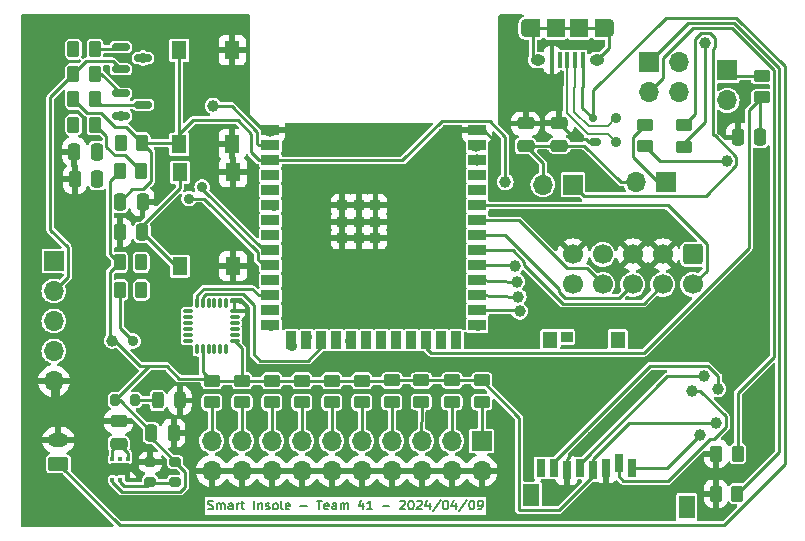
<source format=gtl>
G04 #@! TF.GenerationSoftware,KiCad,Pcbnew,8.0.0*
G04 #@! TF.CreationDate,2024-04-09T17:42:43-05:00*
G04 #@! TF.ProjectId,esp32_example,65737033-325f-4657-9861-6d706c652e6b,rev?*
G04 #@! TF.SameCoordinates,Original*
G04 #@! TF.FileFunction,Copper,L1,Top*
G04 #@! TF.FilePolarity,Positive*
%FSLAX46Y46*%
G04 Gerber Fmt 4.6, Leading zero omitted, Abs format (unit mm)*
G04 Created by KiCad (PCBNEW 8.0.0) date 2024-04-09 17:42:43*
%MOMM*%
%LPD*%
G01*
G04 APERTURE LIST*
G04 Aperture macros list*
%AMRoundRect*
0 Rectangle with rounded corners*
0 $1 Rounding radius*
0 $2 $3 $4 $5 $6 $7 $8 $9 X,Y pos of 4 corners*
0 Add a 4 corners polygon primitive as box body*
4,1,4,$2,$3,$4,$5,$6,$7,$8,$9,$2,$3,0*
0 Add four circle primitives for the rounded corners*
1,1,$1+$1,$2,$3*
1,1,$1+$1,$4,$5*
1,1,$1+$1,$6,$7*
1,1,$1+$1,$8,$9*
0 Add four rect primitives between the rounded corners*
20,1,$1+$1,$2,$3,$4,$5,0*
20,1,$1+$1,$4,$5,$6,$7,0*
20,1,$1+$1,$6,$7,$8,$9,0*
20,1,$1+$1,$8,$9,$2,$3,0*%
G04 Aperture macros list end*
%ADD10C,0.175000*%
G04 #@! TA.AperFunction,NonConductor*
%ADD11C,0.175000*%
G04 #@! TD*
G04 #@! TA.AperFunction,ComponentPad*
%ADD12O,1.700000X1.700000*%
G04 #@! TD*
G04 #@! TA.AperFunction,ComponentPad*
%ADD13R,1.700000X1.700000*%
G04 #@! TD*
G04 #@! TA.AperFunction,SMDPad,CuDef*
%ADD14RoundRect,0.250000X-0.450000X0.262500X-0.450000X-0.262500X0.450000X-0.262500X0.450000X0.262500X0*%
G04 #@! TD*
G04 #@! TA.AperFunction,SMDPad,CuDef*
%ADD15RoundRect,0.250000X0.250000X0.475000X-0.250000X0.475000X-0.250000X-0.475000X0.250000X-0.475000X0*%
G04 #@! TD*
G04 #@! TA.AperFunction,SMDPad,CuDef*
%ADD16RoundRect,0.250000X0.262500X0.450000X-0.262500X0.450000X-0.262500X-0.450000X0.262500X-0.450000X0*%
G04 #@! TD*
G04 #@! TA.AperFunction,SMDPad,CuDef*
%ADD17R,1.300000X1.550000*%
G04 #@! TD*
G04 #@! TA.AperFunction,SMDPad,CuDef*
%ADD18RoundRect,0.150000X-0.587500X-0.150000X0.587500X-0.150000X0.587500X0.150000X-0.587500X0.150000X0*%
G04 #@! TD*
G04 #@! TA.AperFunction,SMDPad,CuDef*
%ADD19RoundRect,0.250000X0.450000X-0.262500X0.450000X0.262500X-0.450000X0.262500X-0.450000X-0.262500X0*%
G04 #@! TD*
G04 #@! TA.AperFunction,SMDPad,CuDef*
%ADD20R,1.300000X1.400000*%
G04 #@! TD*
G04 #@! TA.AperFunction,SMDPad,CuDef*
%ADD21R,1.000000X0.950000*%
G04 #@! TD*
G04 #@! TA.AperFunction,SMDPad,CuDef*
%ADD22R,0.800000X1.500000*%
G04 #@! TD*
G04 #@! TA.AperFunction,SMDPad,CuDef*
%ADD23R,1.400000X1.900000*%
G04 #@! TD*
G04 #@! TA.AperFunction,SMDPad,CuDef*
%ADD24R,1.498600X0.889000*%
G04 #@! TD*
G04 #@! TA.AperFunction,SMDPad,CuDef*
%ADD25R,0.889000X1.498600*%
G04 #@! TD*
G04 #@! TA.AperFunction,SMDPad,CuDef*
%ADD26R,0.889000X0.889000*%
G04 #@! TD*
G04 #@! TA.AperFunction,SMDPad,CuDef*
%ADD27RoundRect,0.175000X0.325000X-0.175000X0.325000X0.175000X-0.325000X0.175000X-0.325000X-0.175000X0*%
G04 #@! TD*
G04 #@! TA.AperFunction,SMDPad,CuDef*
%ADD28RoundRect,0.150000X0.150000X-0.200000X0.150000X0.200000X-0.150000X0.200000X-0.150000X-0.200000X0*%
G04 #@! TD*
G04 #@! TA.AperFunction,SMDPad,CuDef*
%ADD29RoundRect,0.250000X-0.262500X-0.450000X0.262500X-0.450000X0.262500X0.450000X-0.262500X0.450000X0*%
G04 #@! TD*
G04 #@! TA.AperFunction,SMDPad,CuDef*
%ADD30RoundRect,0.250000X0.475000X-0.250000X0.475000X0.250000X-0.475000X0.250000X-0.475000X-0.250000X0*%
G04 #@! TD*
G04 #@! TA.AperFunction,SMDPad,CuDef*
%ADD31RoundRect,0.200000X-0.200000X-0.275000X0.200000X-0.275000X0.200000X0.275000X-0.200000X0.275000X0*%
G04 #@! TD*
G04 #@! TA.AperFunction,ComponentPad*
%ADD32RoundRect,0.250000X0.625000X-0.350000X0.625000X0.350000X-0.625000X0.350000X-0.625000X-0.350000X0*%
G04 #@! TD*
G04 #@! TA.AperFunction,ComponentPad*
%ADD33O,1.750000X1.200000*%
G04 #@! TD*
G04 #@! TA.AperFunction,SMDPad,CuDef*
%ADD34RoundRect,0.243750X0.243750X0.456250X-0.243750X0.456250X-0.243750X-0.456250X0.243750X-0.456250X0*%
G04 #@! TD*
G04 #@! TA.AperFunction,SMDPad,CuDef*
%ADD35RoundRect,0.093750X0.106250X-0.093750X0.106250X0.093750X-0.106250X0.093750X-0.106250X-0.093750X0*%
G04 #@! TD*
G04 #@! TA.AperFunction,HeatsinkPad*
%ADD36R,1.600000X1.000000*%
G04 #@! TD*
G04 #@! TA.AperFunction,SMDPad,CuDef*
%ADD37RoundRect,0.200000X-0.275000X0.200000X-0.275000X-0.200000X0.275000X-0.200000X0.275000X0.200000X0*%
G04 #@! TD*
G04 #@! TA.AperFunction,ComponentPad*
%ADD38RoundRect,0.250000X-0.600000X0.600000X-0.600000X-0.600000X0.600000X-0.600000X0.600000X0.600000X0*%
G04 #@! TD*
G04 #@! TA.AperFunction,ComponentPad*
%ADD39C,1.700000*%
G04 #@! TD*
G04 #@! TA.AperFunction,SMDPad,CuDef*
%ADD40RoundRect,0.075000X-0.350000X-0.075000X0.350000X-0.075000X0.350000X0.075000X-0.350000X0.075000X0*%
G04 #@! TD*
G04 #@! TA.AperFunction,SMDPad,CuDef*
%ADD41RoundRect,0.075000X0.075000X-0.350000X0.075000X0.350000X-0.075000X0.350000X-0.075000X-0.350000X0*%
G04 #@! TD*
G04 #@! TA.AperFunction,SMDPad,CuDef*
%ADD42RoundRect,0.200000X0.275000X-0.200000X0.275000X0.200000X-0.275000X0.200000X-0.275000X-0.200000X0*%
G04 #@! TD*
G04 #@! TA.AperFunction,SMDPad,CuDef*
%ADD43RoundRect,0.250000X-0.250000X-0.475000X0.250000X-0.475000X0.250000X0.475000X-0.250000X0.475000X0*%
G04 #@! TD*
G04 #@! TA.AperFunction,SMDPad,CuDef*
%ADD44R,0.400000X1.350000*%
G04 #@! TD*
G04 #@! TA.AperFunction,ComponentPad*
%ADD45O,0.890000X1.550000*%
G04 #@! TD*
G04 #@! TA.AperFunction,SMDPad,CuDef*
%ADD46R,1.200000X1.550000*%
G04 #@! TD*
G04 #@! TA.AperFunction,ComponentPad*
%ADD47O,1.250000X0.950000*%
G04 #@! TD*
G04 #@! TA.AperFunction,SMDPad,CuDef*
%ADD48R,1.500000X1.550000*%
G04 #@! TD*
G04 #@! TA.AperFunction,ViaPad*
%ADD49C,1.000000*%
G04 #@! TD*
G04 #@! TA.AperFunction,ViaPad*
%ADD50C,0.900000*%
G04 #@! TD*
G04 #@! TA.AperFunction,Conductor*
%ADD51C,0.250000*%
G04 #@! TD*
G04 #@! TA.AperFunction,Conductor*
%ADD52C,0.200000*%
G04 #@! TD*
G04 APERTURE END LIST*
D10*
D11*
X179777988Y-80153400D02*
X179885131Y-80189114D01*
X179885131Y-80189114D02*
X180063702Y-80189114D01*
X180063702Y-80189114D02*
X180135131Y-80153400D01*
X180135131Y-80153400D02*
X180170845Y-80117685D01*
X180170845Y-80117685D02*
X180206559Y-80046257D01*
X180206559Y-80046257D02*
X180206559Y-79974828D01*
X180206559Y-79974828D02*
X180170845Y-79903400D01*
X180170845Y-79903400D02*
X180135131Y-79867685D01*
X180135131Y-79867685D02*
X180063702Y-79831971D01*
X180063702Y-79831971D02*
X179920845Y-79796257D01*
X179920845Y-79796257D02*
X179849416Y-79760542D01*
X179849416Y-79760542D02*
X179813702Y-79724828D01*
X179813702Y-79724828D02*
X179777988Y-79653400D01*
X179777988Y-79653400D02*
X179777988Y-79581971D01*
X179777988Y-79581971D02*
X179813702Y-79510542D01*
X179813702Y-79510542D02*
X179849416Y-79474828D01*
X179849416Y-79474828D02*
X179920845Y-79439114D01*
X179920845Y-79439114D02*
X180099416Y-79439114D01*
X180099416Y-79439114D02*
X180206559Y-79474828D01*
X180527988Y-80189114D02*
X180527988Y-79689114D01*
X180527988Y-79760542D02*
X180563702Y-79724828D01*
X180563702Y-79724828D02*
X180635131Y-79689114D01*
X180635131Y-79689114D02*
X180742274Y-79689114D01*
X180742274Y-79689114D02*
X180813702Y-79724828D01*
X180813702Y-79724828D02*
X180849417Y-79796257D01*
X180849417Y-79796257D02*
X180849417Y-80189114D01*
X180849417Y-79796257D02*
X180885131Y-79724828D01*
X180885131Y-79724828D02*
X180956559Y-79689114D01*
X180956559Y-79689114D02*
X181063702Y-79689114D01*
X181063702Y-79689114D02*
X181135131Y-79724828D01*
X181135131Y-79724828D02*
X181170845Y-79796257D01*
X181170845Y-79796257D02*
X181170845Y-80189114D01*
X181849417Y-80189114D02*
X181849417Y-79796257D01*
X181849417Y-79796257D02*
X181813702Y-79724828D01*
X181813702Y-79724828D02*
X181742274Y-79689114D01*
X181742274Y-79689114D02*
X181599417Y-79689114D01*
X181599417Y-79689114D02*
X181527988Y-79724828D01*
X181849417Y-80153400D02*
X181777988Y-80189114D01*
X181777988Y-80189114D02*
X181599417Y-80189114D01*
X181599417Y-80189114D02*
X181527988Y-80153400D01*
X181527988Y-80153400D02*
X181492274Y-80081971D01*
X181492274Y-80081971D02*
X181492274Y-80010542D01*
X181492274Y-80010542D02*
X181527988Y-79939114D01*
X181527988Y-79939114D02*
X181599417Y-79903400D01*
X181599417Y-79903400D02*
X181777988Y-79903400D01*
X181777988Y-79903400D02*
X181849417Y-79867685D01*
X182206559Y-80189114D02*
X182206559Y-79689114D01*
X182206559Y-79831971D02*
X182242273Y-79760542D01*
X182242273Y-79760542D02*
X182277988Y-79724828D01*
X182277988Y-79724828D02*
X182349416Y-79689114D01*
X182349416Y-79689114D02*
X182420845Y-79689114D01*
X182563702Y-79689114D02*
X182849416Y-79689114D01*
X182670845Y-79439114D02*
X182670845Y-80081971D01*
X182670845Y-80081971D02*
X182706559Y-80153400D01*
X182706559Y-80153400D02*
X182777988Y-80189114D01*
X182777988Y-80189114D02*
X182849416Y-80189114D01*
X183670845Y-80189114D02*
X183670845Y-79439114D01*
X184027988Y-79689114D02*
X184027988Y-80189114D01*
X184027988Y-79760542D02*
X184063702Y-79724828D01*
X184063702Y-79724828D02*
X184135131Y-79689114D01*
X184135131Y-79689114D02*
X184242274Y-79689114D01*
X184242274Y-79689114D02*
X184313702Y-79724828D01*
X184313702Y-79724828D02*
X184349417Y-79796257D01*
X184349417Y-79796257D02*
X184349417Y-80189114D01*
X184670845Y-80153400D02*
X184742273Y-80189114D01*
X184742273Y-80189114D02*
X184885130Y-80189114D01*
X184885130Y-80189114D02*
X184956559Y-80153400D01*
X184956559Y-80153400D02*
X184992273Y-80081971D01*
X184992273Y-80081971D02*
X184992273Y-80046257D01*
X184992273Y-80046257D02*
X184956559Y-79974828D01*
X184956559Y-79974828D02*
X184885130Y-79939114D01*
X184885130Y-79939114D02*
X184777988Y-79939114D01*
X184777988Y-79939114D02*
X184706559Y-79903400D01*
X184706559Y-79903400D02*
X184670845Y-79831971D01*
X184670845Y-79831971D02*
X184670845Y-79796257D01*
X184670845Y-79796257D02*
X184706559Y-79724828D01*
X184706559Y-79724828D02*
X184777988Y-79689114D01*
X184777988Y-79689114D02*
X184885130Y-79689114D01*
X184885130Y-79689114D02*
X184956559Y-79724828D01*
X185420845Y-80189114D02*
X185349416Y-80153400D01*
X185349416Y-80153400D02*
X185313702Y-80117685D01*
X185313702Y-80117685D02*
X185277988Y-80046257D01*
X185277988Y-80046257D02*
X185277988Y-79831971D01*
X185277988Y-79831971D02*
X185313702Y-79760542D01*
X185313702Y-79760542D02*
X185349416Y-79724828D01*
X185349416Y-79724828D02*
X185420845Y-79689114D01*
X185420845Y-79689114D02*
X185527988Y-79689114D01*
X185527988Y-79689114D02*
X185599416Y-79724828D01*
X185599416Y-79724828D02*
X185635131Y-79760542D01*
X185635131Y-79760542D02*
X185670845Y-79831971D01*
X185670845Y-79831971D02*
X185670845Y-80046257D01*
X185670845Y-80046257D02*
X185635131Y-80117685D01*
X185635131Y-80117685D02*
X185599416Y-80153400D01*
X185599416Y-80153400D02*
X185527988Y-80189114D01*
X185527988Y-80189114D02*
X185420845Y-80189114D01*
X186099416Y-80189114D02*
X186027987Y-80153400D01*
X186027987Y-80153400D02*
X185992273Y-80081971D01*
X185992273Y-80081971D02*
X185992273Y-79439114D01*
X186670844Y-80153400D02*
X186599416Y-80189114D01*
X186599416Y-80189114D02*
X186456559Y-80189114D01*
X186456559Y-80189114D02*
X186385130Y-80153400D01*
X186385130Y-80153400D02*
X186349416Y-80081971D01*
X186349416Y-80081971D02*
X186349416Y-79796257D01*
X186349416Y-79796257D02*
X186385130Y-79724828D01*
X186385130Y-79724828D02*
X186456559Y-79689114D01*
X186456559Y-79689114D02*
X186599416Y-79689114D01*
X186599416Y-79689114D02*
X186670844Y-79724828D01*
X186670844Y-79724828D02*
X186706559Y-79796257D01*
X186706559Y-79796257D02*
X186706559Y-79867685D01*
X186706559Y-79867685D02*
X186349416Y-79939114D01*
X187599416Y-79903400D02*
X188170845Y-79903400D01*
X188992273Y-79439114D02*
X189420845Y-79439114D01*
X189206559Y-80189114D02*
X189206559Y-79439114D01*
X189956559Y-80153400D02*
X189885131Y-80189114D01*
X189885131Y-80189114D02*
X189742274Y-80189114D01*
X189742274Y-80189114D02*
X189670845Y-80153400D01*
X189670845Y-80153400D02*
X189635131Y-80081971D01*
X189635131Y-80081971D02*
X189635131Y-79796257D01*
X189635131Y-79796257D02*
X189670845Y-79724828D01*
X189670845Y-79724828D02*
X189742274Y-79689114D01*
X189742274Y-79689114D02*
X189885131Y-79689114D01*
X189885131Y-79689114D02*
X189956559Y-79724828D01*
X189956559Y-79724828D02*
X189992274Y-79796257D01*
X189992274Y-79796257D02*
X189992274Y-79867685D01*
X189992274Y-79867685D02*
X189635131Y-79939114D01*
X190635131Y-80189114D02*
X190635131Y-79796257D01*
X190635131Y-79796257D02*
X190599416Y-79724828D01*
X190599416Y-79724828D02*
X190527988Y-79689114D01*
X190527988Y-79689114D02*
X190385131Y-79689114D01*
X190385131Y-79689114D02*
X190313702Y-79724828D01*
X190635131Y-80153400D02*
X190563702Y-80189114D01*
X190563702Y-80189114D02*
X190385131Y-80189114D01*
X190385131Y-80189114D02*
X190313702Y-80153400D01*
X190313702Y-80153400D02*
X190277988Y-80081971D01*
X190277988Y-80081971D02*
X190277988Y-80010542D01*
X190277988Y-80010542D02*
X190313702Y-79939114D01*
X190313702Y-79939114D02*
X190385131Y-79903400D01*
X190385131Y-79903400D02*
X190563702Y-79903400D01*
X190563702Y-79903400D02*
X190635131Y-79867685D01*
X190992273Y-80189114D02*
X190992273Y-79689114D01*
X190992273Y-79760542D02*
X191027987Y-79724828D01*
X191027987Y-79724828D02*
X191099416Y-79689114D01*
X191099416Y-79689114D02*
X191206559Y-79689114D01*
X191206559Y-79689114D02*
X191277987Y-79724828D01*
X191277987Y-79724828D02*
X191313702Y-79796257D01*
X191313702Y-79796257D02*
X191313702Y-80189114D01*
X191313702Y-79796257D02*
X191349416Y-79724828D01*
X191349416Y-79724828D02*
X191420844Y-79689114D01*
X191420844Y-79689114D02*
X191527987Y-79689114D01*
X191527987Y-79689114D02*
X191599416Y-79724828D01*
X191599416Y-79724828D02*
X191635130Y-79796257D01*
X191635130Y-79796257D02*
X191635130Y-80189114D01*
X192885131Y-79689114D02*
X192885131Y-80189114D01*
X192706559Y-79403400D02*
X192527988Y-79939114D01*
X192527988Y-79939114D02*
X192992273Y-79939114D01*
X193670845Y-80189114D02*
X193242274Y-80189114D01*
X193456559Y-80189114D02*
X193456559Y-79439114D01*
X193456559Y-79439114D02*
X193385131Y-79546257D01*
X193385131Y-79546257D02*
X193313702Y-79617685D01*
X193313702Y-79617685D02*
X193242274Y-79653400D01*
X194563703Y-79903400D02*
X195135132Y-79903400D01*
X196027989Y-79510542D02*
X196063703Y-79474828D01*
X196063703Y-79474828D02*
X196135132Y-79439114D01*
X196135132Y-79439114D02*
X196313703Y-79439114D01*
X196313703Y-79439114D02*
X196385132Y-79474828D01*
X196385132Y-79474828D02*
X196420846Y-79510542D01*
X196420846Y-79510542D02*
X196456560Y-79581971D01*
X196456560Y-79581971D02*
X196456560Y-79653400D01*
X196456560Y-79653400D02*
X196420846Y-79760542D01*
X196420846Y-79760542D02*
X195992274Y-80189114D01*
X195992274Y-80189114D02*
X196456560Y-80189114D01*
X196920846Y-79439114D02*
X196992275Y-79439114D01*
X196992275Y-79439114D02*
X197063703Y-79474828D01*
X197063703Y-79474828D02*
X197099418Y-79510542D01*
X197099418Y-79510542D02*
X197135132Y-79581971D01*
X197135132Y-79581971D02*
X197170846Y-79724828D01*
X197170846Y-79724828D02*
X197170846Y-79903400D01*
X197170846Y-79903400D02*
X197135132Y-80046257D01*
X197135132Y-80046257D02*
X197099418Y-80117685D01*
X197099418Y-80117685D02*
X197063703Y-80153400D01*
X197063703Y-80153400D02*
X196992275Y-80189114D01*
X196992275Y-80189114D02*
X196920846Y-80189114D01*
X196920846Y-80189114D02*
X196849418Y-80153400D01*
X196849418Y-80153400D02*
X196813703Y-80117685D01*
X196813703Y-80117685D02*
X196777989Y-80046257D01*
X196777989Y-80046257D02*
X196742275Y-79903400D01*
X196742275Y-79903400D02*
X196742275Y-79724828D01*
X196742275Y-79724828D02*
X196777989Y-79581971D01*
X196777989Y-79581971D02*
X196813703Y-79510542D01*
X196813703Y-79510542D02*
X196849418Y-79474828D01*
X196849418Y-79474828D02*
X196920846Y-79439114D01*
X197456561Y-79510542D02*
X197492275Y-79474828D01*
X197492275Y-79474828D02*
X197563704Y-79439114D01*
X197563704Y-79439114D02*
X197742275Y-79439114D01*
X197742275Y-79439114D02*
X197813704Y-79474828D01*
X197813704Y-79474828D02*
X197849418Y-79510542D01*
X197849418Y-79510542D02*
X197885132Y-79581971D01*
X197885132Y-79581971D02*
X197885132Y-79653400D01*
X197885132Y-79653400D02*
X197849418Y-79760542D01*
X197849418Y-79760542D02*
X197420846Y-80189114D01*
X197420846Y-80189114D02*
X197885132Y-80189114D01*
X198527990Y-79689114D02*
X198527990Y-80189114D01*
X198349418Y-79403400D02*
X198170847Y-79939114D01*
X198170847Y-79939114D02*
X198635132Y-79939114D01*
X199456561Y-79403400D02*
X198813704Y-80367685D01*
X199849418Y-79439114D02*
X199920847Y-79439114D01*
X199920847Y-79439114D02*
X199992275Y-79474828D01*
X199992275Y-79474828D02*
X200027990Y-79510542D01*
X200027990Y-79510542D02*
X200063704Y-79581971D01*
X200063704Y-79581971D02*
X200099418Y-79724828D01*
X200099418Y-79724828D02*
X200099418Y-79903400D01*
X200099418Y-79903400D02*
X200063704Y-80046257D01*
X200063704Y-80046257D02*
X200027990Y-80117685D01*
X200027990Y-80117685D02*
X199992275Y-80153400D01*
X199992275Y-80153400D02*
X199920847Y-80189114D01*
X199920847Y-80189114D02*
X199849418Y-80189114D01*
X199849418Y-80189114D02*
X199777990Y-80153400D01*
X199777990Y-80153400D02*
X199742275Y-80117685D01*
X199742275Y-80117685D02*
X199706561Y-80046257D01*
X199706561Y-80046257D02*
X199670847Y-79903400D01*
X199670847Y-79903400D02*
X199670847Y-79724828D01*
X199670847Y-79724828D02*
X199706561Y-79581971D01*
X199706561Y-79581971D02*
X199742275Y-79510542D01*
X199742275Y-79510542D02*
X199777990Y-79474828D01*
X199777990Y-79474828D02*
X199849418Y-79439114D01*
X200742276Y-79689114D02*
X200742276Y-80189114D01*
X200563704Y-79403400D02*
X200385133Y-79939114D01*
X200385133Y-79939114D02*
X200849418Y-79939114D01*
X201670847Y-79403400D02*
X201027990Y-80367685D01*
X202063704Y-79439114D02*
X202135133Y-79439114D01*
X202135133Y-79439114D02*
X202206561Y-79474828D01*
X202206561Y-79474828D02*
X202242276Y-79510542D01*
X202242276Y-79510542D02*
X202277990Y-79581971D01*
X202277990Y-79581971D02*
X202313704Y-79724828D01*
X202313704Y-79724828D02*
X202313704Y-79903400D01*
X202313704Y-79903400D02*
X202277990Y-80046257D01*
X202277990Y-80046257D02*
X202242276Y-80117685D01*
X202242276Y-80117685D02*
X202206561Y-80153400D01*
X202206561Y-80153400D02*
X202135133Y-80189114D01*
X202135133Y-80189114D02*
X202063704Y-80189114D01*
X202063704Y-80189114D02*
X201992276Y-80153400D01*
X201992276Y-80153400D02*
X201956561Y-80117685D01*
X201956561Y-80117685D02*
X201920847Y-80046257D01*
X201920847Y-80046257D02*
X201885133Y-79903400D01*
X201885133Y-79903400D02*
X201885133Y-79724828D01*
X201885133Y-79724828D02*
X201920847Y-79581971D01*
X201920847Y-79581971D02*
X201956561Y-79510542D01*
X201956561Y-79510542D02*
X201992276Y-79474828D01*
X201992276Y-79474828D02*
X202063704Y-79439114D01*
X202670847Y-80189114D02*
X202813704Y-80189114D01*
X202813704Y-80189114D02*
X202885133Y-80153400D01*
X202885133Y-80153400D02*
X202920847Y-80117685D01*
X202920847Y-80117685D02*
X202992276Y-80010542D01*
X202992276Y-80010542D02*
X203027990Y-79867685D01*
X203027990Y-79867685D02*
X203027990Y-79581971D01*
X203027990Y-79581971D02*
X202992276Y-79510542D01*
X202992276Y-79510542D02*
X202956562Y-79474828D01*
X202956562Y-79474828D02*
X202885133Y-79439114D01*
X202885133Y-79439114D02*
X202742276Y-79439114D01*
X202742276Y-79439114D02*
X202670847Y-79474828D01*
X202670847Y-79474828D02*
X202635133Y-79510542D01*
X202635133Y-79510542D02*
X202599419Y-79581971D01*
X202599419Y-79581971D02*
X202599419Y-79760542D01*
X202599419Y-79760542D02*
X202635133Y-79831971D01*
X202635133Y-79831971D02*
X202670847Y-79867685D01*
X202670847Y-79867685D02*
X202742276Y-79903400D01*
X202742276Y-79903400D02*
X202885133Y-79903400D01*
X202885133Y-79903400D02*
X202956562Y-79867685D01*
X202956562Y-79867685D02*
X202992276Y-79831971D01*
X202992276Y-79831971D02*
X203027990Y-79760542D01*
D12*
G04 #@! TO.P,J10,2,Pin_2*
G04 #@! TO.N,+3V3*
X223730000Y-45570000D03*
D13*
G04 #@! TO.P,J10,1,Pin_1*
G04 #@! TO.N,Net-(J10-Pin_1)*
X223730000Y-43030000D03*
G04 #@! TD*
D14*
G04 #@! TO.P,R26,1*
G04 #@! TO.N,Net-(J10-Pin_1)*
X226640000Y-43490000D03*
G04 #@! TO.P,R26,2*
G04 #@! TO.N,/Bluetooth*
X226640000Y-45315000D03*
G04 #@! TD*
D15*
G04 #@! TO.P,C5,2*
G04 #@! TO.N,GND*
X224610000Y-48700000D03*
G04 #@! TO.P,C5,1*
G04 #@! TO.N,/Bluetooth*
X226510000Y-48700000D03*
G04 #@! TD*
D13*
G04 #@! TO.P,J8,1,Pin_1*
G04 #@! TO.N,Net-(J8-Pin_1)*
X210670000Y-52690000D03*
D12*
G04 #@! TO.P,J8,2,Pin_2*
G04 #@! TO.N,+3V3*
X208130000Y-52690000D03*
G04 #@! TD*
D16*
G04 #@! TO.P,R12,2*
G04 #@! TO.N,+3V3*
X172290100Y-59283600D03*
G04 #@! TO.P,R12,1*
G04 #@! TO.N,/GPIO46_STRAPPING*
X174115100Y-59283600D03*
G04 #@! TD*
D17*
G04 #@! TO.P,SW2,1,1*
G04 #@! TO.N,GND*
X181891600Y-51640400D03*
X181891600Y-59590400D03*
G04 #@! TO.P,SW2,2,2*
G04 #@! TO.N,/GPIO0_STRAPPING*
X177391600Y-51640400D03*
X177391600Y-59590400D03*
G04 #@! TD*
D18*
G04 #@! TO.P,Q2,1,B*
G04 #@! TO.N,Net-(Q2-B)*
X172394400Y-44973200D03*
G04 #@! TO.P,Q2,2,E*
G04 #@! TO.N,/RTS*
X172394400Y-46873200D03*
G04 #@! TO.P,Q2,3,C*
G04 #@! TO.N,Net-(Q2-C)*
X174269400Y-45923200D03*
G04 #@! TD*
D19*
G04 #@! TO.P,R10,1*
G04 #@! TO.N,/PRESS7*
X187706000Y-71118100D03*
G04 #@! TO.P,R10,2*
G04 #@! TO.N,+3V3*
X187706000Y-69293100D03*
G04 #@! TD*
D20*
G04 #@! TO.P,J6,P1*
G04 #@! TO.N,N/C*
X208750000Y-65830000D03*
D21*
G04 #@! TO.P,J6,9*
X210140000Y-65605000D03*
D20*
G04 #@! TO.P,J6,P2*
X214450000Y-65830000D03*
D22*
G04 #@! TO.P,J6,8,8*
G04 #@! TO.N,unconnected-(J6-Pad8)*
X207940000Y-76690000D03*
G04 #@! TO.P,J6,7,7*
G04 #@! TO.N,/MISO*
X209040000Y-76690000D03*
G04 #@! TO.P,J6,6,6*
G04 #@! TO.N,GND*
X210140000Y-76890000D03*
G04 #@! TO.P,J6,5,5*
G04 #@! TO.N,/SCLK*
X211240000Y-76690000D03*
G04 #@! TO.P,J6,4,4*
G04 #@! TO.N,+3V3*
X212340000Y-76890000D03*
G04 #@! TO.P,J6,3,3*
G04 #@! TO.N,GND*
X213440000Y-76690000D03*
G04 #@! TO.P,J6,2,2*
G04 #@! TO.N,/MOSI*
X214540000Y-76290000D03*
G04 #@! TO.P,J6,1,1*
G04 #@! TO.N,/CS*
X215640000Y-76690000D03*
D23*
G04 #@! TO.P,J6,P4*
G04 #@! TO.N,N/C*
X207150000Y-78980000D03*
G04 #@! TO.P,J6,P3*
X220300000Y-79980000D03*
G04 #@! TD*
D24*
G04 #@! TO.P,U7,1,GND*
G04 #@! TO.N,GND*
X185052000Y-48105400D03*
G04 #@! TO.P,U7,2,3V3*
G04 #@! TO.N,+3V3*
X185052000Y-49375400D03*
G04 #@! TO.P,U7,3,EN*
G04 #@! TO.N,/CHIP_PU*
X185052000Y-50645400D03*
G04 #@! TO.P,U7,4,IO4*
G04 #@! TO.N,/VBAT_SENSE*
X185052000Y-51915400D03*
G04 #@! TO.P,U7,5,IO5*
G04 #@! TO.N,/PRESS6*
X185052000Y-53185400D03*
G04 #@! TO.P,U7,6,IO6*
G04 #@! TO.N,/PRESS7*
X185052000Y-54455400D03*
G04 #@! TO.P,U7,7,IO7*
G04 #@! TO.N,/PRESS10*
X185052000Y-55725400D03*
G04 #@! TO.P,U7,8,IO15*
G04 #@! TO.N,/PRESS9*
X185052000Y-56995400D03*
G04 #@! TO.P,U7,9,IO16*
G04 #@! TO.N,/Start Hike*
X185052000Y-58265400D03*
G04 #@! TO.P,U7,10,IO17*
G04 #@! TO.N,/End Hike*
X185052000Y-59535400D03*
G04 #@! TO.P,U7,11,IO18*
G04 #@! TO.N,/PRESS8*
X185052000Y-60805400D03*
G04 #@! TO.P,U7,12,IO8*
G04 #@! TO.N,/SDA_6050*
X185052000Y-62075400D03*
G04 #@! TO.P,U7,13,IO19*
G04 #@! TO.N,/D-*
X185052000Y-63345400D03*
G04 #@! TO.P,U7,14,IO20*
G04 #@! TO.N,/D+*
X185052000Y-64615400D03*
D25*
G04 #@! TO.P,U7,15,IO3*
G04 #@! TO.N,/GPIO3_STRAPPING*
X186817000Y-65865400D03*
G04 #@! TO.P,U7,16,IO46*
G04 #@! TO.N,/GPIO46_STRAPPING*
X188087000Y-65865400D03*
G04 #@! TO.P,U7,17,IO9*
G04 #@! TO.N,/SCL_6050*
X189357000Y-65865400D03*
G04 #@! TO.P,U7,18,IO10*
G04 #@! TO.N,/PRESS5*
X190627000Y-65865400D03*
G04 #@! TO.P,U7,19,IO11*
G04 #@! TO.N,/PRESS4*
X191897000Y-65865400D03*
G04 #@! TO.P,U7,20,IO12*
G04 #@! TO.N,/PRESS3*
X193167000Y-65865400D03*
G04 #@! TO.P,U7,21,IO13*
G04 #@! TO.N,/PRESS2*
X194437000Y-65865400D03*
G04 #@! TO.P,U7,22,IO14*
G04 #@! TO.N,/PRESS1*
X195707000Y-65865400D03*
G04 #@! TO.P,U7,23,IO21*
G04 #@! TO.N,unconnected-(U7-IO21-Pad23)*
X196977000Y-65865400D03*
G04 #@! TO.P,U7,24,IO47*
G04 #@! TO.N,/Bluetooth*
X198247000Y-65865400D03*
G04 #@! TO.P,U7,25,IO48*
G04 #@! TO.N,unconnected-(U7-IO48-Pad25)*
X199517000Y-65865400D03*
G04 #@! TO.P,U7,26,IO45*
G04 #@! TO.N,/GPIO45_STRAPPING*
X200787000Y-65865400D03*
D24*
G04 #@! TO.P,U7,27,IO0*
G04 #@! TO.N,/GPIO0_STRAPPING*
X202552000Y-64615400D03*
G04 #@! TO.P,U7,28,IO35*
G04 #@! TO.N,/CS*
X202552000Y-63345400D03*
G04 #@! TO.P,U7,29,IO36*
G04 #@! TO.N,/MISO*
X202552000Y-62075400D03*
G04 #@! TO.P,U7,30,IO37*
G04 #@! TO.N,/MOSI*
X202552000Y-60805400D03*
G04 #@! TO.P,U7,31,IO38*
G04 #@! TO.N,/SCLK*
X202552000Y-59535400D03*
G04 #@! TO.P,U7,32,IO39*
G04 #@! TO.N,/MTCK*
X202552000Y-58265400D03*
G04 #@! TO.P,U7,33,IO40*
G04 #@! TO.N,/MTDO*
X202552000Y-56995400D03*
G04 #@! TO.P,U7,34,IO41*
G04 #@! TO.N,/MTDI*
X202552000Y-55725400D03*
G04 #@! TO.P,U7,35,IO42*
G04 #@! TO.N,/MTMS*
X202552000Y-54455400D03*
G04 #@! TO.P,U7,36,RXD0*
G04 #@! TO.N,/RX*
X202552000Y-53185400D03*
G04 #@! TO.P,U7,37,TXD0*
G04 #@! TO.N,/TX*
X202552000Y-51915400D03*
G04 #@! TO.P,U7,38,IO2*
G04 #@! TO.N,Net-(J9-Pin_4)*
X202552000Y-50645400D03*
G04 #@! TO.P,U7,39,IO1*
G04 #@! TO.N,Net-(J9-Pin_2)*
X202552000Y-49375400D03*
G04 #@! TO.P,U7,40,GND*
G04 #@! TO.N,GND*
X202552000Y-48105400D03*
D26*
G04 #@! TO.P,U7,41,GND*
X192552000Y-55825400D03*
G04 #@! TO.P,U7,42,GND*
X192552000Y-54425400D03*
G04 #@! TO.P,U7,46,GND*
X192552000Y-57225400D03*
G04 #@! TO.P,U7,44,GND*
X191152000Y-55825400D03*
G04 #@! TO.P,U7,43,GND*
X191152000Y-54425400D03*
G04 #@! TO.P,U7,45,GND*
X191152000Y-57225400D03*
G04 #@! TO.P,U7,48,GND*
X193952000Y-55825400D03*
G04 #@! TO.P,U7,49,GND*
X193952000Y-54425400D03*
G04 #@! TO.P,U7,47,GND*
X193952000Y-57225400D03*
G04 #@! TD*
D27*
G04 #@! TO.P,D1,1,A*
G04 #@! TO.N,GND*
X212551500Y-49084600D03*
D28*
G04 #@! TO.P,D1,2,K*
G04 #@! TO.N,/D+*
X214251500Y-49084600D03*
G04 #@! TO.P,D1,3,K*
G04 #@! TO.N,/D-*
X214251500Y-47084600D03*
G04 #@! TO.P,D1,4,K*
G04 #@! TO.N,+5V*
X212351500Y-47084600D03*
G04 #@! TD*
D29*
G04 #@! TO.P,R13,1*
G04 #@! TO.N,/DTR*
X168378500Y-43332400D03*
G04 #@! TO.P,R13,2*
G04 #@! TO.N,Net-(Q2-B)*
X170203500Y-43332400D03*
G04 #@! TD*
D30*
G04 #@! TO.P,C23,1*
G04 #@! TO.N,+3V3*
X206660800Y-49415600D03*
G04 #@! TO.P,C23,2*
G04 #@! TO.N,GND*
X206660800Y-47515600D03*
G04 #@! TD*
G04 #@! TO.P,C24,1*
G04 #@! TO.N,+3V3*
X209505600Y-49390200D03*
G04 #@! TO.P,C24,2*
G04 #@! TO.N,GND*
X209505600Y-47490200D03*
G04 #@! TD*
D19*
G04 #@! TO.P,R5,1*
G04 #@! TO.N,/PRESS5*
X192786000Y-71118100D03*
G04 #@! TO.P,R5,2*
G04 #@! TO.N,+3V3*
X192786000Y-69293100D03*
G04 #@! TD*
D16*
G04 #@! TO.P,R17,1*
G04 #@! TO.N,/GPIO3_STRAPPING*
X174140500Y-61620400D03*
G04 #@! TO.P,R17,2*
G04 #@! TO.N,Net-(JP2-C)*
X172315500Y-61620400D03*
G04 #@! TD*
D31*
G04 #@! TO.P,R22,1*
G04 #@! TO.N,+3V3*
X171920400Y-70942200D03*
G04 #@! TO.P,R22,2*
G04 #@! TO.N,Net-(D3-A)*
X173570400Y-70942200D03*
G04 #@! TD*
D32*
G04 #@! TO.P,J1,1,Pin_1*
G04 #@! TO.N,+5V*
X167098800Y-76320400D03*
D33*
G04 #@! TO.P,J1,2,Pin_2*
G04 #@! TO.N,GND*
X167098800Y-74320400D03*
G04 #@! TD*
D29*
G04 #@! TO.P,R25,1*
G04 #@! TO.N,+3V3*
X172315500Y-51562000D03*
G04 #@! TO.P,R25,2*
G04 #@! TO.N,/GPIO0_STRAPPING*
X174140500Y-51562000D03*
G04 #@! TD*
D15*
G04 #@! TO.P,C2,1*
G04 #@! TO.N,/Start Hike*
X170342600Y-49911000D03*
G04 #@! TO.P,C2,2*
G04 #@! TO.N,GND*
X168442600Y-49911000D03*
G04 #@! TD*
D19*
G04 #@! TO.P,R1,1*
G04 #@! TO.N,/PRESS1*
X202946000Y-71092700D03*
G04 #@! TO.P,R1,2*
G04 #@! TO.N,+3V3*
X202946000Y-69267700D03*
G04 #@! TD*
D29*
G04 #@! TO.P,R14,1*
G04 #@! TO.N,/RTS*
X168378500Y-41224200D03*
G04 #@! TO.P,R14,2*
G04 #@! TO.N,Net-(Q3-B)*
X170203500Y-41224200D03*
G04 #@! TD*
D19*
G04 #@! TO.P,R15,1*
G04 #@! TO.N,/PRESS9*
X182651400Y-71118100D03*
G04 #@! TO.P,R15,2*
G04 #@! TO.N,+3V3*
X182651400Y-69293100D03*
G04 #@! TD*
D15*
G04 #@! TO.P,C1,1*
G04 #@! TO.N,/End Hike*
X170393400Y-52247800D03*
G04 #@! TO.P,C1,2*
G04 #@! TO.N,GND*
X168493400Y-52247800D03*
G04 #@! TD*
D19*
G04 #@! TO.P,R2,1*
G04 #@! TO.N,/PRESS2*
X200431400Y-71092700D03*
G04 #@! TO.P,R2,2*
G04 #@! TO.N,+3V3*
X200431400Y-69267700D03*
G04 #@! TD*
D34*
G04 #@! TO.P,D3,1,K*
G04 #@! TO.N,GND*
X177391300Y-70967600D03*
G04 #@! TO.P,D3,2,A*
G04 #@! TO.N,Net-(D3-A)*
X175516300Y-70967600D03*
G04 #@! TD*
D29*
G04 #@! TO.P,R24,1*
G04 #@! TO.N,+3V3*
X172366300Y-49174400D03*
G04 #@! TO.P,R24,2*
G04 #@! TO.N,/CHIP_PU*
X174191300Y-49174400D03*
G04 #@! TD*
D16*
G04 #@! TO.P,R18,1*
G04 #@! TO.N,Net-(Q2-C)*
X170203500Y-45440600D03*
G04 #@! TO.P,R18,2*
G04 #@! TO.N,/CHIP_PU*
X168378500Y-45440600D03*
G04 #@! TD*
D30*
G04 #@! TO.P,C3,1*
G04 #@! TO.N,/POWER FROM BATTERY*
X172212000Y-74635400D03*
G04 #@! TO.P,C3,2*
G04 #@! TO.N,GND*
X172212000Y-72735400D03*
G04 #@! TD*
D19*
G04 #@! TO.P,R3,1*
G04 #@! TO.N,/PRESS3*
X197840600Y-71092700D03*
G04 #@! TO.P,R3,2*
G04 #@! TO.N,+3V3*
X197840600Y-69267700D03*
G04 #@! TD*
D16*
G04 #@! TO.P,R9,1*
G04 #@! TO.N,Net-(J9-Pin_1)*
X224595000Y-78850000D03*
G04 #@! TO.P,R9,2*
G04 #@! TO.N,GND*
X222770000Y-78850000D03*
G04 #@! TD*
D35*
G04 #@! TO.P,U3,1,OUT*
G04 #@! TO.N,+3V3*
X171674000Y-77695600D03*
G04 #@! TO.P,U3,2,FB*
G04 #@! TO.N,Net-(U3-FB)*
X172324000Y-77695600D03*
G04 #@! TO.P,U3,3,GND*
G04 #@! TO.N,GND*
X172974000Y-77695600D03*
G04 #@! TO.P,U3,4,EN*
G04 #@! TO.N,/POWER FROM BATTERY*
X172974000Y-75920600D03*
G04 #@! TO.P,U3,5,DNC*
G04 #@! TO.N,unconnected-(U3-DNC-Pad5)*
X172324000Y-75920600D03*
G04 #@! TO.P,U3,6,IN*
G04 #@! TO.N,/POWER FROM BATTERY*
X171674000Y-75920600D03*
D36*
G04 #@! TO.P,U3,7,GND*
G04 #@! TO.N,GND*
X172324000Y-76808100D03*
G04 #@! TD*
D19*
G04 #@! TO.P,R4,1*
G04 #@! TO.N,/PRESS4*
X195326000Y-71092700D03*
G04 #@! TO.P,R4,2*
G04 #@! TO.N,+3V3*
X195326000Y-69267700D03*
G04 #@! TD*
D13*
G04 #@! TO.P,J4,1,Pin_1*
G04 #@! TO.N,/PRESS1*
X202946000Y-74396600D03*
D12*
G04 #@! TO.P,J4,2,Pin_2*
G04 #@! TO.N,GND*
X202946000Y-76936600D03*
G04 #@! TO.P,J4,3,Pin_3*
G04 #@! TO.N,/PRESS2*
X200406000Y-74396600D03*
G04 #@! TO.P,J4,4,Pin_4*
G04 #@! TO.N,GND*
X200406000Y-76936600D03*
G04 #@! TO.P,J4,5,Pin_5*
G04 #@! TO.N,/PRESS3*
X197866000Y-74396600D03*
G04 #@! TO.P,J4,6,Pin_6*
G04 #@! TO.N,GND*
X197866000Y-76936600D03*
G04 #@! TO.P,J4,7,Pin_7*
G04 #@! TO.N,/PRESS4*
X195326000Y-74396600D03*
G04 #@! TO.P,J4,8,Pin_8*
G04 #@! TO.N,GND*
X195326000Y-76936600D03*
G04 #@! TO.P,J4,9,Pin_9*
G04 #@! TO.N,/PRESS5*
X192786000Y-74396600D03*
G04 #@! TO.P,J4,10,Pin_10*
G04 #@! TO.N,GND*
X192786000Y-76936600D03*
G04 #@! TO.P,J4,11,Pin_11*
G04 #@! TO.N,/PRESS6*
X190246000Y-74396600D03*
G04 #@! TO.P,J4,12,Pin_12*
G04 #@! TO.N,GND*
X190246000Y-76936600D03*
G04 #@! TO.P,J4,13,Pin_13*
G04 #@! TO.N,/PRESS7*
X187706000Y-74396600D03*
G04 #@! TO.P,J4,14,Pin_14*
G04 #@! TO.N,GND*
X187706000Y-76936600D03*
G04 #@! TO.P,J4,15,Pin_15*
G04 #@! TO.N,/PRESS8*
X185166000Y-74396600D03*
G04 #@! TO.P,J4,16,Pin_16*
G04 #@! TO.N,GND*
X185166000Y-76936600D03*
G04 #@! TO.P,J4,17,Pin_17*
G04 #@! TO.N,/PRESS9*
X182626000Y-74396600D03*
G04 #@! TO.P,J4,18,Pin_18*
G04 #@! TO.N,GND*
X182626000Y-76936600D03*
G04 #@! TO.P,J4,19,Pin_19*
G04 #@! TO.N,/PRESS10*
X180086000Y-74396600D03*
G04 #@! TO.P,J4,20,Pin_20*
G04 #@! TO.N,GND*
X180086000Y-76936600D03*
G04 #@! TD*
D14*
G04 #@! TO.P,R8,1*
G04 #@! TO.N,Net-(J8-Pin_1)*
X220080000Y-47677500D03*
G04 #@! TO.P,R8,2*
G04 #@! TO.N,/Start Hike*
X220080000Y-49502500D03*
G04 #@! TD*
G04 #@! TO.P,R6,1*
G04 #@! TO.N,Net-(J5-Pin_1)*
X216780000Y-47617500D03*
G04 #@! TO.P,R6,2*
G04 #@! TO.N,/End Hike*
X216780000Y-49442500D03*
G04 #@! TD*
D37*
G04 #@! TO.P,R21,1*
G04 #@! TO.N,GND*
X174879000Y-76187800D03*
G04 #@! TO.P,R21,2*
G04 #@! TO.N,Net-(U3-FB)*
X174879000Y-77837800D03*
G04 #@! TD*
D38*
G04 #@! TO.P,J7,1,VTref*
G04 #@! TO.N,Net-(J7-VTref)*
X220810000Y-58600000D03*
D39*
G04 #@! TO.P,J7,2,SWDIO/TMS*
G04 #@! TO.N,/MTMS*
X220810000Y-61140000D03*
G04 #@! TO.P,J7,3,GND*
G04 #@! TO.N,GND*
X218270000Y-58600000D03*
G04 #@! TO.P,J7,4,SWDCLK/TCK*
G04 #@! TO.N,/MTCK*
X218270000Y-61140000D03*
G04 #@! TO.P,J7,5,GND*
G04 #@! TO.N,GND*
X215730000Y-58600000D03*
G04 #@! TO.P,J7,6,SWO/TDO*
G04 #@! TO.N,/MTDO*
X215730000Y-61140000D03*
G04 #@! TO.P,J7,7,KEY*
G04 #@! TO.N,unconnected-(J7-KEY-Pad7)*
X213190000Y-58600000D03*
G04 #@! TO.P,J7,8,NC/TDI*
G04 #@! TO.N,/MTDI*
X213190000Y-61140000D03*
G04 #@! TO.P,J7,9,GNDDetect*
G04 #@! TO.N,GND*
X210650000Y-58600000D03*
G04 #@! TO.P,J7,10,~{RESET}*
G04 #@! TO.N,/CHIP_PU*
X210650000Y-61140000D03*
G04 #@! TD*
D19*
G04 #@! TO.P,R11,1*
G04 #@! TO.N,/PRESS8*
X185166000Y-71118100D03*
G04 #@! TO.P,R11,2*
G04 #@! TO.N,+3V3*
X185166000Y-69293100D03*
G04 #@! TD*
D29*
G04 #@! TO.P,R19,1*
G04 #@! TO.N,Net-(Q3-C)*
X168378500Y-47625000D03*
G04 #@! TO.P,R19,2*
G04 #@! TO.N,/GPIO0_STRAPPING*
X170203500Y-47625000D03*
G04 #@! TD*
D16*
G04 #@! TO.P,R23,1*
G04 #@! TO.N,Net-(J9-Pin_3)*
X224635000Y-75470000D03*
G04 #@! TO.P,R23,2*
G04 #@! TO.N,GND*
X222810000Y-75470000D03*
G04 #@! TD*
D19*
G04 #@! TO.P,R16,1*
G04 #@! TO.N,/PRESS10*
X180086000Y-71118100D03*
G04 #@! TO.P,R16,2*
G04 #@! TO.N,+3V3*
X180086000Y-69293100D03*
G04 #@! TD*
D13*
G04 #@! TO.P,J3,1,Pin_1*
G04 #@! TO.N,/RTS*
X166725600Y-59156600D03*
D12*
G04 #@! TO.P,J3,2,Pin_2*
G04 #@! TO.N,/DTR*
X166725600Y-61696600D03*
G04 #@! TO.P,J3,3,Pin_3*
G04 #@! TO.N,/TX*
X166725600Y-64236600D03*
G04 #@! TO.P,J3,4,Pin_4*
G04 #@! TO.N,/RX*
X166725600Y-66776600D03*
G04 #@! TO.P,J3,5,Pin_5*
G04 #@! TO.N,GND*
X166725600Y-69316600D03*
G04 #@! TD*
D40*
G04 #@! TO.P,U1,1,CLKIN*
G04 #@! TO.N,unconnected-(U1-CLKIN-Pad1)*
X178116400Y-63405000D03*
G04 #@! TO.P,U1,2,NC*
G04 #@! TO.N,unconnected-(U1-NC-Pad2)*
X178116400Y-63905000D03*
G04 #@! TO.P,U1,3,NC*
G04 #@! TO.N,unconnected-(U1-NC-Pad3)*
X178116400Y-64405000D03*
G04 #@! TO.P,U1,4,NC*
G04 #@! TO.N,unconnected-(U1-NC-Pad4)*
X178116400Y-64905000D03*
G04 #@! TO.P,U1,5,NC*
G04 #@! TO.N,unconnected-(U1-NC-Pad5)*
X178116400Y-65405000D03*
G04 #@! TO.P,U1,6,AUX_DA*
G04 #@! TO.N,unconnected-(U1-AUX_DA-Pad6)*
X178116400Y-65905000D03*
D41*
G04 #@! TO.P,U1,7,AUX_CL*
G04 #@! TO.N,unconnected-(U1-AUX_CL-Pad7)*
X178816400Y-66605000D03*
G04 #@! TO.P,U1,8,VLOGIC*
G04 #@! TO.N,+3V3*
X179316400Y-66605000D03*
G04 #@! TO.P,U1,9,AD0*
G04 #@! TO.N,unconnected-(U1-AD0-Pad9)*
X179816400Y-66605000D03*
G04 #@! TO.P,U1,10,REGOUT*
G04 #@! TO.N,unconnected-(U1-REGOUT-Pad10)*
X180316400Y-66605000D03*
G04 #@! TO.P,U1,11,FSYNC*
G04 #@! TO.N,unconnected-(U1-FSYNC-Pad11)*
X180816400Y-66605000D03*
G04 #@! TO.P,U1,12,INT*
G04 #@! TO.N,unconnected-(U1-INT-Pad12)*
X181316400Y-66605000D03*
D40*
G04 #@! TO.P,U1,13,VDD*
G04 #@! TO.N,+3V3*
X182016400Y-65905000D03*
G04 #@! TO.P,U1,14,NC*
G04 #@! TO.N,unconnected-(U1-NC-Pad14)*
X182016400Y-65405000D03*
G04 #@! TO.P,U1,15,NC*
G04 #@! TO.N,unconnected-(U1-NC-Pad15)*
X182016400Y-64905000D03*
G04 #@! TO.P,U1,16,NC*
G04 #@! TO.N,unconnected-(U1-NC-Pad16)*
X182016400Y-64405000D03*
G04 #@! TO.P,U1,17,NC*
G04 #@! TO.N,unconnected-(U1-NC-Pad17)*
X182016400Y-63905000D03*
G04 #@! TO.P,U1,18,GND*
G04 #@! TO.N,GND*
X182016400Y-63405000D03*
D41*
G04 #@! TO.P,U1,19,RESV*
G04 #@! TO.N,unconnected-(U1-RESV-Pad19)*
X181316400Y-62705000D03*
G04 #@! TO.P,U1,20,CPOUT*
G04 #@! TO.N,unconnected-(U1-CPOUT-Pad20)*
X180816400Y-62705000D03*
G04 #@! TO.P,U1,21,RESV*
G04 #@! TO.N,unconnected-(U1-RESV-Pad21)*
X180316400Y-62705000D03*
G04 #@! TO.P,U1,22,RESV*
G04 #@! TO.N,unconnected-(U1-RESV-Pad22)*
X179816400Y-62705000D03*
G04 #@! TO.P,U1,23,SCL*
G04 #@! TO.N,/SCL_6050*
X179316400Y-62705000D03*
G04 #@! TO.P,U1,24,SDA*
G04 #@! TO.N,/SDA_6050*
X178816400Y-62705000D03*
G04 #@! TD*
D17*
G04 #@! TO.P,SW1,1,1*
G04 #@! TO.N,GND*
X181828000Y-41313200D03*
X181828000Y-49263200D03*
G04 #@! TO.P,SW1,2,2*
G04 #@! TO.N,/CHIP_PU*
X177328000Y-41313200D03*
X177328000Y-49263200D03*
G04 #@! TD*
D13*
G04 #@! TO.P,J5,1,Pin_1*
G04 #@! TO.N,Net-(J5-Pin_1)*
X218525000Y-52480000D03*
D12*
G04 #@! TO.P,J5,2,Pin_2*
G04 #@! TO.N,+3V3*
X215985000Y-52480000D03*
G04 #@! TD*
D18*
G04 #@! TO.P,Q3,1,B*
G04 #@! TO.N,Net-(Q3-B)*
X172392100Y-41036200D03*
G04 #@! TO.P,Q3,2,E*
G04 #@! TO.N,/DTR*
X172392100Y-42936200D03*
G04 #@! TO.P,Q3,3,C*
G04 #@! TO.N,Net-(Q3-C)*
X174267100Y-41986200D03*
G04 #@! TD*
D42*
G04 #@! TO.P,R20,1*
G04 #@! TO.N,Net-(U3-FB)*
X177012600Y-77837800D03*
G04 #@! TO.P,R20,2*
G04 #@! TO.N,+3V3*
X177012600Y-76187800D03*
G04 #@! TD*
D19*
G04 #@! TO.P,R7,1*
G04 #@! TO.N,/PRESS6*
X190246000Y-71118100D03*
G04 #@! TO.P,R7,2*
G04 #@! TO.N,+3V3*
X190246000Y-69293100D03*
G04 #@! TD*
D43*
G04 #@! TO.P,C4,1*
G04 #@! TO.N,+3V3*
X174960200Y-73710800D03*
G04 #@! TO.P,C4,2*
G04 #@! TO.N,GND*
X176860200Y-73710800D03*
G04 #@! TD*
D44*
G04 #@! TO.P,J2,1,VBUS*
G04 #@! TO.N,+5V*
X211500000Y-42140000D03*
G04 #@! TO.P,J2,2,D-*
G04 #@! TO.N,/D-*
X210850000Y-42140000D03*
G04 #@! TO.P,J2,3,D+*
G04 #@! TO.N,/D+*
X210200000Y-42140000D03*
G04 #@! TO.P,J2,4,ID*
G04 #@! TO.N,unconnected-(J2-ID-Pad4)*
X209550000Y-42140000D03*
G04 #@! TO.P,J2,5,GND*
G04 #@! TO.N,GND*
X208900000Y-42140000D03*
D45*
G04 #@! TO.P,J2,6,Shield*
G04 #@! TO.N,unconnected-(J2-Shield-Pad6)*
X213700000Y-39440000D03*
D46*
X213100000Y-39440000D03*
D47*
X212700000Y-42140000D03*
D48*
X211200000Y-39440000D03*
X209200000Y-39440000D03*
D47*
X207700000Y-42140000D03*
D46*
X207300000Y-39440000D03*
D45*
X206700000Y-39440000D03*
G04 #@! TD*
D13*
G04 #@! TO.P,J9,1,Pin_1*
G04 #@! TO.N,Net-(J9-Pin_1)*
X217130000Y-42280000D03*
D12*
G04 #@! TO.P,J9,2,Pin_2*
G04 #@! TO.N,Net-(J9-Pin_2)*
X219670000Y-42280000D03*
G04 #@! TO.P,J9,3,Pin_3*
G04 #@! TO.N,Net-(J9-Pin_3)*
X217130000Y-44820000D03*
G04 #@! TO.P,J9,4,Pin_4*
G04 #@! TO.N,Net-(J9-Pin_4)*
X219670000Y-44820000D03*
G04 #@! TD*
D15*
G04 #@! TO.P,C19,1*
G04 #@! TO.N,/GPIO0_STRAPPING*
X174203400Y-56743600D03*
G04 #@! TO.P,C19,2*
G04 #@! TO.N,GND*
X172303400Y-56743600D03*
G04 #@! TD*
D43*
G04 #@! TO.P,C18,1*
G04 #@! TO.N,/CHIP_PU*
X172328800Y-54152800D03*
G04 #@! TO.P,C18,2*
G04 #@! TO.N,GND*
X174228800Y-54152800D03*
G04 #@! TD*
D49*
G04 #@! TO.N,GND*
X205660000Y-68170000D03*
X205620000Y-65830000D03*
X224600000Y-48770000D03*
X181520000Y-44460000D03*
X204110000Y-49870000D03*
X179730000Y-49240000D03*
X185030000Y-48130000D03*
X199650000Y-48400000D03*
X213430000Y-78620000D03*
D50*
X175361600Y-65913000D03*
D49*
X212160000Y-80210000D03*
X212320000Y-74090000D03*
D50*
G04 #@! TO.N,/End Hike*
X178155600Y-53873400D03*
D49*
X223690000Y-50710000D03*
D50*
X170408600Y-52298600D03*
D49*
G04 #@! TO.N,/Start Hike*
X221870000Y-40720000D03*
D50*
X170385556Y-49953956D03*
X179273200Y-52908200D03*
G04 #@! TO.N,+3V3*
X172339000Y-51562000D03*
X172389800Y-49199800D03*
D49*
X171680000Y-65900000D03*
X180210000Y-46030000D03*
X222780000Y-72900000D03*
G04 #@! TO.N,/CHIP_PU*
X204940000Y-52470000D03*
D50*
G04 #@! TO.N,/GPIO0_STRAPPING*
X202590400Y-64643000D03*
X177393600Y-59563000D03*
X174193200Y-51587400D03*
X177419000Y-51663600D03*
G04 #@! TO.N,/D+*
X185064400Y-64643000D03*
X214280800Y-49126000D03*
G04 #@! TO.N,/D-*
X185013600Y-63322200D03*
X214306200Y-47094000D03*
G04 #@! TO.N,/RX*
X202565000Y-53187600D03*
G04 #@! TO.N,/TX*
X202514200Y-51917600D03*
G04 #@! TO.N,/RTS*
X168376600Y-41224200D03*
X172389800Y-46863000D03*
G04 #@! TO.N,/PRESS3*
X197840600Y-71069200D03*
X193141600Y-65836800D03*
G04 #@! TO.N,/PRESS1*
X195656200Y-65786000D03*
X202920600Y-71094600D03*
G04 #@! TO.N,/PRESS9*
X182651400Y-71094600D03*
X185318400Y-56997600D03*
G04 #@! TO.N,/PRESS6*
X190246000Y-71069200D03*
X184734200Y-53187600D03*
G04 #@! TO.N,/PRESS5*
X192811400Y-71120000D03*
X190576200Y-65963800D03*
G04 #@! TO.N,/PRESS7*
X187655200Y-71094600D03*
X185369200Y-54483000D03*
G04 #@! TO.N,/PRESS8*
X185013600Y-60807600D03*
X185102500Y-71031100D03*
G04 #@! TO.N,/PRESS10*
X180086000Y-71094600D03*
X185369200Y-55727600D03*
G04 #@! TO.N,/PRESS2*
X194437000Y-65989200D03*
X200406000Y-71094600D03*
G04 #@! TO.N,/PRESS4*
X191820800Y-65963800D03*
X195351400Y-71120000D03*
G04 #@! TO.N,Net-(JP2-C)*
X173456600Y-65938400D03*
G04 #@! TO.N,Net-(Q3-C)*
X174269400Y-41986200D03*
X168427400Y-47675800D03*
G04 #@! TO.N,/GPIO46_STRAPPING*
X174117000Y-59258200D03*
X188112400Y-65608200D03*
G04 #@! TO.N,/GPIO3_STRAPPING*
X186867800Y-66344800D03*
X174167800Y-61645800D03*
D49*
G04 #@! TO.N,/SCLK*
X221800000Y-68920000D03*
X205740000Y-59610000D03*
G04 #@! TO.N,/CS*
X221420000Y-73880000D03*
X206160000Y-63420000D03*
G04 #@! TO.N,/MOSI*
X205920000Y-60900000D03*
X220770000Y-70150000D03*
G04 #@! TO.N,/MISO*
X206040000Y-62180000D03*
X222950000Y-69980000D03*
G04 #@! TO.N,Net-(J9-Pin_2)*
X202500000Y-49390000D03*
G04 #@! TO.N,Net-(J9-Pin_4)*
X202580000Y-50640000D03*
G04 #@! TD*
D51*
G04 #@! TO.N,/Bluetooth*
X226510000Y-48700000D02*
X226510000Y-45445000D01*
X226510000Y-45445000D02*
X226640000Y-45315000D01*
G04 #@! TO.N,Net-(J8-Pin_1)*
X222540000Y-48515100D02*
X222661827Y-48515100D01*
X222661827Y-48515100D02*
X224515000Y-50368273D01*
X224515000Y-50368273D02*
X224515000Y-51065000D01*
G04 #@! TO.N,+5V*
X212351500Y-47084600D02*
X212351500Y-44708500D01*
X212351500Y-44708500D02*
X218515000Y-38545000D01*
X218515000Y-38545000D02*
X224500392Y-38545000D01*
X172303400Y-81525000D02*
X167098800Y-76320400D01*
X224500392Y-38545000D02*
X228600000Y-42644608D01*
X228600000Y-42644608D02*
X228600000Y-76377600D01*
X228600000Y-76377600D02*
X223452600Y-81525000D01*
X223452600Y-81525000D02*
X172303400Y-81525000D01*
G04 #@! TO.N,Net-(J9-Pin_1)*
X217130000Y-42280000D02*
X220415000Y-38995000D01*
X224313996Y-38995000D02*
X228140000Y-42821004D01*
X220415000Y-38995000D02*
X224313996Y-38995000D01*
X228140000Y-42821004D02*
X228140000Y-75305000D01*
X228140000Y-75305000D02*
X224595000Y-78850000D01*
G04 #@! TO.N,Net-(J9-Pin_3)*
X217130000Y-44820000D02*
X218305000Y-43645000D01*
X218305000Y-43645000D02*
X218305000Y-41940000D01*
X218305000Y-41940000D02*
X220800000Y-39445000D01*
X224127600Y-39445000D02*
X227690000Y-43007400D01*
X220800000Y-39445000D02*
X224127600Y-39445000D01*
X227690000Y-43007400D02*
X227690000Y-67260000D01*
X227690000Y-67260000D02*
X224635000Y-70315000D01*
X224635000Y-70315000D02*
X224635000Y-75470000D01*
G04 #@! TO.N,Net-(J10-Pin_1)*
X226640000Y-43490000D02*
X224190000Y-43490000D01*
X224190000Y-43490000D02*
X223730000Y-43030000D01*
G04 #@! TO.N,/Bluetooth*
X225550000Y-48080000D02*
X225550000Y-46405000D01*
X225550000Y-46405000D02*
X226640000Y-45315000D01*
G04 #@! TO.N,GND*
X167098800Y-74320400D02*
X167098800Y-69689800D01*
X167098800Y-69689800D02*
X166725600Y-69316600D01*
G04 #@! TO.N,/POWER FROM BATTERY*
X172974000Y-75920600D02*
X172974000Y-75397400D01*
X172974000Y-75397400D02*
X172212000Y-74635400D01*
X171674000Y-75920600D02*
X171674000Y-75173400D01*
X171674000Y-75173400D02*
X172212000Y-74635400D01*
G04 #@! TO.N,Net-(J8-Pin_1)*
X222540000Y-48515100D02*
X222540000Y-41216727D01*
X222540000Y-41216727D02*
X222695000Y-41061727D01*
X222695000Y-41061727D02*
X222695000Y-40305000D01*
X222695000Y-40305000D02*
X222285000Y-39895000D01*
G04 #@! TO.N,Net-(J10-Pin_1)*
X224207500Y-43507500D02*
X223730000Y-43030000D01*
G04 #@! TO.N,/Bluetooth*
X225550000Y-48080000D02*
X225550000Y-58061701D01*
X225550000Y-58061701D02*
X216672001Y-66939700D01*
X198659700Y-66939700D02*
X198247000Y-66527000D01*
X198247000Y-66527000D02*
X198247000Y-65865400D01*
X216672001Y-66939700D02*
X198659700Y-66939700D01*
G04 #@! TO.N,GND*
X181520000Y-44460000D02*
X181520000Y-44540000D01*
X182033198Y-45656802D02*
X181520000Y-45143604D01*
X185030000Y-48130000D02*
X184506396Y-48130000D01*
X181520000Y-45143604D02*
X181520000Y-44460000D01*
X184506396Y-48130000D02*
X182033198Y-45656802D01*
G04 #@! TO.N,/CHIP_PU*
X185052000Y-50645400D02*
X196237873Y-50645400D01*
X196237873Y-50645400D02*
X199547373Y-47335900D01*
X199547373Y-47335900D02*
X203626300Y-47335900D01*
X204940000Y-48649600D02*
X204940000Y-52470000D01*
X203626300Y-47335900D02*
X204940000Y-48649600D01*
G04 #@! TO.N,GND*
X204080000Y-49900000D02*
X204080000Y-49940000D01*
X204110000Y-49870000D02*
X204080000Y-49900000D01*
X204080000Y-49840000D02*
X204110000Y-49870000D01*
X204080000Y-49059600D02*
X204080000Y-49840000D01*
X203125800Y-48105400D02*
X204080000Y-49059600D01*
X202552000Y-48105400D02*
X203125800Y-48105400D01*
G04 #@! TO.N,unconnected-(J2-Shield-Pad6)*
X213700000Y-39440000D02*
X213700000Y-41140000D01*
X213700000Y-41140000D02*
X212700000Y-42140000D01*
X207300000Y-39440000D02*
X207300000Y-41740000D01*
X207300000Y-41740000D02*
X207700000Y-42140000D01*
X207300000Y-39440000D02*
X213100000Y-39440000D01*
G04 #@! TO.N,+5V*
X211450000Y-44460000D02*
X211500000Y-44410000D01*
X211500000Y-44410000D02*
X211500000Y-42140000D01*
D52*
G04 #@! TO.N,/D-*
X214331600Y-47004500D02*
X214331600Y-47068600D01*
X214331600Y-47068600D02*
X214267500Y-47068600D01*
X214267500Y-47068600D02*
X213601500Y-47734600D01*
X213601500Y-47734600D02*
X212010948Y-47734600D01*
X210800000Y-44460000D02*
X210850000Y-44410000D01*
X212010948Y-47734600D02*
X210800000Y-46523652D01*
X210800000Y-46523652D02*
X210800000Y-44460000D01*
X210850000Y-44410000D02*
X210850000Y-42140000D01*
G04 #@! TO.N,/D+*
X210150000Y-44460000D02*
X210200000Y-44410000D01*
X210200000Y-44410000D02*
X210200000Y-42140000D01*
D51*
G04 #@! TO.N,+3V3*
X185052000Y-49375400D02*
X184052700Y-49375400D01*
X184052700Y-49375400D02*
X183960000Y-49282700D01*
X181770000Y-46030000D02*
X180210000Y-46030000D01*
X183960000Y-49282700D02*
X183960000Y-48220000D01*
X183960000Y-48220000D02*
X181770000Y-46030000D01*
G04 #@! TO.N,GND*
X212160000Y-80210000D02*
X212040000Y-80210000D01*
X199944600Y-48105400D02*
X199650000Y-48400000D01*
X213430000Y-78820000D02*
X212160000Y-80090000D01*
X212551500Y-49084600D02*
X212051500Y-49084600D01*
X210140000Y-75890000D02*
X211940000Y-74090000D01*
X212160000Y-80090000D02*
X212160000Y-80210000D01*
X210140000Y-76890000D02*
X210140000Y-75890000D01*
X211816900Y-48850000D02*
X210865400Y-48850000D01*
X202552000Y-48105400D02*
X199944600Y-48105400D01*
X212040000Y-80210000D02*
X212120000Y-80130000D01*
X213430000Y-78620000D02*
X213430000Y-78820000D01*
X210865400Y-48850000D02*
X209505600Y-47490200D01*
X211940000Y-74090000D02*
X212320000Y-74090000D01*
X212051500Y-49084600D02*
X211816900Y-48850000D01*
G04 #@! TO.N,/End Hike*
X178130200Y-53873400D02*
X179449604Y-53873400D01*
X223690000Y-50710000D02*
X218047500Y-50710000D01*
X183977700Y-58401496D02*
X183977700Y-59034900D01*
X218047500Y-50710000D02*
X216780000Y-49442500D01*
X184478200Y-59535400D02*
X185052000Y-59535400D01*
X179449604Y-53873400D02*
X183977700Y-58401496D01*
X183977700Y-59034900D02*
X184478200Y-59535400D01*
G04 #@! TO.N,/Start Hike*
X221870000Y-47420100D02*
X220080000Y-49210100D01*
X220080000Y-49210100D02*
X220080000Y-49502500D01*
X179247800Y-53035200D02*
X179247800Y-52832000D01*
X221870000Y-40720000D02*
X221870000Y-47420100D01*
X184478000Y-58265400D02*
X179247800Y-53035200D01*
X185052000Y-58265400D02*
X184478000Y-58265400D01*
G04 #@! TO.N,+3V3*
X171478000Y-60068400D02*
X171478000Y-65698000D01*
X182651400Y-66540000D02*
X182651400Y-69293100D01*
X190221085Y-69293100D02*
X190221525Y-69293540D01*
X222780000Y-72900000D02*
X222780000Y-72850000D01*
X182471700Y-69293100D02*
X182626000Y-69138800D01*
X171478400Y-52399100D02*
X171478400Y-58550000D01*
X185166000Y-69293100D02*
X182780300Y-69293100D01*
X206726800Y-49390200D02*
X206686200Y-49430800D01*
X171674000Y-77695600D02*
X171674000Y-77883099D01*
X209505600Y-49390200D02*
X206726800Y-49390200D01*
X182016400Y-65905000D02*
X182651400Y-66540000D01*
X206125000Y-80255000D02*
X206125000Y-72446700D01*
X195326000Y-69267700D02*
X197840600Y-69267700D01*
X174790600Y-68072000D02*
X176301400Y-68072000D01*
X179316400Y-66605000D02*
X179316400Y-68523500D01*
X212340000Y-76890000D02*
X212340000Y-75890000D01*
X211645144Y-49390200D02*
X209505600Y-49390200D01*
X206125000Y-72446700D02*
X202946000Y-69267700D01*
X212340000Y-77390000D02*
X209475000Y-80255000D01*
X180210000Y-46030000D02*
X180230000Y-45990000D01*
X182780300Y-69293100D02*
X182626000Y-69138800D01*
X171478000Y-65698000D02*
X171680000Y-65900000D01*
X187706000Y-69293100D02*
X190221085Y-69293100D01*
X177391404Y-78682000D02*
X177820000Y-78253404D01*
X180086000Y-69293100D02*
X182471700Y-69293100D01*
X200277100Y-69267700D02*
X200304400Y-69240400D01*
X192786000Y-69293100D02*
X195300600Y-69293100D01*
X200507600Y-69265800D02*
X202944100Y-69265800D01*
X195300600Y-69293100D02*
X195326000Y-69267700D01*
X208130000Y-52690000D02*
X208130000Y-50874600D01*
X197840600Y-69267700D02*
X200277100Y-69267700D01*
X171478400Y-58550000D02*
X172237400Y-59309000D01*
X215380000Y-72850000D02*
X222780000Y-72900000D01*
X172237400Y-59309000D02*
X171478000Y-60068400D01*
X174790600Y-68072000D02*
X171920400Y-70942200D01*
X180060600Y-69113400D02*
X177342800Y-69113400D01*
X209475000Y-80255000D02*
X206125000Y-80255000D01*
X192631700Y-69293100D02*
X192684400Y-69240400D01*
X212340000Y-75890000D02*
X215380000Y-72850000D01*
X174980600Y-74015600D02*
X174980600Y-74142600D01*
X177820000Y-76995200D02*
X177012600Y-76187800D01*
X171620200Y-77749400D02*
X171674000Y-77695600D01*
X171674000Y-77883099D02*
X172472901Y-78682000D01*
X174980600Y-74015600D02*
X174980600Y-73602400D01*
X172320400Y-70942200D02*
X171920400Y-70942200D01*
X174980600Y-74142600D02*
X176961800Y-76123800D01*
X190246000Y-69293100D02*
X192631700Y-69293100D01*
X174980600Y-73602400D02*
X172320400Y-70942200D01*
X214734944Y-52480000D02*
X211645144Y-49390200D01*
X171680000Y-65900000D02*
X171870000Y-65900000D01*
X171870000Y-65900000D02*
X174042000Y-68072000D01*
X212340000Y-76890000D02*
X212340000Y-77390000D01*
X185193300Y-69293100D02*
X187706000Y-69293100D01*
X174042000Y-68072000D02*
X174790600Y-68072000D01*
X172472901Y-78682000D02*
X177391404Y-78682000D01*
X177342800Y-69113400D02*
X176301400Y-68072000D01*
X215985000Y-52480000D02*
X214734944Y-52480000D01*
X180111400Y-69164200D02*
X180060600Y-69113400D01*
X172315500Y-51562000D02*
X171478400Y-52399100D01*
X202944100Y-69265800D02*
X202946000Y-69267700D01*
X185140600Y-69240400D02*
X185193300Y-69293100D01*
X179316400Y-68523500D02*
X180086000Y-69293100D01*
X177820000Y-78253404D02*
X177820000Y-76995200D01*
X208130000Y-50874600D02*
X206686200Y-49430800D01*
G04 #@! TO.N,/CHIP_PU*
X172328800Y-54152800D02*
X173378800Y-53102800D01*
X177328000Y-48427200D02*
X178536600Y-47218600D01*
X183438800Y-48387000D02*
X183438800Y-49961800D01*
X177328000Y-49263200D02*
X177328000Y-48427200D01*
X184122400Y-50645400D02*
X185049800Y-50645400D01*
X174227200Y-53102800D02*
X174978000Y-52352000D01*
X178536600Y-47218600D02*
X182270400Y-47218600D01*
X185054200Y-50645400D02*
X185052000Y-50645400D01*
X185089800Y-50647600D02*
X185054200Y-50645400D01*
X177239200Y-49174400D02*
X177328000Y-49263200D01*
X174978000Y-49961100D02*
X174191300Y-49174400D01*
X168378500Y-45440600D02*
X169537900Y-46600000D01*
X171331900Y-47220800D02*
X171331900Y-47224108D01*
X185049800Y-50645400D02*
X185089800Y-50647600D01*
X174978000Y-52352000D02*
X174978000Y-49961100D01*
X183438800Y-49961800D02*
X184122400Y-50645400D01*
X182270400Y-47218600D02*
X183438800Y-48387000D01*
X170711100Y-46600000D02*
X171331900Y-47220800D01*
X171331900Y-47224108D02*
X171935992Y-47828200D01*
X173378800Y-53102800D02*
X174227200Y-53102800D01*
X169537900Y-46600000D02*
X170711100Y-46600000D01*
X171935992Y-47828200D02*
X172845100Y-47828200D01*
X172845100Y-47828200D02*
X174191300Y-49174400D01*
X177328000Y-49263200D02*
X177328000Y-41313200D01*
X174191300Y-49174400D02*
X177239200Y-49174400D01*
G04 #@! TO.N,/GPIO0_STRAPPING*
X177393600Y-51663600D02*
X177393600Y-52984400D01*
X172777900Y-50199400D02*
X171858700Y-50199400D01*
X174117000Y-51538500D02*
X174117000Y-51587400D01*
X174203400Y-56174600D02*
X174203400Y-56743600D01*
X177393600Y-52984400D02*
X174203400Y-56174600D01*
X174117000Y-51587400D02*
X174165900Y-51587400D01*
X174165900Y-51587400D02*
X172777900Y-50199400D01*
X177393600Y-51663600D02*
X177414800Y-51663600D01*
X171170600Y-48592100D02*
X170203500Y-47625000D01*
X171170600Y-49511300D02*
X171170600Y-48592100D01*
X174203400Y-56743600D02*
X177050200Y-59590400D01*
X177393600Y-59512200D02*
X177391600Y-59590400D01*
X171858700Y-50199400D02*
X171170600Y-49511300D01*
X177313200Y-51562000D02*
X177393600Y-51642400D01*
X177050200Y-59590400D02*
X177393600Y-59512200D01*
X177393600Y-51642400D02*
X177393600Y-51663600D01*
X177414800Y-51663600D02*
X177391600Y-51640400D01*
X174140500Y-51562000D02*
X174117000Y-51538500D01*
D52*
G04 #@! TO.N,/D+*
X210150000Y-46624856D02*
X211959744Y-48434600D01*
X214280800Y-49126000D02*
X214292900Y-49126000D01*
X210150000Y-44460000D02*
X210150000Y-46624856D01*
X211959744Y-48434600D02*
X213601500Y-48434600D01*
X214292900Y-49126000D02*
X214251500Y-49084600D01*
X214280800Y-49113900D02*
X214280800Y-49126000D01*
X213601500Y-48434600D02*
X214280800Y-49113900D01*
D51*
G04 #@! TO.N,+5V*
X212351500Y-47084600D02*
X211450000Y-46183100D01*
X211450000Y-46183100D02*
X211450000Y-44460000D01*
G04 #@! TO.N,Net-(D3-A)*
X173570400Y-70942200D02*
X175490900Y-70942200D01*
X175490900Y-70942200D02*
X175516300Y-70967600D01*
G04 #@! TO.N,unconnected-(J2-Shield-Pad6)*
X212650000Y-42160000D02*
X213050000Y-41760000D01*
G04 #@! TO.N,/DTR*
X169461700Y-42249200D02*
X171705100Y-42249200D01*
X166420800Y-45290100D02*
X166420800Y-56501800D01*
X166420800Y-56501800D02*
X167900600Y-57981600D01*
X167900600Y-60521600D02*
X166725600Y-61696600D01*
X168378500Y-43332400D02*
X166420800Y-45290100D01*
X171705100Y-42249200D02*
X172392100Y-42936200D01*
X167900600Y-57981600D02*
X167900600Y-60521600D01*
X168378500Y-43332400D02*
X169461700Y-42249200D01*
G04 #@! TO.N,/PRESS3*
X197840600Y-71092700D02*
X197866000Y-71094600D01*
X197840600Y-74371200D02*
X197866000Y-74396600D01*
X197866000Y-71094600D02*
X197840600Y-74371200D01*
G04 #@! TO.N,/PRESS1*
X202946000Y-71069200D02*
X202946000Y-74396600D01*
X202946000Y-71092700D02*
X202946000Y-71069200D01*
G04 #@! TO.N,/PRESS9*
X182674900Y-71094600D02*
X182651400Y-71118100D01*
X182651400Y-71094600D02*
X182674900Y-71094600D01*
X182651400Y-71118100D02*
X182651400Y-71094600D01*
X182626000Y-71143500D02*
X182651400Y-71118100D01*
X182626000Y-74396600D02*
X182626000Y-71143500D01*
G04 #@! TO.N,/PRESS6*
X190246000Y-71118100D02*
X190296800Y-71094600D01*
X190296800Y-71094600D02*
X190246000Y-74396600D01*
G04 #@! TO.N,/PRESS5*
X192811400Y-71094600D02*
X192786000Y-74396600D01*
X192786000Y-71118100D02*
X192811400Y-71094600D01*
G04 #@! TO.N,/PRESS7*
X187731400Y-71120000D02*
X187706000Y-74396600D01*
X187706000Y-71118100D02*
X187731400Y-71120000D01*
G04 #@! TO.N,/PRESS8*
X185191400Y-71120000D02*
X185166000Y-74396600D01*
X185166000Y-71118100D02*
X185191400Y-71120000D01*
G04 #@! TO.N,/PRESS10*
X180086000Y-74396600D02*
X180086000Y-71094600D01*
X180086000Y-71094600D02*
X180086000Y-71118100D01*
G04 #@! TO.N,/PRESS2*
X200456800Y-71069200D02*
X200431400Y-74371200D01*
X200431400Y-74371200D02*
X200406000Y-74396600D01*
X200431400Y-71092700D02*
X200456800Y-71069200D01*
G04 #@! TO.N,/PRESS4*
X195351400Y-71094600D02*
X195326000Y-74396600D01*
X195326000Y-71092700D02*
X195351400Y-71094600D01*
G04 #@! TO.N,Net-(J5-Pin_1)*
X215755000Y-50355000D02*
X217880000Y-52480000D01*
X216780000Y-47617500D02*
X215755000Y-48642500D01*
X215755000Y-48642500D02*
X215755000Y-50355000D01*
X217880000Y-52480000D02*
X218525000Y-52480000D01*
G04 #@! TO.N,/MTDO*
X204928523Y-56995400D02*
X209475000Y-61541877D01*
X214555000Y-62315000D02*
X215730000Y-61140000D01*
X210035000Y-62315000D02*
X214555000Y-62315000D01*
X209475000Y-61541877D02*
X209475000Y-61755000D01*
X202552000Y-56995400D02*
X204928523Y-56995400D01*
X209475000Y-61755000D02*
X210035000Y-62315000D01*
G04 #@! TO.N,/MTMS*
X202552000Y-54455400D02*
X218685500Y-54455400D01*
X221985000Y-57754900D02*
X221985000Y-59965000D01*
X221985000Y-59965000D02*
X220810000Y-61140000D01*
X218685500Y-54455400D02*
X221985000Y-57754900D01*
G04 #@! TO.N,/MTDI*
X210163299Y-59775000D02*
X211825000Y-59775000D01*
X211825000Y-59775000D02*
X213190000Y-61140000D01*
X206113699Y-55725400D02*
X210163299Y-59775000D01*
X202552000Y-55725400D02*
X206113699Y-55725400D01*
G04 #@! TO.N,/MTCK*
X206565000Y-59481396D02*
X209848604Y-62765000D01*
X209848604Y-62765000D02*
X216645000Y-62765000D01*
X216645000Y-62765000D02*
X218270000Y-61140000D01*
X202552000Y-58265400D02*
X205562127Y-58265400D01*
X206565000Y-59268273D02*
X206565000Y-59481396D01*
X205562127Y-58265400D02*
X206565000Y-59268273D01*
G04 #@! TO.N,Net-(J8-Pin_1)*
X211635000Y-53655000D02*
X210670000Y-52690000D01*
X221045000Y-40378273D02*
X221528273Y-39895000D01*
X220080000Y-47677500D02*
X221045000Y-46712500D01*
X221045000Y-46712500D02*
X221045000Y-40378273D01*
X221528273Y-39895000D02*
X222285000Y-39895000D01*
X221925000Y-53655000D02*
X211635000Y-53655000D01*
X224515000Y-51065000D02*
X221925000Y-53655000D01*
G04 #@! TO.N,Net-(JP2-C)*
X172315500Y-64803500D02*
X172315500Y-61620400D01*
X173450400Y-65938400D02*
X172315500Y-64803500D01*
G04 #@! TO.N,Net-(Q2-C)*
X174269400Y-45923200D02*
X170686100Y-45923200D01*
X170686100Y-45923200D02*
X170203500Y-45440600D01*
G04 #@! TO.N,Net-(Q2-B)*
X170753600Y-43332400D02*
X172394400Y-44973200D01*
X170203500Y-43332400D02*
X170753600Y-43332400D01*
G04 #@! TO.N,Net-(Q3-B)*
X170203500Y-41224200D02*
X172204100Y-41224200D01*
X172204100Y-41224200D02*
X172392100Y-41036200D01*
G04 #@! TO.N,Net-(U3-FB)*
X174572300Y-78232000D02*
X174879000Y-77925300D01*
X172324000Y-77883099D02*
X172672901Y-78232000D01*
X174879000Y-77925300D02*
X177012600Y-77925300D01*
X172672901Y-78232000D02*
X174572300Y-78232000D01*
X172324000Y-77695600D02*
X172324000Y-77883099D01*
G04 #@! TO.N,/SCL_6050*
X184175400Y-67589400D02*
X188206800Y-67589400D01*
X189357000Y-66439200D02*
X189357000Y-65865400D01*
X188206800Y-67589400D02*
X189357000Y-66439200D01*
X183642000Y-67056000D02*
X184175400Y-67589400D01*
X179316400Y-62705000D02*
X179316400Y-62212236D01*
X182727600Y-61950600D02*
X183642000Y-62865000D01*
X179578036Y-61950600D02*
X182727600Y-61950600D01*
X183642000Y-62865000D02*
X183642000Y-67056000D01*
X179316400Y-62212236D02*
X179578036Y-61950600D01*
G04 #@! TO.N,/SDA_6050*
X178816400Y-62075840D02*
X179391640Y-61500600D01*
X179391640Y-61500600D02*
X183477900Y-61500600D01*
X184052700Y-62075400D02*
X185052000Y-62075400D01*
X178816400Y-62705000D02*
X178816400Y-62075840D01*
X183477900Y-61500600D02*
X184052700Y-62075400D01*
G04 #@! TO.N,/SCLK*
X205820000Y-59610000D02*
X205760000Y-59550000D01*
X202552000Y-59535400D02*
X205745400Y-59535400D01*
X221800000Y-68920000D02*
X218673604Y-68920000D01*
X218673604Y-68920000D02*
X211240000Y-76353604D01*
X205740000Y-59530000D02*
X205740000Y-59610000D01*
X205745400Y-59535400D02*
X205740000Y-59530000D01*
X205740000Y-59610000D02*
X205820000Y-59610000D01*
X211240000Y-76353604D02*
X211240000Y-76690000D01*
G04 #@! TO.N,/CS*
X202552000Y-63345400D02*
X206165400Y-63345400D01*
X221420000Y-73880000D02*
X218610000Y-76690000D01*
X206160000Y-63420000D02*
X206240000Y-63420000D01*
X206240000Y-63420000D02*
X206170000Y-63350000D01*
X206165400Y-63345400D02*
X206160000Y-63340000D01*
X206160000Y-63340000D02*
X206160000Y-63420000D01*
X218610000Y-76690000D02*
X215640000Y-76690000D01*
G04 #@! TO.N,/MOSI*
X221466727Y-70150000D02*
X223605000Y-72288273D01*
X222625000Y-74221727D02*
X222245000Y-74221727D01*
X214930000Y-77780000D02*
X214540000Y-77390000D01*
X214540000Y-77390000D02*
X214540000Y-76290000D01*
X223605000Y-73241727D02*
X222625000Y-74221727D01*
X218686727Y-77780000D02*
X214930000Y-77780000D01*
X223605000Y-72288273D02*
X223605000Y-73241727D01*
X205920000Y-60900000D02*
X205894600Y-60805400D01*
X202552000Y-60805400D02*
X205920000Y-60900000D01*
X222245000Y-74221727D02*
X218686727Y-77780000D01*
X220770000Y-70150000D02*
X221466727Y-70150000D01*
G04 #@! TO.N,/MISO*
X222950000Y-69980000D02*
X222950000Y-68903273D01*
X205984600Y-62075400D02*
X206000000Y-62060000D01*
X209040000Y-76190000D02*
X209040000Y-76690000D01*
X222086727Y-68040000D02*
X217190000Y-68040000D01*
X222950000Y-68903273D02*
X222086727Y-68040000D01*
X217190000Y-68040000D02*
X209040000Y-76190000D01*
X202552000Y-62075400D02*
X206040000Y-62180000D01*
X206040000Y-62180000D02*
X205984600Y-62075400D01*
G04 #@! TD*
G04 #@! TA.AperFunction,Conductor*
G04 #@! TO.N,GND*
G36*
X183301270Y-38290185D02*
G01*
X183347025Y-38342989D01*
X183358227Y-38395296D01*
X183353806Y-39082181D01*
X183304085Y-46805198D01*
X183283970Y-46872110D01*
X183230872Y-46917524D01*
X183161651Y-46927022D01*
X183098284Y-46897588D01*
X183092407Y-46892081D01*
X183063970Y-46863644D01*
X181969862Y-45769535D01*
X181932750Y-45748108D01*
X181895640Y-45726682D01*
X181854246Y-45715591D01*
X181812853Y-45704500D01*
X181812852Y-45704500D01*
X180901575Y-45704500D01*
X180834536Y-45684815D01*
X180799525Y-45650940D01*
X180762776Y-45597700D01*
X180738183Y-45562071D01*
X180610852Y-45449266D01*
X180610849Y-45449263D01*
X180460226Y-45370210D01*
X180295056Y-45329500D01*
X180124944Y-45329500D01*
X179959773Y-45370210D01*
X179809150Y-45449263D01*
X179681816Y-45562072D01*
X179585182Y-45702068D01*
X179524860Y-45861125D01*
X179524859Y-45861130D01*
X179504355Y-46030000D01*
X179524859Y-46198869D01*
X179524860Y-46198874D01*
X179585182Y-46357931D01*
X179624321Y-46414632D01*
X179681817Y-46497929D01*
X179787085Y-46591188D01*
X179809150Y-46610736D01*
X179901688Y-46659304D01*
X179951901Y-46707889D01*
X179967875Y-46775908D01*
X179944540Y-46841765D01*
X179889303Y-46884552D01*
X179844062Y-46893100D01*
X178587065Y-46893100D01*
X178587049Y-46893099D01*
X178579453Y-46893099D01*
X178493748Y-46893099D01*
X178455619Y-46903316D01*
X178410960Y-46915282D01*
X178410955Y-46915285D01*
X178336744Y-46958130D01*
X178336736Y-46958136D01*
X177865181Y-47429692D01*
X177803858Y-47463177D01*
X177734166Y-47458193D01*
X177678233Y-47416321D01*
X177653816Y-47350857D01*
X177653500Y-47342011D01*
X177653500Y-42412700D01*
X177673185Y-42345661D01*
X177725989Y-42299906D01*
X177777500Y-42288700D01*
X177997750Y-42288700D01*
X177997751Y-42288699D01*
X178012568Y-42285752D01*
X178056229Y-42277068D01*
X178056229Y-42277067D01*
X178056231Y-42277067D01*
X178122552Y-42232752D01*
X178166867Y-42166431D01*
X178166867Y-42166429D01*
X178166868Y-42166429D01*
X178175736Y-42121846D01*
X178178500Y-42107948D01*
X178178500Y-41563200D01*
X180678000Y-41563200D01*
X180678000Y-42136044D01*
X180684401Y-42195572D01*
X180684403Y-42195579D01*
X180734645Y-42330286D01*
X180734649Y-42330293D01*
X180820809Y-42445387D01*
X180820812Y-42445390D01*
X180935906Y-42531550D01*
X180935913Y-42531554D01*
X181070620Y-42581796D01*
X181070627Y-42581798D01*
X181130155Y-42588199D01*
X181130172Y-42588200D01*
X181578000Y-42588200D01*
X181578000Y-41563200D01*
X182078000Y-41563200D01*
X182078000Y-42588200D01*
X182525828Y-42588200D01*
X182525844Y-42588199D01*
X182585372Y-42581798D01*
X182585379Y-42581796D01*
X182720086Y-42531554D01*
X182720093Y-42531550D01*
X182835187Y-42445390D01*
X182835190Y-42445387D01*
X182921350Y-42330293D01*
X182921354Y-42330286D01*
X182971596Y-42195579D01*
X182971598Y-42195572D01*
X182977999Y-42136044D01*
X182978000Y-42136027D01*
X182978000Y-41563200D01*
X182078000Y-41563200D01*
X181578000Y-41563200D01*
X180678000Y-41563200D01*
X178178500Y-41563200D01*
X178178500Y-41063200D01*
X180678000Y-41063200D01*
X181578000Y-41063200D01*
X181578000Y-40038200D01*
X182078000Y-40038200D01*
X182078000Y-41063200D01*
X182978000Y-41063200D01*
X182978000Y-40490372D01*
X182977999Y-40490355D01*
X182971598Y-40430827D01*
X182971596Y-40430820D01*
X182921354Y-40296113D01*
X182921350Y-40296106D01*
X182835190Y-40181012D01*
X182835187Y-40181009D01*
X182720093Y-40094849D01*
X182720086Y-40094845D01*
X182585379Y-40044603D01*
X182585372Y-40044601D01*
X182525844Y-40038200D01*
X182078000Y-40038200D01*
X181578000Y-40038200D01*
X181130155Y-40038200D01*
X181070627Y-40044601D01*
X181070620Y-40044603D01*
X180935913Y-40094845D01*
X180935906Y-40094849D01*
X180820812Y-40181009D01*
X180820809Y-40181012D01*
X180734649Y-40296106D01*
X180734645Y-40296113D01*
X180684403Y-40430820D01*
X180684401Y-40430827D01*
X180678000Y-40490355D01*
X180678000Y-41063200D01*
X178178500Y-41063200D01*
X178178500Y-40518452D01*
X178178500Y-40518449D01*
X178178499Y-40518447D01*
X178166868Y-40459970D01*
X178166867Y-40459969D01*
X178122552Y-40393647D01*
X178056230Y-40349332D01*
X178056229Y-40349331D01*
X177997752Y-40337700D01*
X177997748Y-40337700D01*
X176658252Y-40337700D01*
X176658247Y-40337700D01*
X176599770Y-40349331D01*
X176599769Y-40349332D01*
X176533447Y-40393647D01*
X176489132Y-40459969D01*
X176489131Y-40459970D01*
X176477500Y-40518447D01*
X176477500Y-42107952D01*
X176489131Y-42166429D01*
X176489132Y-42166430D01*
X176533447Y-42232752D01*
X176599769Y-42277067D01*
X176599770Y-42277068D01*
X176658247Y-42288699D01*
X176658250Y-42288700D01*
X176658252Y-42288700D01*
X176878500Y-42288700D01*
X176945539Y-42308385D01*
X176991294Y-42361189D01*
X177002500Y-42412700D01*
X177002500Y-48163700D01*
X176982815Y-48230739D01*
X176930011Y-48276494D01*
X176878500Y-48287700D01*
X176658247Y-48287700D01*
X176599770Y-48299331D01*
X176599769Y-48299332D01*
X176533447Y-48343647D01*
X176489132Y-48409969D01*
X176489131Y-48409970D01*
X176477500Y-48468447D01*
X176477500Y-48724900D01*
X176457815Y-48791939D01*
X176405011Y-48837694D01*
X176353500Y-48848900D01*
X175028300Y-48848900D01*
X174961261Y-48829215D01*
X174915506Y-48776411D01*
X174904300Y-48724900D01*
X174904300Y-48670130D01*
X174901446Y-48639700D01*
X174901446Y-48639698D01*
X174864419Y-48533883D01*
X174856593Y-48511518D01*
X174775950Y-48402250D01*
X174666682Y-48321607D01*
X174666680Y-48321606D01*
X174538500Y-48276753D01*
X174508070Y-48273900D01*
X174508066Y-48273900D01*
X173874534Y-48273900D01*
X173874530Y-48273900D01*
X173844105Y-48276753D01*
X173836730Y-48278364D01*
X173836029Y-48275155D01*
X173781003Y-48277918D01*
X173722247Y-48245020D01*
X173043362Y-47566135D01*
X173009877Y-47504812D01*
X173014861Y-47435120D01*
X173056733Y-47379187D01*
X173076583Y-47367053D01*
X173083292Y-47363773D01*
X173083293Y-47363773D01*
X173188383Y-47312398D01*
X173271098Y-47229683D01*
X173322473Y-47124593D01*
X173332400Y-47056460D01*
X173332400Y-46689940D01*
X173331158Y-46681419D01*
X173322473Y-46621808D01*
X173322473Y-46621807D01*
X173271098Y-46516717D01*
X173271096Y-46516715D01*
X173271096Y-46516714D01*
X173214763Y-46460381D01*
X173181278Y-46399058D01*
X173186262Y-46329366D01*
X173228134Y-46273433D01*
X173293598Y-46249016D01*
X173302444Y-46248700D01*
X173310356Y-46248700D01*
X173377395Y-46268385D01*
X173398037Y-46285019D01*
X173475414Y-46362396D01*
X173475415Y-46362396D01*
X173475417Y-46362398D01*
X173580507Y-46413773D01*
X173586403Y-46414632D01*
X173648639Y-46423700D01*
X173648640Y-46423700D01*
X174890161Y-46423700D01*
X174912871Y-46420391D01*
X174958293Y-46413773D01*
X175063383Y-46362398D01*
X175146098Y-46279683D01*
X175197473Y-46174593D01*
X175207400Y-46106460D01*
X175207400Y-45739940D01*
X175197473Y-45671807D01*
X175146098Y-45566717D01*
X175146096Y-45566715D01*
X175146096Y-45566714D01*
X175063385Y-45484003D01*
X174958291Y-45432626D01*
X174890161Y-45422700D01*
X174890160Y-45422700D01*
X173648640Y-45422700D01*
X173648639Y-45422700D01*
X173580508Y-45432626D01*
X173475414Y-45484003D01*
X173398037Y-45561381D01*
X173336714Y-45594866D01*
X173310356Y-45597700D01*
X173302444Y-45597700D01*
X173235405Y-45578015D01*
X173189650Y-45525211D01*
X173179706Y-45456053D01*
X173208731Y-45392497D01*
X173214763Y-45386019D01*
X173271096Y-45329685D01*
X173271098Y-45329683D01*
X173322473Y-45224593D01*
X173332400Y-45156460D01*
X173332400Y-44789940D01*
X173331169Y-44781494D01*
X173322473Y-44721808D01*
X173322473Y-44721807D01*
X173271098Y-44616717D01*
X173271096Y-44616715D01*
X173271096Y-44616714D01*
X173188385Y-44534003D01*
X173083291Y-44482626D01*
X173015161Y-44472700D01*
X173015160Y-44472700D01*
X172405588Y-44472700D01*
X172338549Y-44453015D01*
X172317907Y-44436381D01*
X171456036Y-43574509D01*
X171422551Y-43513186D01*
X171425959Y-43465520D01*
X171372177Y-43466936D01*
X171316290Y-43434762D01*
X170952819Y-43071291D01*
X170919334Y-43009968D01*
X170916500Y-42983610D01*
X170916500Y-42828130D01*
X170913646Y-42797701D01*
X170893335Y-42739654D01*
X170889774Y-42669875D01*
X170924503Y-42609248D01*
X170986496Y-42577021D01*
X171010377Y-42574700D01*
X171336694Y-42574700D01*
X171403733Y-42594385D01*
X171449488Y-42647189D01*
X171459432Y-42716347D01*
X171459398Y-42716578D01*
X171454100Y-42752939D01*
X171454100Y-43119460D01*
X171464026Y-43187591D01*
X171464027Y-43187593D01*
X171506538Y-43274552D01*
X171515372Y-43292621D01*
X171527131Y-43361494D01*
X171524837Y-43366886D01*
X171534871Y-43363144D01*
X171598175Y-43375426D01*
X171703207Y-43426773D01*
X171737273Y-43431736D01*
X171771339Y-43436700D01*
X171771340Y-43436700D01*
X173012861Y-43436700D01*
X173035571Y-43433391D01*
X173080993Y-43426773D01*
X173186083Y-43375398D01*
X173268798Y-43292683D01*
X173320173Y-43187593D01*
X173330100Y-43119460D01*
X173330100Y-42752940D01*
X173320173Y-42684807D01*
X173268798Y-42579717D01*
X173268796Y-42579715D01*
X173268796Y-42579714D01*
X173186085Y-42497003D01*
X173080991Y-42445626D01*
X173012861Y-42435700D01*
X173012860Y-42435700D01*
X172403288Y-42435700D01*
X172336249Y-42416015D01*
X172315607Y-42399381D01*
X172122759Y-42206533D01*
X172085686Y-42169460D01*
X173329100Y-42169460D01*
X173339026Y-42237591D01*
X173390403Y-42342685D01*
X173473114Y-42425396D01*
X173473115Y-42425396D01*
X173473117Y-42425398D01*
X173578207Y-42476773D01*
X173597651Y-42479606D01*
X173646339Y-42486700D01*
X173646340Y-42486700D01*
X173806356Y-42486700D01*
X173873395Y-42506385D01*
X173888579Y-42517881D01*
X173897160Y-42525483D01*
X173897162Y-42525484D01*
X173897166Y-42525487D01*
X174037034Y-42598896D01*
X174190414Y-42636700D01*
X174190415Y-42636700D01*
X174348385Y-42636700D01*
X174501765Y-42598896D01*
X174641633Y-42525487D01*
X174641634Y-42525485D01*
X174641640Y-42525483D01*
X174650218Y-42517883D01*
X174713450Y-42488163D01*
X174732444Y-42486700D01*
X174887861Y-42486700D01*
X174910571Y-42483391D01*
X174955993Y-42476773D01*
X175061083Y-42425398D01*
X175143798Y-42342683D01*
X175195173Y-42237593D01*
X175205100Y-42169460D01*
X175205100Y-41802940D01*
X175195173Y-41734807D01*
X175143798Y-41629717D01*
X175143796Y-41629715D01*
X175143796Y-41629714D01*
X175061085Y-41547003D01*
X174955991Y-41495626D01*
X174887861Y-41485700D01*
X174887860Y-41485700D01*
X174732444Y-41485700D01*
X174665405Y-41466015D01*
X174650220Y-41454518D01*
X174641640Y-41446917D01*
X174641638Y-41446916D01*
X174641637Y-41446915D01*
X174641633Y-41446912D01*
X174501765Y-41373503D01*
X174348386Y-41335700D01*
X174348385Y-41335700D01*
X174190415Y-41335700D01*
X174190414Y-41335700D01*
X174037034Y-41373503D01*
X173897166Y-41446912D01*
X173897162Y-41446915D01*
X173897160Y-41446917D01*
X173888581Y-41454516D01*
X173825350Y-41484237D01*
X173806356Y-41485700D01*
X173646339Y-41485700D01*
X173578208Y-41495626D01*
X173473114Y-41547003D01*
X173390403Y-41629714D01*
X173339026Y-41734808D01*
X173329100Y-41802939D01*
X173329100Y-42169460D01*
X172085686Y-42169460D01*
X171904962Y-41988735D01*
X171867850Y-41967308D01*
X171830740Y-41945882D01*
X171789346Y-41934791D01*
X171747953Y-41923700D01*
X171747952Y-41923700D01*
X171030742Y-41923700D01*
X170963703Y-41904015D01*
X170917948Y-41851211D01*
X170908004Y-41782053D01*
X170913513Y-41759507D01*
X170913646Y-41758899D01*
X170916500Y-41728469D01*
X170916500Y-41673700D01*
X170936185Y-41606661D01*
X170988989Y-41560906D01*
X171040500Y-41549700D01*
X172246950Y-41549700D01*
X172246953Y-41549700D01*
X172278005Y-41541380D01*
X172279703Y-41540925D01*
X172311795Y-41536700D01*
X173012861Y-41536700D01*
X173035571Y-41533391D01*
X173080993Y-41526773D01*
X173186083Y-41475398D01*
X173268798Y-41392683D01*
X173320173Y-41287593D01*
X173330100Y-41219460D01*
X173330100Y-40852940D01*
X173320173Y-40784807D01*
X173268798Y-40679717D01*
X173268796Y-40679715D01*
X173268796Y-40679714D01*
X173186085Y-40597003D01*
X173080991Y-40545626D01*
X173012861Y-40535700D01*
X173012860Y-40535700D01*
X171771340Y-40535700D01*
X171771339Y-40535700D01*
X171703208Y-40545626D01*
X171598114Y-40597003D01*
X171515403Y-40679714D01*
X171464026Y-40784808D01*
X171462894Y-40792581D01*
X171433748Y-40856081D01*
X171374898Y-40893743D01*
X171340190Y-40898700D01*
X171040500Y-40898700D01*
X170973461Y-40879015D01*
X170927706Y-40826211D01*
X170916500Y-40774700D01*
X170916500Y-40719930D01*
X170913646Y-40689500D01*
X170913646Y-40689498D01*
X170868793Y-40561319D01*
X170868792Y-40561317D01*
X170788150Y-40452050D01*
X170678882Y-40371407D01*
X170678880Y-40371406D01*
X170550700Y-40326553D01*
X170520270Y-40323700D01*
X170520266Y-40323700D01*
X169886734Y-40323700D01*
X169886730Y-40323700D01*
X169856300Y-40326553D01*
X169856298Y-40326553D01*
X169728119Y-40371406D01*
X169728117Y-40371407D01*
X169618850Y-40452050D01*
X169538207Y-40561317D01*
X169538206Y-40561319D01*
X169493353Y-40689498D01*
X169493353Y-40689500D01*
X169490500Y-40719930D01*
X169490500Y-41728469D01*
X169493353Y-41758899D01*
X169493354Y-41758902D01*
X169495552Y-41765184D01*
X169499111Y-41834963D01*
X169464380Y-41895589D01*
X169410603Y-41925908D01*
X169336061Y-41945882D01*
X169336059Y-41945882D01*
X169336059Y-41945883D01*
X169261838Y-41988735D01*
X169261833Y-41988739D01*
X169255863Y-41994709D01*
X169194539Y-42028191D01*
X169124847Y-42023204D01*
X169068916Y-41981330D01*
X169044502Y-41915865D01*
X169051144Y-41866073D01*
X169088646Y-41758899D01*
X169090905Y-41734808D01*
X169091500Y-41728469D01*
X169091500Y-40719930D01*
X169088646Y-40689500D01*
X169088646Y-40689498D01*
X169043793Y-40561319D01*
X169043792Y-40561317D01*
X168963150Y-40452050D01*
X168853882Y-40371407D01*
X168853880Y-40371406D01*
X168725700Y-40326553D01*
X168695270Y-40323700D01*
X168695266Y-40323700D01*
X168061734Y-40323700D01*
X168061730Y-40323700D01*
X168031300Y-40326553D01*
X168031298Y-40326553D01*
X167903119Y-40371406D01*
X167903117Y-40371407D01*
X167793850Y-40452050D01*
X167713207Y-40561317D01*
X167713206Y-40561319D01*
X167668353Y-40689498D01*
X167668353Y-40689500D01*
X167665500Y-40719930D01*
X167665500Y-41728469D01*
X167668353Y-41758899D01*
X167668353Y-41758901D01*
X167709345Y-41876046D01*
X167713207Y-41887082D01*
X167793850Y-41996350D01*
X167903118Y-42076993D01*
X167924129Y-42084345D01*
X168031299Y-42121846D01*
X168061730Y-42124700D01*
X168061734Y-42124700D01*
X168695270Y-42124700D01*
X168719612Y-42122416D01*
X168725699Y-42121846D01*
X168832871Y-42084344D01*
X168902645Y-42080782D01*
X168963273Y-42115510D01*
X168995501Y-42177503D01*
X168989097Y-42247079D01*
X168961504Y-42289067D01*
X168847552Y-42403019D01*
X168786229Y-42436504D01*
X168733735Y-42433330D01*
X168733073Y-42436364D01*
X168725699Y-42434753D01*
X168695270Y-42431900D01*
X168695266Y-42431900D01*
X168061734Y-42431900D01*
X168061730Y-42431900D01*
X168031300Y-42434753D01*
X168031298Y-42434753D01*
X167903119Y-42479606D01*
X167903117Y-42479607D01*
X167793850Y-42560250D01*
X167713207Y-42669517D01*
X167713206Y-42669519D01*
X167668353Y-42797698D01*
X167668353Y-42797700D01*
X167665500Y-42828130D01*
X167665500Y-43533711D01*
X167645815Y-43600750D01*
X167629181Y-43621392D01*
X166160337Y-45090235D01*
X166160335Y-45090238D01*
X166117481Y-45164461D01*
X166117481Y-45164462D01*
X166113281Y-45180137D01*
X166095300Y-45247243D01*
X166095300Y-56544652D01*
X166117482Y-56627440D01*
X166130632Y-56650215D01*
X166160335Y-56701662D01*
X166160337Y-56701664D01*
X167353092Y-57894419D01*
X167386577Y-57955742D01*
X167381593Y-58025434D01*
X167339721Y-58081367D01*
X167274257Y-58105784D01*
X167265411Y-58106100D01*
X165855847Y-58106100D01*
X165797370Y-58117731D01*
X165797369Y-58117732D01*
X165731047Y-58162047D01*
X165686732Y-58228369D01*
X165686731Y-58228370D01*
X165675100Y-58286847D01*
X165675100Y-60026352D01*
X165686731Y-60084829D01*
X165686732Y-60084830D01*
X165731047Y-60151152D01*
X165797369Y-60195467D01*
X165797370Y-60195468D01*
X165855847Y-60207099D01*
X165855850Y-60207100D01*
X165855852Y-60207100D01*
X167451100Y-60207100D01*
X167518139Y-60226785D01*
X167563894Y-60279589D01*
X167575100Y-60331100D01*
X167575100Y-60335410D01*
X167555415Y-60402449D01*
X167538781Y-60423091D01*
X167266594Y-60695277D01*
X167205271Y-60728762D01*
X167135579Y-60723778D01*
X167131469Y-60722161D01*
X167129558Y-60721369D01*
X167030544Y-60691334D01*
X166931534Y-60661300D01*
X166931532Y-60661299D01*
X166931534Y-60661299D01*
X166725600Y-60641017D01*
X166519667Y-60661299D01*
X166344292Y-60714498D01*
X166326486Y-60719900D01*
X166321643Y-60721369D01*
X166211498Y-60780243D01*
X166139150Y-60818915D01*
X166139148Y-60818916D01*
X166139147Y-60818917D01*
X165979189Y-60950189D01*
X165847917Y-61110147D01*
X165847915Y-61110150D01*
X165831960Y-61140000D01*
X165750369Y-61292643D01*
X165690299Y-61490667D01*
X165670017Y-61696600D01*
X165690299Y-61902532D01*
X165720334Y-62001544D01*
X165750368Y-62100554D01*
X165847915Y-62283050D01*
X165872017Y-62312419D01*
X165979189Y-62443010D01*
X166058296Y-62507930D01*
X166139150Y-62574285D01*
X166321646Y-62671832D01*
X166519666Y-62731900D01*
X166519665Y-62731900D01*
X166538129Y-62733718D01*
X166725600Y-62752183D01*
X166931534Y-62731900D01*
X167129554Y-62671832D01*
X167312050Y-62574285D01*
X167472010Y-62443010D01*
X167603285Y-62283050D01*
X167700832Y-62100554D01*
X167760900Y-61902534D01*
X167781183Y-61696600D01*
X167760900Y-61490666D01*
X167700832Y-61292646D01*
X167700830Y-61292643D01*
X167700830Y-61292641D01*
X167700044Y-61290744D01*
X167699928Y-61289668D01*
X167699063Y-61286816D01*
X167699603Y-61286651D01*
X167692571Y-61221275D01*
X167723842Y-61158794D01*
X167726889Y-61155636D01*
X168161065Y-60721462D01*
X168203918Y-60647239D01*
X168226100Y-60564453D01*
X168226100Y-60478747D01*
X168226100Y-57938747D01*
X168213201Y-57890606D01*
X168203918Y-57855961D01*
X168161065Y-57781738D01*
X166782619Y-56403292D01*
X166749134Y-56341969D01*
X166746300Y-56315611D01*
X166746300Y-52497800D01*
X167493401Y-52497800D01*
X167493401Y-52772786D01*
X167503894Y-52875497D01*
X167559041Y-53041919D01*
X167559043Y-53041924D01*
X167651084Y-53191145D01*
X167775054Y-53315115D01*
X167924275Y-53407156D01*
X167924280Y-53407158D01*
X168090702Y-53462305D01*
X168090709Y-53462306D01*
X168193419Y-53472799D01*
X168243399Y-53472798D01*
X168243400Y-53472798D01*
X168243400Y-52497800D01*
X167493401Y-52497800D01*
X166746300Y-52497800D01*
X166746300Y-50161000D01*
X167442601Y-50161000D01*
X167442601Y-50435986D01*
X167453094Y-50538697D01*
X167508241Y-50705119D01*
X167508243Y-50705124D01*
X167600284Y-50854345D01*
X167724254Y-50978315D01*
X167747239Y-50992492D01*
X167793964Y-51044439D01*
X167805188Y-51113401D01*
X167777346Y-51177484D01*
X167769826Y-51185713D01*
X167651082Y-51304457D01*
X167559043Y-51453675D01*
X167559041Y-51453680D01*
X167503894Y-51620102D01*
X167503893Y-51620109D01*
X167493400Y-51722813D01*
X167493400Y-51997800D01*
X168243400Y-51997800D01*
X168243400Y-51179000D01*
X168228919Y-51164519D01*
X168195434Y-51103196D01*
X168192600Y-51076838D01*
X168192600Y-50161000D01*
X167442601Y-50161000D01*
X166746300Y-50161000D01*
X166746300Y-45476288D01*
X166765985Y-45409249D01*
X166782614Y-45388611D01*
X167501135Y-44670091D01*
X167562455Y-44636608D01*
X167632146Y-44641592D01*
X167688080Y-44683464D01*
X167712497Y-44748928D01*
X167705855Y-44798728D01*
X167668353Y-44905902D01*
X167665500Y-44936330D01*
X167665500Y-45944869D01*
X167668353Y-45975299D01*
X167668353Y-45975301D01*
X167713206Y-46103480D01*
X167713207Y-46103482D01*
X167793850Y-46212750D01*
X167903118Y-46293393D01*
X167945845Y-46308344D01*
X168031299Y-46338246D01*
X168061730Y-46341100D01*
X168061734Y-46341100D01*
X168695270Y-46341100D01*
X168725690Y-46338247D01*
X168725691Y-46338246D01*
X168725699Y-46338246D01*
X168725706Y-46338243D01*
X168733066Y-46336636D01*
X168733778Y-46339898D01*
X168788464Y-46337002D01*
X168847552Y-46369979D01*
X169338038Y-46860465D01*
X169412261Y-46903318D01*
X169417133Y-46904623D01*
X169476793Y-46940986D01*
X169507324Y-47003832D01*
X169502083Y-47065350D01*
X169493354Y-47090296D01*
X169493353Y-47090300D01*
X169490500Y-47120730D01*
X169490500Y-48129269D01*
X169493353Y-48159699D01*
X169493353Y-48159701D01*
X169538143Y-48287700D01*
X169538207Y-48287882D01*
X169618850Y-48397150D01*
X169728118Y-48477793D01*
X169770845Y-48492744D01*
X169856299Y-48522646D01*
X169886730Y-48525500D01*
X169886734Y-48525500D01*
X170520270Y-48525500D01*
X170550690Y-48522647D01*
X170550691Y-48522646D01*
X170550699Y-48522646D01*
X170550706Y-48522643D01*
X170558066Y-48521036D01*
X170558778Y-48524298D01*
X170613464Y-48521402D01*
X170672552Y-48554379D01*
X170808781Y-48690608D01*
X170842266Y-48751931D01*
X170845100Y-48778289D01*
X170845100Y-48872307D01*
X170825415Y-48939346D01*
X170772611Y-48985101D01*
X170703453Y-48995045D01*
X170680155Y-48989352D01*
X170677303Y-48988354D01*
X170677299Y-48988353D01*
X170646870Y-48985500D01*
X170646866Y-48985500D01*
X170038334Y-48985500D01*
X170038330Y-48985500D01*
X170007900Y-48988353D01*
X170007898Y-48988353D01*
X169879719Y-49033206D01*
X169879717Y-49033207D01*
X169770450Y-49113850D01*
X169689807Y-49223117D01*
X169667442Y-49287033D01*
X169626720Y-49343808D01*
X169561767Y-49369555D01*
X169493205Y-49356098D01*
X169442803Y-49307711D01*
X169432695Y-49285081D01*
X169376958Y-49116880D01*
X169376956Y-49116875D01*
X169284915Y-48967654D01*
X169160945Y-48843684D01*
X169011724Y-48751643D01*
X169011719Y-48751641D01*
X168872254Y-48705427D01*
X168814809Y-48665654D01*
X168787986Y-48601138D01*
X168800301Y-48532363D01*
X168847844Y-48481163D01*
X168853325Y-48478086D01*
X168853868Y-48477797D01*
X168853882Y-48477793D01*
X168963150Y-48397150D01*
X169043793Y-48287882D01*
X169071554Y-48208545D01*
X169088646Y-48159701D01*
X169088646Y-48159699D01*
X169091500Y-48129269D01*
X169091500Y-47120730D01*
X169088646Y-47090300D01*
X169088646Y-47090298D01*
X169043793Y-46962119D01*
X169043792Y-46962117D01*
X169043459Y-46961666D01*
X168963150Y-46852850D01*
X168853882Y-46772207D01*
X168853880Y-46772206D01*
X168725700Y-46727353D01*
X168695270Y-46724500D01*
X168695266Y-46724500D01*
X168061734Y-46724500D01*
X168061730Y-46724500D01*
X168031300Y-46727353D01*
X168031298Y-46727353D01*
X167903119Y-46772206D01*
X167903117Y-46772207D01*
X167793850Y-46852850D01*
X167713207Y-46962117D01*
X167713206Y-46962119D01*
X167668353Y-47090298D01*
X167668353Y-47090300D01*
X167665500Y-47120730D01*
X167665500Y-48129269D01*
X167668353Y-48159699D01*
X167668353Y-48159701D01*
X167713143Y-48287700D01*
X167713207Y-48287882D01*
X167793850Y-48397150D01*
X167903118Y-48477793D01*
X167947047Y-48493164D01*
X168003820Y-48533883D01*
X168029568Y-48598836D01*
X168016112Y-48667398D01*
X167967725Y-48717801D01*
X167945096Y-48727909D01*
X167873483Y-48751640D01*
X167873475Y-48751643D01*
X167724254Y-48843684D01*
X167600284Y-48967654D01*
X167508243Y-49116875D01*
X167508241Y-49116880D01*
X167453094Y-49283302D01*
X167453093Y-49283309D01*
X167442600Y-49386013D01*
X167442600Y-49661000D01*
X168568600Y-49661000D01*
X168635639Y-49680685D01*
X168681394Y-49733489D01*
X168692600Y-49785000D01*
X168692600Y-50979800D01*
X168707081Y-50994281D01*
X168740566Y-51055604D01*
X168743400Y-51081962D01*
X168743400Y-53472799D01*
X168793372Y-53472799D01*
X168793386Y-53472798D01*
X168896097Y-53462305D01*
X169062519Y-53407158D01*
X169062524Y-53407156D01*
X169211745Y-53315115D01*
X169335715Y-53191145D01*
X169427756Y-53041924D01*
X169427759Y-53041917D01*
X169483494Y-52873718D01*
X169523266Y-52816273D01*
X169587782Y-52789449D01*
X169656558Y-52801764D01*
X169707758Y-52849306D01*
X169718241Y-52871765D01*
X169731269Y-52908996D01*
X169740607Y-52935682D01*
X169821250Y-53044950D01*
X169930518Y-53125593D01*
X169973245Y-53140544D01*
X170058699Y-53170446D01*
X170089130Y-53173300D01*
X170089134Y-53173300D01*
X170697670Y-53173300D01*
X170728099Y-53170446D01*
X170728101Y-53170446D01*
X170798456Y-53145827D01*
X170856282Y-53125593D01*
X170955268Y-53052538D01*
X171020895Y-53028568D01*
X171089065Y-53043883D01*
X171138134Y-53093623D01*
X171152900Y-53152309D01*
X171152900Y-58507147D01*
X171152900Y-58592853D01*
X171156209Y-58605202D01*
X171175082Y-58675640D01*
X171193777Y-58708020D01*
X171217935Y-58749862D01*
X171217937Y-58749864D01*
X171540781Y-59072708D01*
X171574266Y-59134031D01*
X171577100Y-59160389D01*
X171577100Y-59457611D01*
X171557415Y-59524650D01*
X171540781Y-59545292D01*
X171217537Y-59868535D01*
X171217535Y-59868538D01*
X171183811Y-59926950D01*
X171174682Y-59942761D01*
X171157241Y-60007853D01*
X171157241Y-60007854D01*
X171157240Y-60007853D01*
X171152500Y-60025542D01*
X171152500Y-65392441D01*
X171132815Y-65459480D01*
X171130550Y-65462881D01*
X171055182Y-65572068D01*
X170994860Y-65731125D01*
X170994859Y-65731130D01*
X170974355Y-65900000D01*
X170994859Y-66068869D01*
X170994860Y-66068874D01*
X171055182Y-66227931D01*
X171099281Y-66291818D01*
X171151817Y-66367929D01*
X171257505Y-66461560D01*
X171279150Y-66480736D01*
X171429773Y-66559789D01*
X171429775Y-66559790D01*
X171594944Y-66600500D01*
X171765056Y-66600500D01*
X171930225Y-66559790D01*
X171940746Y-66554267D01*
X172009253Y-66540541D01*
X172074307Y-66566031D01*
X172086055Y-66576382D01*
X173842138Y-68332465D01*
X173846524Y-68334997D01*
X173894740Y-68385562D01*
X173907965Y-68454169D01*
X173881999Y-68519034D01*
X173872207Y-68530066D01*
X172171891Y-70230381D01*
X172110568Y-70263866D01*
X172084210Y-70266700D01*
X171688882Y-70266700D01*
X171607919Y-70279523D01*
X171595096Y-70281554D01*
X171482058Y-70339150D01*
X171482057Y-70339151D01*
X171482052Y-70339154D01*
X171392354Y-70428852D01*
X171392352Y-70428856D01*
X171392350Y-70428858D01*
X171377585Y-70457836D01*
X171334752Y-70541898D01*
X171319900Y-70635675D01*
X171319900Y-71248717D01*
X171330692Y-71316857D01*
X171334754Y-71342504D01*
X171392350Y-71455542D01*
X171392352Y-71455544D01*
X171392354Y-71455547D01*
X171482052Y-71545245D01*
X171482056Y-71545248D01*
X171482058Y-71545250D01*
X171496405Y-71552560D01*
X171547200Y-71600532D01*
X171563996Y-71668352D01*
X171541460Y-71734488D01*
X171486746Y-71777940D01*
X171479115Y-71780750D01*
X171417878Y-71801042D01*
X171417875Y-71801043D01*
X171268654Y-71893084D01*
X171144684Y-72017054D01*
X171052643Y-72166275D01*
X171052641Y-72166280D01*
X170997494Y-72332702D01*
X170997493Y-72332709D01*
X170987000Y-72435413D01*
X170987000Y-72485400D01*
X173351911Y-72485400D01*
X173418950Y-72505085D01*
X173439592Y-72521719D01*
X174223381Y-73305508D01*
X174256866Y-73366831D01*
X174259700Y-73393189D01*
X174259700Y-74240069D01*
X174262553Y-74270499D01*
X174262553Y-74270501D01*
X174297290Y-74369770D01*
X174307407Y-74398682D01*
X174388050Y-74507950D01*
X174497318Y-74588593D01*
X174537154Y-74602532D01*
X174625499Y-74633446D01*
X174655930Y-74636300D01*
X174655934Y-74636300D01*
X174962611Y-74636300D01*
X175029650Y-74655985D01*
X175050292Y-74672619D01*
X175493039Y-75115366D01*
X175526524Y-75176689D01*
X175521540Y-75246381D01*
X175479668Y-75302314D01*
X175414204Y-75326731D01*
X175368468Y-75321433D01*
X175281101Y-75294208D01*
X175210572Y-75287800D01*
X175129000Y-75287800D01*
X175129000Y-75937800D01*
X175853999Y-75937800D01*
X175853999Y-75931217D01*
X175847591Y-75860697D01*
X175847590Y-75860692D01*
X175820368Y-75773333D01*
X175819216Y-75703473D01*
X175856017Y-75644080D01*
X175919085Y-75614012D01*
X175988398Y-75622814D01*
X176026434Y-75648761D01*
X176300781Y-75923108D01*
X176334266Y-75984431D01*
X176337100Y-76010789D01*
X176337100Y-76419317D01*
X176347892Y-76487457D01*
X176351954Y-76513104D01*
X176409550Y-76626142D01*
X176409552Y-76626144D01*
X176409554Y-76626147D01*
X176499252Y-76715845D01*
X176499254Y-76715846D01*
X176499258Y-76715850D01*
X176612296Y-76773446D01*
X176612298Y-76773447D01*
X176706075Y-76788299D01*
X176706081Y-76788300D01*
X177101410Y-76788299D01*
X177168449Y-76807983D01*
X177189091Y-76824618D01*
X177390092Y-77025619D01*
X177423577Y-77086942D01*
X177418593Y-77156634D01*
X177376721Y-77212567D01*
X177311257Y-77236984D01*
X177302411Y-77237300D01*
X176706082Y-77237300D01*
X176625119Y-77250123D01*
X176612296Y-77252154D01*
X176499258Y-77309750D01*
X176499257Y-77309751D01*
X176499252Y-77309754D01*
X176409554Y-77399452D01*
X176409551Y-77399457D01*
X176409550Y-77399458D01*
X176382949Y-77451666D01*
X176351954Y-77512496D01*
X176351427Y-77514119D01*
X176350251Y-77515838D01*
X176347524Y-77521191D01*
X176346832Y-77520838D01*
X176311989Y-77571794D01*
X176247630Y-77598992D01*
X176233496Y-77599800D01*
X175658104Y-77599800D01*
X175591065Y-77580115D01*
X175545310Y-77527311D01*
X175540174Y-77514122D01*
X175539646Y-77512498D01*
X175539646Y-77512496D01*
X175482050Y-77399458D01*
X175482046Y-77399454D01*
X175482045Y-77399452D01*
X175392347Y-77309754D01*
X175392343Y-77309751D01*
X175392342Y-77309750D01*
X175388122Y-77307600D01*
X175343386Y-77284805D01*
X175292590Y-77236830D01*
X175275796Y-77169009D01*
X175298334Y-77102874D01*
X175353050Y-77059423D01*
X175362792Y-77055935D01*
X175443399Y-77030817D01*
X175588877Y-76942872D01*
X175709072Y-76822677D01*
X175797019Y-76677195D01*
X175847590Y-76514906D01*
X175854000Y-76444372D01*
X175854000Y-76437800D01*
X173904001Y-76437800D01*
X173904001Y-76444382D01*
X173910408Y-76514902D01*
X173910409Y-76514907D01*
X173960981Y-76677196D01*
X174048927Y-76822677D01*
X174169122Y-76942872D01*
X174314600Y-77030817D01*
X174395208Y-77055935D01*
X174453356Y-77094673D01*
X174481330Y-77158698D01*
X174470249Y-77227683D01*
X174423630Y-77279726D01*
X174414614Y-77284805D01*
X174365659Y-77309749D01*
X174365652Y-77309754D01*
X174275954Y-77399452D01*
X174275951Y-77399457D01*
X174275950Y-77399458D01*
X174258934Y-77432853D01*
X174218352Y-77512498D01*
X174203500Y-77606275D01*
X174203500Y-77606280D01*
X174203500Y-77606281D01*
X174203500Y-77747379D01*
X174203501Y-77782499D01*
X174183817Y-77849539D01*
X174131013Y-77895294D01*
X174079501Y-77906500D01*
X173743486Y-77906500D01*
X173676447Y-77886815D01*
X173672134Y-77883100D01*
X172910500Y-77883100D01*
X172843461Y-77863415D01*
X172797706Y-77810611D01*
X172786500Y-77759100D01*
X172786500Y-77013674D01*
X172786499Y-77013674D01*
X172712751Y-77023383D01*
X172712746Y-77023384D01*
X172568317Y-77083208D01*
X172568316Y-77083208D01*
X172444282Y-77178384D01*
X172382355Y-77259088D01*
X172325927Y-77300290D01*
X172283981Y-77307600D01*
X172173824Y-77307600D01*
X172173814Y-77307601D01*
X172155276Y-77309751D01*
X172149214Y-77310454D01*
X172049085Y-77354665D01*
X171979807Y-77363736D01*
X171948914Y-77354664D01*
X171848790Y-77310455D01*
X171848787Y-77310454D01*
X171824185Y-77307600D01*
X171523823Y-77307600D01*
X171523814Y-77307601D01*
X171499213Y-77310454D01*
X171499209Y-77310455D01*
X171398578Y-77354888D01*
X171320789Y-77432677D01*
X171276354Y-77533312D01*
X171273500Y-77557911D01*
X171273500Y-77833276D01*
X171273501Y-77833285D01*
X171276354Y-77857886D01*
X171276355Y-77857890D01*
X171320788Y-77958521D01*
X171358696Y-77996429D01*
X171378401Y-78022108D01*
X171413535Y-78082961D01*
X171413536Y-78082962D01*
X171413537Y-78082963D01*
X172208095Y-78877520D01*
X172208105Y-78877531D01*
X172212435Y-78881861D01*
X172212436Y-78881862D01*
X172273039Y-78942465D01*
X172273041Y-78942466D01*
X172273042Y-78942467D01*
X172347259Y-78985316D01*
X172347260Y-78985317D01*
X172347262Y-78985317D01*
X172347263Y-78985318D01*
X172430048Y-79007501D01*
X172430050Y-79007501D01*
X172523350Y-79007501D01*
X172523366Y-79007500D01*
X177434255Y-79007500D01*
X177434257Y-79007500D01*
X177517043Y-78985318D01*
X177591266Y-78942465D01*
X178080465Y-78453266D01*
X178123318Y-78379043D01*
X178145500Y-78296257D01*
X178145500Y-78210551D01*
X178145500Y-76952347D01*
X178136570Y-76919020D01*
X178123318Y-76869561D01*
X178080465Y-76795338D01*
X177724418Y-76439291D01*
X177690933Y-76377968D01*
X177688099Y-76351610D01*
X177688099Y-75956282D01*
X177673246Y-75862496D01*
X177615650Y-75749458D01*
X177615646Y-75749454D01*
X177615645Y-75749452D01*
X177525947Y-75659754D01*
X177525944Y-75659752D01*
X177525942Y-75659750D01*
X177436177Y-75614012D01*
X177412901Y-75602152D01*
X177319124Y-75587300D01*
X177319119Y-75587300D01*
X176936989Y-75587300D01*
X176869950Y-75567615D01*
X176849308Y-75550981D01*
X176443485Y-75145158D01*
X176410000Y-75083835D01*
X176414984Y-75014143D01*
X176456856Y-74958210D01*
X176522320Y-74933793D01*
X176543771Y-74934119D01*
X176560221Y-74935799D01*
X176610199Y-74935798D01*
X176610200Y-74935798D01*
X176610200Y-73960800D01*
X177110200Y-73960800D01*
X177110200Y-74935799D01*
X177160172Y-74935799D01*
X177160186Y-74935798D01*
X177262897Y-74925305D01*
X177429319Y-74870158D01*
X177429324Y-74870156D01*
X177578545Y-74778115D01*
X177702515Y-74654145D01*
X177794556Y-74504924D01*
X177794558Y-74504919D01*
X177849705Y-74338497D01*
X177849706Y-74338490D01*
X177860199Y-74235786D01*
X177860200Y-74235773D01*
X177860200Y-73960800D01*
X177110200Y-73960800D01*
X176610200Y-73960800D01*
X176610200Y-72485800D01*
X177110200Y-72485800D01*
X177110200Y-73460800D01*
X177860199Y-73460800D01*
X177860199Y-73185828D01*
X177860198Y-73185813D01*
X177849705Y-73083102D01*
X177794558Y-72916680D01*
X177794556Y-72916675D01*
X177702515Y-72767454D01*
X177578545Y-72643484D01*
X177429324Y-72551443D01*
X177429319Y-72551441D01*
X177262897Y-72496294D01*
X177262890Y-72496293D01*
X177160186Y-72485800D01*
X177110200Y-72485800D01*
X176610200Y-72485800D01*
X176610199Y-72485799D01*
X176560229Y-72485800D01*
X176560211Y-72485801D01*
X176457502Y-72496294D01*
X176291080Y-72551441D01*
X176291075Y-72551443D01*
X176141854Y-72643484D01*
X176017884Y-72767454D01*
X175925843Y-72916675D01*
X175925841Y-72916680D01*
X175870105Y-73084882D01*
X175830332Y-73142327D01*
X175765817Y-73169150D01*
X175697041Y-73156835D01*
X175645841Y-73109292D01*
X175635358Y-73086833D01*
X175625828Y-73059600D01*
X175612993Y-73022918D01*
X175532350Y-72913650D01*
X175423082Y-72833007D01*
X175423080Y-72833006D01*
X175294900Y-72788153D01*
X175264470Y-72785300D01*
X175264466Y-72785300D01*
X174675189Y-72785300D01*
X174608150Y-72765615D01*
X174587508Y-72748981D01*
X173667907Y-71829380D01*
X173634422Y-71768057D01*
X173639406Y-71698365D01*
X173681278Y-71642432D01*
X173746742Y-71618015D01*
X173755588Y-71617699D01*
X173801917Y-71617699D01*
X173801918Y-71617699D01*
X173895704Y-71602846D01*
X174008742Y-71545250D01*
X174098450Y-71455542D01*
X174156046Y-71342504D01*
X174156046Y-71342503D01*
X174159663Y-71335405D01*
X174207638Y-71284609D01*
X174270148Y-71267700D01*
X174704300Y-71267700D01*
X174771339Y-71287385D01*
X174817094Y-71340189D01*
X174828300Y-71391700D01*
X174828300Y-71477368D01*
X174831113Y-71507369D01*
X174831115Y-71507381D01*
X174875344Y-71633778D01*
X174875345Y-71633780D01*
X174954869Y-71741530D01*
X175062619Y-71821054D01*
X175062621Y-71821055D01*
X175189018Y-71865284D01*
X175189022Y-71865284D01*
X175189026Y-71865286D01*
X175204031Y-71866693D01*
X175219032Y-71868100D01*
X175219036Y-71868100D01*
X175813568Y-71868100D01*
X175826901Y-71866849D01*
X175843574Y-71865286D01*
X175843578Y-71865284D01*
X175843581Y-71865284D01*
X175941272Y-71831100D01*
X175969979Y-71821055D01*
X176077730Y-71741530D01*
X176157255Y-71633779D01*
X176178949Y-71571780D01*
X176219670Y-71515006D01*
X176284623Y-71489258D01*
X176353184Y-71502714D01*
X176403587Y-71551101D01*
X176413696Y-71573732D01*
X176468894Y-71740309D01*
X176468896Y-71740314D01*
X176560170Y-71888291D01*
X176683108Y-72011229D01*
X176831085Y-72102503D01*
X176831090Y-72102505D01*
X176996126Y-72157192D01*
X177097984Y-72167599D01*
X177097997Y-72167600D01*
X177141300Y-72167600D01*
X177141300Y-71217600D01*
X177641300Y-71217600D01*
X177641300Y-72167600D01*
X177684603Y-72167600D01*
X177684615Y-72167599D01*
X177786473Y-72157192D01*
X177951509Y-72102505D01*
X177951514Y-72102503D01*
X178099491Y-72011229D01*
X178222429Y-71888291D01*
X178313703Y-71740314D01*
X178313705Y-71740309D01*
X178368392Y-71575273D01*
X178378799Y-71473415D01*
X178378800Y-71473402D01*
X178378800Y-71217600D01*
X177641300Y-71217600D01*
X177141300Y-71217600D01*
X177141300Y-69767600D01*
X177641300Y-69767600D01*
X177641300Y-70717600D01*
X178378800Y-70717600D01*
X178378800Y-70461797D01*
X178378799Y-70461784D01*
X178368392Y-70359926D01*
X178313705Y-70194890D01*
X178313703Y-70194885D01*
X178222429Y-70046908D01*
X178099491Y-69923970D01*
X177951514Y-69832696D01*
X177951509Y-69832694D01*
X177786473Y-69778007D01*
X177684615Y-69767600D01*
X177641300Y-69767600D01*
X177141300Y-69767600D01*
X177097984Y-69767600D01*
X176996126Y-69778007D01*
X176831090Y-69832694D01*
X176831085Y-69832696D01*
X176683108Y-69923970D01*
X176560170Y-70046908D01*
X176468896Y-70194885D01*
X176468894Y-70194890D01*
X176413696Y-70361467D01*
X176373923Y-70418912D01*
X176309407Y-70445735D01*
X176240631Y-70433420D01*
X176189432Y-70385877D01*
X176178949Y-70363418D01*
X176157255Y-70301421D01*
X176157254Y-70301419D01*
X176077730Y-70193669D01*
X175969980Y-70114145D01*
X175969978Y-70114144D01*
X175843581Y-70069915D01*
X175843569Y-70069913D01*
X175813568Y-70067100D01*
X175813564Y-70067100D01*
X175219036Y-70067100D01*
X175219032Y-70067100D01*
X175189030Y-70069913D01*
X175189018Y-70069915D01*
X175062621Y-70114144D01*
X175062619Y-70114145D01*
X174954869Y-70193669D01*
X174875345Y-70301419D01*
X174875344Y-70301421D01*
X174831115Y-70427818D01*
X174831113Y-70427830D01*
X174828300Y-70457831D01*
X174828300Y-70492700D01*
X174808615Y-70559739D01*
X174755811Y-70605494D01*
X174704300Y-70616700D01*
X174270147Y-70616700D01*
X174203108Y-70597015D01*
X174159662Y-70548995D01*
X174156046Y-70541898D01*
X174156046Y-70541896D01*
X174098450Y-70428858D01*
X174098448Y-70428856D01*
X174098445Y-70428852D01*
X174008747Y-70339154D01*
X174008744Y-70339152D01*
X174008742Y-70339150D01*
X173930010Y-70299034D01*
X173895701Y-70281552D01*
X173801924Y-70266700D01*
X173355586Y-70266700D01*
X173288547Y-70247015D01*
X173242792Y-70194211D01*
X173232848Y-70125053D01*
X173261873Y-70061497D01*
X173267887Y-70055037D01*
X174889107Y-68433819D01*
X174950430Y-68400334D01*
X174976788Y-68397500D01*
X176115211Y-68397500D01*
X176182250Y-68417185D01*
X176202892Y-68433819D01*
X177142938Y-69373865D01*
X177217161Y-69416718D01*
X177299947Y-69438900D01*
X177385653Y-69438900D01*
X179061500Y-69438900D01*
X179128539Y-69458585D01*
X179174294Y-69511389D01*
X179185500Y-69562900D01*
X179185500Y-69609869D01*
X179188353Y-69640299D01*
X179188353Y-69640301D01*
X179232898Y-69767600D01*
X179233207Y-69768482D01*
X179313850Y-69877750D01*
X179423118Y-69958393D01*
X179465845Y-69973344D01*
X179551299Y-70003246D01*
X179581730Y-70006100D01*
X179581734Y-70006100D01*
X180590270Y-70006100D01*
X180620699Y-70003246D01*
X180620701Y-70003246D01*
X180685132Y-69980700D01*
X180748882Y-69958393D01*
X180858150Y-69877750D01*
X180938793Y-69768482D01*
X180962181Y-69701644D01*
X181002903Y-69644868D01*
X181067856Y-69619122D01*
X181079222Y-69618600D01*
X181658178Y-69618600D01*
X181725217Y-69638285D01*
X181770972Y-69691089D01*
X181775219Y-69701644D01*
X181798298Y-69767600D01*
X181798607Y-69768482D01*
X181879250Y-69877750D01*
X181988518Y-69958393D01*
X182031245Y-69973344D01*
X182116699Y-70003246D01*
X182147130Y-70006100D01*
X182147134Y-70006100D01*
X183155670Y-70006100D01*
X183186099Y-70003246D01*
X183186101Y-70003246D01*
X183250532Y-69980700D01*
X183314282Y-69958393D01*
X183423550Y-69877750D01*
X183504193Y-69768482D01*
X183527581Y-69701644D01*
X183568303Y-69644868D01*
X183633256Y-69619122D01*
X183644622Y-69618600D01*
X184172778Y-69618600D01*
X184239817Y-69638285D01*
X184285572Y-69691089D01*
X184289819Y-69701644D01*
X184312898Y-69767600D01*
X184313207Y-69768482D01*
X184393850Y-69877750D01*
X184503118Y-69958393D01*
X184545845Y-69973344D01*
X184631299Y-70003246D01*
X184661730Y-70006100D01*
X184661734Y-70006100D01*
X185670270Y-70006100D01*
X185700699Y-70003246D01*
X185700701Y-70003246D01*
X185765132Y-69980700D01*
X185828882Y-69958393D01*
X185938150Y-69877750D01*
X186018793Y-69768482D01*
X186042181Y-69701644D01*
X186082903Y-69644868D01*
X186147856Y-69619122D01*
X186159222Y-69618600D01*
X186712778Y-69618600D01*
X186779817Y-69638285D01*
X186825572Y-69691089D01*
X186829819Y-69701644D01*
X186852898Y-69767600D01*
X186853207Y-69768482D01*
X186933850Y-69877750D01*
X187043118Y-69958393D01*
X187085845Y-69973344D01*
X187171299Y-70003246D01*
X187201730Y-70006100D01*
X187201734Y-70006100D01*
X188210270Y-70006100D01*
X188240699Y-70003246D01*
X188240701Y-70003246D01*
X188305132Y-69980700D01*
X188368882Y-69958393D01*
X188478150Y-69877750D01*
X188558793Y-69768482D01*
X188582181Y-69701644D01*
X188622903Y-69644868D01*
X188687856Y-69619122D01*
X188699222Y-69618600D01*
X189252778Y-69618600D01*
X189319817Y-69638285D01*
X189365572Y-69691089D01*
X189369819Y-69701644D01*
X189392898Y-69767600D01*
X189393207Y-69768482D01*
X189473850Y-69877750D01*
X189583118Y-69958393D01*
X189625845Y-69973344D01*
X189711299Y-70003246D01*
X189741730Y-70006100D01*
X189741734Y-70006100D01*
X190750270Y-70006100D01*
X190780699Y-70003246D01*
X190780701Y-70003246D01*
X190845132Y-69980700D01*
X190908882Y-69958393D01*
X191018150Y-69877750D01*
X191098793Y-69768482D01*
X191122181Y-69701644D01*
X191162903Y-69644868D01*
X191227856Y-69619122D01*
X191239222Y-69618600D01*
X191792778Y-69618600D01*
X191859817Y-69638285D01*
X191905572Y-69691089D01*
X191909819Y-69701644D01*
X191932898Y-69767600D01*
X191933207Y-69768482D01*
X192013850Y-69877750D01*
X192123118Y-69958393D01*
X192165845Y-69973344D01*
X192251299Y-70003246D01*
X192281730Y-70006100D01*
X192281734Y-70006100D01*
X193290270Y-70006100D01*
X193320699Y-70003246D01*
X193320701Y-70003246D01*
X193385132Y-69980700D01*
X193448882Y-69958393D01*
X193558150Y-69877750D01*
X193638793Y-69768482D01*
X193662181Y-69701644D01*
X193702903Y-69644868D01*
X193767856Y-69619122D01*
X193779222Y-69618600D01*
X194341667Y-69618600D01*
X194408706Y-69638285D01*
X194454461Y-69691089D01*
X194458701Y-69701626D01*
X194473207Y-69743082D01*
X194553850Y-69852350D01*
X194663118Y-69932993D01*
X194705845Y-69947944D01*
X194791299Y-69977846D01*
X194821730Y-69980700D01*
X194821734Y-69980700D01*
X195830270Y-69980700D01*
X195860699Y-69977846D01*
X195860701Y-69977846D01*
X195924790Y-69955419D01*
X195988882Y-69932993D01*
X196098150Y-69852350D01*
X196178793Y-69743082D01*
X196198288Y-69687369D01*
X196202181Y-69676244D01*
X196242903Y-69619468D01*
X196307856Y-69593722D01*
X196319222Y-69593200D01*
X196847378Y-69593200D01*
X196914417Y-69612885D01*
X196960172Y-69665689D01*
X196964419Y-69676244D01*
X196968312Y-69687369D01*
X196987807Y-69743082D01*
X197068450Y-69852350D01*
X197177718Y-69932993D01*
X197220445Y-69947944D01*
X197305899Y-69977846D01*
X197336330Y-69980700D01*
X197336334Y-69980700D01*
X198344870Y-69980700D01*
X198375299Y-69977846D01*
X198375301Y-69977846D01*
X198439390Y-69955419D01*
X198503482Y-69932993D01*
X198612750Y-69852350D01*
X198693393Y-69743082D01*
X198712888Y-69687369D01*
X198716781Y-69676244D01*
X198757503Y-69619468D01*
X198822456Y-69593722D01*
X198833822Y-69593200D01*
X199438178Y-69593200D01*
X199505217Y-69612885D01*
X199550972Y-69665689D01*
X199555219Y-69676244D01*
X199559112Y-69687369D01*
X199578607Y-69743082D01*
X199659250Y-69852350D01*
X199768518Y-69932993D01*
X199811245Y-69947944D01*
X199896699Y-69977846D01*
X199927130Y-69980700D01*
X199927134Y-69980700D01*
X200935670Y-69980700D01*
X200966099Y-69977846D01*
X200966101Y-69977846D01*
X201030190Y-69955419D01*
X201094282Y-69932993D01*
X201203550Y-69852350D01*
X201284193Y-69743082D01*
X201308245Y-69674344D01*
X201348966Y-69617569D01*
X201413919Y-69591822D01*
X201425286Y-69591300D01*
X201952114Y-69591300D01*
X202019153Y-69610985D01*
X202064908Y-69663789D01*
X202069154Y-69674344D01*
X202093207Y-69743082D01*
X202173850Y-69852350D01*
X202283118Y-69932993D01*
X202325845Y-69947944D01*
X202411299Y-69977846D01*
X202441730Y-69980700D01*
X202441734Y-69980700D01*
X203147311Y-69980700D01*
X203214350Y-70000385D01*
X203234992Y-70017019D01*
X203385992Y-70168019D01*
X203419477Y-70229342D01*
X203414493Y-70299034D01*
X203372621Y-70354967D01*
X203307157Y-70379384D01*
X203298311Y-70379700D01*
X202441730Y-70379700D01*
X202411300Y-70382553D01*
X202411298Y-70382553D01*
X202283119Y-70427406D01*
X202283117Y-70427407D01*
X202173850Y-70508050D01*
X202093207Y-70617317D01*
X202093206Y-70617319D01*
X202048353Y-70745498D01*
X202048353Y-70745500D01*
X202045500Y-70775930D01*
X202045500Y-71409469D01*
X202048353Y-71439899D01*
X202048353Y-71439901D01*
X202093206Y-71568080D01*
X202093207Y-71568082D01*
X202173850Y-71677350D01*
X202283118Y-71757993D01*
X202325845Y-71772944D01*
X202411299Y-71802846D01*
X202441730Y-71805700D01*
X202441734Y-71805700D01*
X202496500Y-71805700D01*
X202563539Y-71825385D01*
X202609294Y-71878189D01*
X202620500Y-71929700D01*
X202620500Y-73222100D01*
X202600815Y-73289139D01*
X202548011Y-73334894D01*
X202496500Y-73346100D01*
X202076247Y-73346100D01*
X202017770Y-73357731D01*
X202017769Y-73357732D01*
X201951447Y-73402047D01*
X201907132Y-73468369D01*
X201907131Y-73468370D01*
X201895500Y-73526847D01*
X201895500Y-75266352D01*
X201907131Y-75324829D01*
X201907132Y-75324830D01*
X201951447Y-75391152D01*
X202017769Y-75435467D01*
X202017770Y-75435468D01*
X202076247Y-75447099D01*
X202076250Y-75447100D01*
X202386543Y-75447100D01*
X202453582Y-75466785D01*
X202499337Y-75519589D01*
X202509281Y-75588747D01*
X202480256Y-75652303D01*
X202438948Y-75683482D01*
X202268422Y-75762999D01*
X202268420Y-75763000D01*
X202074926Y-75898486D01*
X202074920Y-75898491D01*
X201907891Y-76065520D01*
X201907890Y-76065522D01*
X201777575Y-76251631D01*
X201722998Y-76295255D01*
X201653499Y-76302448D01*
X201591145Y-76270926D01*
X201574425Y-76251631D01*
X201444109Y-76065522D01*
X201444108Y-76065520D01*
X201277082Y-75898494D01*
X201083578Y-75762999D01*
X200869492Y-75663170D01*
X200869486Y-75663167D01*
X200747349Y-75630441D01*
X200687689Y-75594076D01*
X200657160Y-75531229D01*
X200665455Y-75461853D01*
X200709940Y-75407975D01*
X200743444Y-75392007D01*
X200809954Y-75371832D01*
X200992450Y-75274285D01*
X201152410Y-75143010D01*
X201283685Y-74983050D01*
X201381232Y-74800554D01*
X201441300Y-74602534D01*
X201461583Y-74396600D01*
X201441300Y-74190666D01*
X201381232Y-73992646D01*
X201283685Y-73810150D01*
X201202422Y-73711130D01*
X201152410Y-73650189D01*
X201002121Y-73526852D01*
X200992450Y-73518915D01*
X200870527Y-73453745D01*
X200830521Y-73432361D01*
X200780677Y-73383398D01*
X200764979Y-73322051D01*
X200775697Y-71928744D01*
X200795896Y-71861860D01*
X200849051Y-71816513D01*
X200899693Y-71805700D01*
X200935670Y-71805700D01*
X200966099Y-71802846D01*
X200966101Y-71802846D01*
X201030190Y-71780419D01*
X201094282Y-71757993D01*
X201203550Y-71677350D01*
X201284193Y-71568082D01*
X201315935Y-71477368D01*
X201329046Y-71439901D01*
X201329046Y-71439899D01*
X201331900Y-71409469D01*
X201331900Y-70775930D01*
X201329046Y-70745500D01*
X201329046Y-70745498D01*
X201290616Y-70635675D01*
X201284193Y-70617318D01*
X201203550Y-70508050D01*
X201094282Y-70427407D01*
X201094280Y-70427406D01*
X200966100Y-70382553D01*
X200935670Y-70379700D01*
X200935666Y-70379700D01*
X199927134Y-70379700D01*
X199927130Y-70379700D01*
X199896700Y-70382553D01*
X199896698Y-70382553D01*
X199768519Y-70427406D01*
X199768517Y-70427407D01*
X199659250Y-70508050D01*
X199578607Y-70617317D01*
X199578606Y-70617319D01*
X199533753Y-70745498D01*
X199533753Y-70745500D01*
X199530900Y-70775930D01*
X199530900Y-71409469D01*
X199533753Y-71439899D01*
X199533753Y-71439901D01*
X199578606Y-71568080D01*
X199578607Y-71568082D01*
X199659250Y-71677350D01*
X199768518Y-71757993D01*
X199811245Y-71772944D01*
X199896699Y-71802846D01*
X199927130Y-71805700D01*
X199927134Y-71805700D01*
X200000668Y-71805700D01*
X200067707Y-71825385D01*
X200113462Y-71878189D01*
X200124663Y-71930652D01*
X200123752Y-72049142D01*
X200114157Y-73296347D01*
X200093958Y-73363233D01*
X200040803Y-73408580D01*
X200026159Y-73414053D01*
X200002044Y-73421368D01*
X199868917Y-73492527D01*
X199819550Y-73518915D01*
X199819548Y-73518916D01*
X199819547Y-73518917D01*
X199659589Y-73650189D01*
X199528317Y-73810147D01*
X199528315Y-73810150D01*
X199504573Y-73854568D01*
X199430769Y-73992643D01*
X199370699Y-74190667D01*
X199350417Y-74396600D01*
X199370699Y-74602532D01*
X199386356Y-74654145D01*
X199430768Y-74800554D01*
X199528315Y-74983050D01*
X199528317Y-74983052D01*
X199659589Y-75143010D01*
X199753403Y-75220000D01*
X199819550Y-75274285D01*
X200002046Y-75371832D01*
X200068551Y-75392005D01*
X200126989Y-75430302D01*
X200155446Y-75494114D01*
X200144887Y-75563181D01*
X200098663Y-75615575D01*
X200064650Y-75630441D01*
X199942514Y-75663167D01*
X199942507Y-75663170D01*
X199728422Y-75762999D01*
X199728420Y-75763000D01*
X199534926Y-75898486D01*
X199534920Y-75898491D01*
X199367891Y-76065520D01*
X199367890Y-76065522D01*
X199237575Y-76251631D01*
X199182998Y-76295255D01*
X199113499Y-76302448D01*
X199051145Y-76270926D01*
X199034425Y-76251631D01*
X198904109Y-76065522D01*
X198904108Y-76065520D01*
X198737082Y-75898494D01*
X198543578Y-75762999D01*
X198329492Y-75663170D01*
X198329486Y-75663167D01*
X198207349Y-75630441D01*
X198147689Y-75594076D01*
X198117160Y-75531229D01*
X198125455Y-75461853D01*
X198169940Y-75407975D01*
X198203444Y-75392007D01*
X198269954Y-75371832D01*
X198452450Y-75274285D01*
X198612410Y-75143010D01*
X198743685Y-74983050D01*
X198841232Y-74800554D01*
X198901300Y-74602534D01*
X198921583Y-74396600D01*
X198901300Y-74190666D01*
X198841232Y-73992646D01*
X198743685Y-73810150D01*
X198662422Y-73711130D01*
X198612410Y-73650189D01*
X198462121Y-73526852D01*
X198452450Y-73518915D01*
X198324457Y-73450500D01*
X198269951Y-73421366D01*
X198262414Y-73419080D01*
X198203976Y-73380781D01*
X198175522Y-73316968D01*
X198174417Y-73299469D01*
X198185043Y-71928738D01*
X198205246Y-71861854D01*
X198258403Y-71816510D01*
X198309039Y-71805700D01*
X198344870Y-71805700D01*
X198375299Y-71802846D01*
X198375301Y-71802846D01*
X198439390Y-71780419D01*
X198503482Y-71757993D01*
X198612750Y-71677350D01*
X198693393Y-71568082D01*
X198725135Y-71477368D01*
X198738246Y-71439901D01*
X198738246Y-71439899D01*
X198741100Y-71409469D01*
X198741100Y-70775930D01*
X198738246Y-70745500D01*
X198738246Y-70745498D01*
X198699816Y-70635675D01*
X198693393Y-70617318D01*
X198612750Y-70508050D01*
X198503482Y-70427407D01*
X198503480Y-70427406D01*
X198375300Y-70382553D01*
X198344870Y-70379700D01*
X198344866Y-70379700D01*
X197336334Y-70379700D01*
X197336330Y-70379700D01*
X197305900Y-70382553D01*
X197305898Y-70382553D01*
X197177719Y-70427406D01*
X197177717Y-70427407D01*
X197068450Y-70508050D01*
X196987807Y-70617317D01*
X196987806Y-70617319D01*
X196942953Y-70745498D01*
X196942953Y-70745500D01*
X196940100Y-70775930D01*
X196940100Y-71409469D01*
X196942953Y-71439899D01*
X196942953Y-71439901D01*
X196987806Y-71568080D01*
X196987807Y-71568082D01*
X197068450Y-71677350D01*
X197177718Y-71757993D01*
X197220445Y-71772944D01*
X197305899Y-71802846D01*
X197336330Y-71805700D01*
X197336334Y-71805700D01*
X197410013Y-71805700D01*
X197477052Y-71825385D01*
X197522807Y-71878189D01*
X197534009Y-71930661D01*
X197523275Y-73315276D01*
X197503072Y-73382161D01*
X197457733Y-73423673D01*
X197374114Y-73468369D01*
X197279550Y-73518915D01*
X197279548Y-73518916D01*
X197279547Y-73518917D01*
X197119589Y-73650189D01*
X196988317Y-73810147D01*
X196988315Y-73810150D01*
X196964573Y-73854568D01*
X196890769Y-73992643D01*
X196830699Y-74190667D01*
X196810417Y-74396600D01*
X196830699Y-74602532D01*
X196846356Y-74654145D01*
X196890768Y-74800554D01*
X196988315Y-74983050D01*
X196988317Y-74983052D01*
X197119589Y-75143010D01*
X197213403Y-75220000D01*
X197279550Y-75274285D01*
X197462046Y-75371832D01*
X197528551Y-75392005D01*
X197586989Y-75430302D01*
X197615446Y-75494114D01*
X197604887Y-75563181D01*
X197558663Y-75615575D01*
X197524650Y-75630441D01*
X197402514Y-75663167D01*
X197402507Y-75663170D01*
X197188422Y-75762999D01*
X197188420Y-75763000D01*
X196994926Y-75898486D01*
X196994920Y-75898491D01*
X196827891Y-76065520D01*
X196827890Y-76065522D01*
X196697575Y-76251631D01*
X196642998Y-76295255D01*
X196573499Y-76302448D01*
X196511145Y-76270926D01*
X196494425Y-76251631D01*
X196364109Y-76065522D01*
X196364108Y-76065520D01*
X196197082Y-75898494D01*
X196003578Y-75762999D01*
X195789492Y-75663170D01*
X195789486Y-75663167D01*
X195667349Y-75630441D01*
X195607689Y-75594076D01*
X195577160Y-75531229D01*
X195585455Y-75461853D01*
X195629940Y-75407975D01*
X195663444Y-75392007D01*
X195729954Y-75371832D01*
X195912450Y-75274285D01*
X196072410Y-75143010D01*
X196203685Y-74983050D01*
X196301232Y-74800554D01*
X196361300Y-74602534D01*
X196381583Y-74396600D01*
X196361300Y-74190666D01*
X196301232Y-73992646D01*
X196203685Y-73810150D01*
X196122422Y-73711130D01*
X196072410Y-73650189D01*
X195922121Y-73526852D01*
X195912450Y-73518915D01*
X195790527Y-73453745D01*
X195725420Y-73418944D01*
X195675576Y-73369981D01*
X195659878Y-73308632D01*
X195660142Y-73274373D01*
X195670493Y-71928744D01*
X195690692Y-71861860D01*
X195743847Y-71816513D01*
X195794489Y-71805700D01*
X195830270Y-71805700D01*
X195860699Y-71802846D01*
X195860701Y-71802846D01*
X195924790Y-71780419D01*
X195988882Y-71757993D01*
X196098150Y-71677350D01*
X196178793Y-71568082D01*
X196210535Y-71477368D01*
X196223646Y-71439901D01*
X196223646Y-71439899D01*
X196226500Y-71409469D01*
X196226500Y-70775930D01*
X196223646Y-70745500D01*
X196223646Y-70745498D01*
X196185216Y-70635675D01*
X196178793Y-70617318D01*
X196098150Y-70508050D01*
X195988882Y-70427407D01*
X195988880Y-70427406D01*
X195860700Y-70382553D01*
X195830270Y-70379700D01*
X195830266Y-70379700D01*
X194821734Y-70379700D01*
X194821730Y-70379700D01*
X194791300Y-70382553D01*
X194791298Y-70382553D01*
X194663119Y-70427406D01*
X194663117Y-70427407D01*
X194553850Y-70508050D01*
X194473207Y-70617317D01*
X194473206Y-70617319D01*
X194428353Y-70745498D01*
X194428353Y-70745500D01*
X194425500Y-70775930D01*
X194425500Y-71409469D01*
X194428353Y-71439899D01*
X194428353Y-71439901D01*
X194473206Y-71568080D01*
X194473207Y-71568082D01*
X194553850Y-71677350D01*
X194663118Y-71757993D01*
X194705845Y-71772944D01*
X194791299Y-71802846D01*
X194821730Y-71805700D01*
X194821734Y-71805700D01*
X194895463Y-71805700D01*
X194962502Y-71825385D01*
X195008257Y-71878189D01*
X195019458Y-71930653D01*
X195019256Y-71957008D01*
X195008894Y-73304011D01*
X194988695Y-73370897D01*
X194935540Y-73416244D01*
X194924025Y-73420547D01*
X194922051Y-73421365D01*
X194839501Y-73465489D01*
X194739550Y-73518915D01*
X194739548Y-73518916D01*
X194739547Y-73518917D01*
X194579589Y-73650189D01*
X194448317Y-73810147D01*
X194448315Y-73810150D01*
X194424573Y-73854568D01*
X194350769Y-73992643D01*
X194290699Y-74190667D01*
X194270417Y-74396600D01*
X194290699Y-74602532D01*
X194306356Y-74654145D01*
X194350768Y-74800554D01*
X194448315Y-74983050D01*
X194448317Y-74983052D01*
X194579589Y-75143010D01*
X194673403Y-75220000D01*
X194739550Y-75274285D01*
X194922046Y-75371832D01*
X194988551Y-75392005D01*
X195046989Y-75430302D01*
X195075446Y-75494114D01*
X195064887Y-75563181D01*
X195018663Y-75615575D01*
X194984650Y-75630441D01*
X194862514Y-75663167D01*
X194862507Y-75663170D01*
X194648422Y-75762999D01*
X194648420Y-75763000D01*
X194454926Y-75898486D01*
X194454920Y-75898491D01*
X194287891Y-76065520D01*
X194287890Y-76065522D01*
X194157575Y-76251631D01*
X194102998Y-76295255D01*
X194033499Y-76302448D01*
X193971145Y-76270926D01*
X193954425Y-76251631D01*
X193824109Y-76065522D01*
X193824108Y-76065520D01*
X193657082Y-75898494D01*
X193463578Y-75762999D01*
X193249492Y-75663170D01*
X193249486Y-75663167D01*
X193127349Y-75630441D01*
X193067689Y-75594076D01*
X193037160Y-75531229D01*
X193045455Y-75461853D01*
X193089940Y-75407975D01*
X193123444Y-75392007D01*
X193189954Y-75371832D01*
X193372450Y-75274285D01*
X193532410Y-75143010D01*
X193663685Y-74983050D01*
X193761232Y-74800554D01*
X193821300Y-74602534D01*
X193841583Y-74396600D01*
X193821300Y-74190666D01*
X193761232Y-73992646D01*
X193663685Y-73810150D01*
X193582422Y-73711130D01*
X193532410Y-73650189D01*
X193382121Y-73526852D01*
X193372450Y-73518915D01*
X193250527Y-73453745D01*
X193185420Y-73418944D01*
X193135576Y-73369981D01*
X193119878Y-73308632D01*
X193119950Y-73299266D01*
X193130297Y-71954144D01*
X193150496Y-71887260D01*
X193203651Y-71841913D01*
X193254293Y-71831100D01*
X193290270Y-71831100D01*
X193320699Y-71828246D01*
X193320701Y-71828246D01*
X193398441Y-71801043D01*
X193448882Y-71783393D01*
X193558150Y-71702750D01*
X193638793Y-71593482D01*
X193668921Y-71507381D01*
X193683646Y-71465301D01*
X193683646Y-71465299D01*
X193686500Y-71434869D01*
X193686500Y-70801330D01*
X193683646Y-70770900D01*
X193683646Y-70770898D01*
X193638793Y-70642719D01*
X193638792Y-70642717D01*
X193620498Y-70617929D01*
X193558150Y-70533450D01*
X193448882Y-70452807D01*
X193448880Y-70452806D01*
X193320700Y-70407953D01*
X193290270Y-70405100D01*
X193290266Y-70405100D01*
X192281734Y-70405100D01*
X192281730Y-70405100D01*
X192251300Y-70407953D01*
X192251298Y-70407953D01*
X192123119Y-70452806D01*
X192123117Y-70452807D01*
X192013850Y-70533450D01*
X191933207Y-70642717D01*
X191933206Y-70642719D01*
X191888353Y-70770898D01*
X191888353Y-70770900D01*
X191885500Y-70801330D01*
X191885500Y-71434869D01*
X191888353Y-71465299D01*
X191888353Y-71465301D01*
X191926296Y-71573732D01*
X191933207Y-71593482D01*
X192013850Y-71702750D01*
X192123118Y-71783393D01*
X192165845Y-71798344D01*
X192251299Y-71828246D01*
X192281730Y-71831100D01*
X192281734Y-71831100D01*
X192355268Y-71831100D01*
X192422307Y-71850785D01*
X192468062Y-71903589D01*
X192479263Y-71956053D01*
X192477581Y-72174767D01*
X192468894Y-73304011D01*
X192448695Y-73370897D01*
X192395540Y-73416244D01*
X192384025Y-73420547D01*
X192382051Y-73421365D01*
X192299501Y-73465489D01*
X192199550Y-73518915D01*
X192199548Y-73518916D01*
X192199547Y-73518917D01*
X192039589Y-73650189D01*
X191908317Y-73810147D01*
X191908315Y-73810150D01*
X191884573Y-73854568D01*
X191810769Y-73992643D01*
X191750699Y-74190667D01*
X191730417Y-74396600D01*
X191750699Y-74602532D01*
X191766356Y-74654145D01*
X191810768Y-74800554D01*
X191908315Y-74983050D01*
X191908317Y-74983052D01*
X192039589Y-75143010D01*
X192133403Y-75220000D01*
X192199550Y-75274285D01*
X192382046Y-75371832D01*
X192448551Y-75392005D01*
X192506989Y-75430302D01*
X192535446Y-75494114D01*
X192524887Y-75563181D01*
X192478663Y-75615575D01*
X192444650Y-75630441D01*
X192322514Y-75663167D01*
X192322507Y-75663170D01*
X192108422Y-75762999D01*
X192108420Y-75763000D01*
X191914926Y-75898486D01*
X191914920Y-75898491D01*
X191747891Y-76065520D01*
X191747890Y-76065522D01*
X191617575Y-76251631D01*
X191562998Y-76295255D01*
X191493499Y-76302448D01*
X191431145Y-76270926D01*
X191414425Y-76251631D01*
X191284109Y-76065522D01*
X191284108Y-76065520D01*
X191117082Y-75898494D01*
X190923578Y-75762999D01*
X190709492Y-75663170D01*
X190709486Y-75663167D01*
X190587349Y-75630441D01*
X190527689Y-75594076D01*
X190497160Y-75531229D01*
X190505455Y-75461853D01*
X190549940Y-75407975D01*
X190583444Y-75392007D01*
X190649954Y-75371832D01*
X190832450Y-75274285D01*
X190992410Y-75143010D01*
X191123685Y-74983050D01*
X191221232Y-74800554D01*
X191281300Y-74602534D01*
X191301583Y-74396600D01*
X191281300Y-74190666D01*
X191221232Y-73992646D01*
X191123685Y-73810150D01*
X191042422Y-73711130D01*
X190992410Y-73650189D01*
X190842121Y-73526852D01*
X190832450Y-73518915D01*
X190710527Y-73453745D01*
X190653753Y-73423398D01*
X190603909Y-73374435D01*
X190588222Y-73312132D01*
X190589518Y-73227930D01*
X190594353Y-72913650D01*
X190609130Y-71953192D01*
X190629843Y-71886464D01*
X190683345Y-71841527D01*
X190733115Y-71831100D01*
X190750270Y-71831100D01*
X190780699Y-71828246D01*
X190780701Y-71828246D01*
X190858441Y-71801043D01*
X190908882Y-71783393D01*
X191018150Y-71702750D01*
X191098793Y-71593482D01*
X191128921Y-71507381D01*
X191143646Y-71465301D01*
X191143646Y-71465299D01*
X191146500Y-71434869D01*
X191146500Y-70801330D01*
X191143646Y-70770900D01*
X191143646Y-70770898D01*
X191098793Y-70642719D01*
X191098792Y-70642717D01*
X191080498Y-70617929D01*
X191018150Y-70533450D01*
X190908882Y-70452807D01*
X190908880Y-70452806D01*
X190780700Y-70407953D01*
X190750270Y-70405100D01*
X190750266Y-70405100D01*
X189741734Y-70405100D01*
X189741730Y-70405100D01*
X189711300Y-70407953D01*
X189711298Y-70407953D01*
X189583119Y-70452806D01*
X189583117Y-70452807D01*
X189473850Y-70533450D01*
X189393207Y-70642717D01*
X189393206Y-70642719D01*
X189348353Y-70770898D01*
X189348353Y-70770900D01*
X189345500Y-70801330D01*
X189345500Y-71434869D01*
X189348353Y-71465299D01*
X189348353Y-71465301D01*
X189386296Y-71573732D01*
X189393207Y-71593482D01*
X189473850Y-71702750D01*
X189583118Y-71783393D01*
X189625845Y-71798344D01*
X189711299Y-71828246D01*
X189741730Y-71831100D01*
X189741734Y-71831100D01*
X189834009Y-71831100D01*
X189901048Y-71850785D01*
X189946803Y-71903589D01*
X189957993Y-71957007D01*
X189949247Y-72525495D01*
X189937294Y-73302413D01*
X189916581Y-73369141D01*
X189863079Y-73414078D01*
X189849311Y-73419164D01*
X189842044Y-73421368D01*
X189708917Y-73492527D01*
X189659550Y-73518915D01*
X189659548Y-73518916D01*
X189659547Y-73518917D01*
X189499589Y-73650189D01*
X189368317Y-73810147D01*
X189368315Y-73810150D01*
X189344573Y-73854568D01*
X189270769Y-73992643D01*
X189210699Y-74190667D01*
X189190417Y-74396600D01*
X189210699Y-74602532D01*
X189226356Y-74654145D01*
X189270768Y-74800554D01*
X189368315Y-74983050D01*
X189368317Y-74983052D01*
X189499589Y-75143010D01*
X189593403Y-75220000D01*
X189659550Y-75274285D01*
X189842046Y-75371832D01*
X189908551Y-75392005D01*
X189966989Y-75430302D01*
X189995446Y-75494114D01*
X189984887Y-75563181D01*
X189938663Y-75615575D01*
X189904650Y-75630441D01*
X189782514Y-75663167D01*
X189782507Y-75663170D01*
X189568422Y-75762999D01*
X189568420Y-75763000D01*
X189374926Y-75898486D01*
X189374920Y-75898491D01*
X189207891Y-76065520D01*
X189207890Y-76065522D01*
X189077575Y-76251631D01*
X189022998Y-76295255D01*
X188953499Y-76302448D01*
X188891145Y-76270926D01*
X188874425Y-76251631D01*
X188744109Y-76065522D01*
X188744108Y-76065520D01*
X188577082Y-75898494D01*
X188383578Y-75762999D01*
X188169492Y-75663170D01*
X188169486Y-75663167D01*
X188047349Y-75630441D01*
X187987689Y-75594076D01*
X187957160Y-75531229D01*
X187965455Y-75461853D01*
X188009940Y-75407975D01*
X188043444Y-75392007D01*
X188109954Y-75371832D01*
X188292450Y-75274285D01*
X188452410Y-75143010D01*
X188583685Y-74983050D01*
X188681232Y-74800554D01*
X188741300Y-74602534D01*
X188761583Y-74396600D01*
X188741300Y-74190666D01*
X188681232Y-73992646D01*
X188583685Y-73810150D01*
X188502422Y-73711130D01*
X188452410Y-73650189D01*
X188302121Y-73526852D01*
X188292450Y-73518915D01*
X188170527Y-73453745D01*
X188105484Y-73418978D01*
X188055640Y-73370015D01*
X188039942Y-73308659D01*
X188039943Y-73308632D01*
X188050443Y-71954138D01*
X188070646Y-71887254D01*
X188123804Y-71841910D01*
X188174439Y-71831100D01*
X188210270Y-71831100D01*
X188240699Y-71828246D01*
X188240701Y-71828246D01*
X188318441Y-71801043D01*
X188368882Y-71783393D01*
X188478150Y-71702750D01*
X188558793Y-71593482D01*
X188588921Y-71507381D01*
X188603646Y-71465301D01*
X188603646Y-71465299D01*
X188606500Y-71434869D01*
X188606500Y-70801330D01*
X188603646Y-70770900D01*
X188603646Y-70770898D01*
X188558793Y-70642719D01*
X188558792Y-70642717D01*
X188540498Y-70617929D01*
X188478150Y-70533450D01*
X188368882Y-70452807D01*
X188368880Y-70452806D01*
X188240700Y-70407953D01*
X188210270Y-70405100D01*
X188210266Y-70405100D01*
X187201734Y-70405100D01*
X187201730Y-70405100D01*
X187171300Y-70407953D01*
X187171298Y-70407953D01*
X187043119Y-70452806D01*
X187043117Y-70452807D01*
X186933850Y-70533450D01*
X186853207Y-70642717D01*
X186853206Y-70642719D01*
X186808353Y-70770898D01*
X186808353Y-70770900D01*
X186805500Y-70801330D01*
X186805500Y-71434869D01*
X186808353Y-71465299D01*
X186808353Y-71465301D01*
X186846296Y-71573732D01*
X186853207Y-71593482D01*
X186933850Y-71702750D01*
X187043118Y-71783393D01*
X187085845Y-71798344D01*
X187171299Y-71828246D01*
X187201730Y-71831100D01*
X187201734Y-71831100D01*
X187275413Y-71831100D01*
X187342452Y-71850785D01*
X187388207Y-71903589D01*
X187399409Y-71956061D01*
X187388960Y-73303998D01*
X187368757Y-73370883D01*
X187315600Y-73416227D01*
X187303913Y-73420593D01*
X187302051Y-73421365D01*
X187219501Y-73465489D01*
X187119550Y-73518915D01*
X187119548Y-73518916D01*
X187119547Y-73518917D01*
X186959589Y-73650189D01*
X186828317Y-73810147D01*
X186828315Y-73810150D01*
X186804573Y-73854568D01*
X186730769Y-73992643D01*
X186670699Y-74190667D01*
X186650417Y-74396600D01*
X186670699Y-74602532D01*
X186686356Y-74654145D01*
X186730768Y-74800554D01*
X186828315Y-74983050D01*
X186828317Y-74983052D01*
X186959589Y-75143010D01*
X187053403Y-75220000D01*
X187119550Y-75274285D01*
X187302046Y-75371832D01*
X187368551Y-75392005D01*
X187426989Y-75430302D01*
X187455446Y-75494114D01*
X187444887Y-75563181D01*
X187398663Y-75615575D01*
X187364650Y-75630441D01*
X187242514Y-75663167D01*
X187242507Y-75663170D01*
X187028422Y-75762999D01*
X187028420Y-75763000D01*
X186834926Y-75898486D01*
X186834920Y-75898491D01*
X186667891Y-76065520D01*
X186667890Y-76065522D01*
X186537575Y-76251631D01*
X186482998Y-76295255D01*
X186413499Y-76302448D01*
X186351145Y-76270926D01*
X186334425Y-76251631D01*
X186204109Y-76065522D01*
X186204108Y-76065520D01*
X186037082Y-75898494D01*
X185843578Y-75762999D01*
X185629492Y-75663170D01*
X185629486Y-75663167D01*
X185507349Y-75630441D01*
X185447689Y-75594076D01*
X185417160Y-75531229D01*
X185425455Y-75461853D01*
X185469940Y-75407975D01*
X185503444Y-75392007D01*
X185569954Y-75371832D01*
X185752450Y-75274285D01*
X185912410Y-75143010D01*
X186043685Y-74983050D01*
X186141232Y-74800554D01*
X186201300Y-74602534D01*
X186221583Y-74396600D01*
X186201300Y-74190666D01*
X186141232Y-73992646D01*
X186043685Y-73810150D01*
X185962422Y-73711130D01*
X185912410Y-73650189D01*
X185762121Y-73526852D01*
X185752450Y-73518915D01*
X185630527Y-73453745D01*
X185565484Y-73418978D01*
X185515640Y-73370015D01*
X185499942Y-73308659D01*
X185499943Y-73308632D01*
X185510443Y-71954138D01*
X185530646Y-71887254D01*
X185583804Y-71841910D01*
X185634439Y-71831100D01*
X185670270Y-71831100D01*
X185700699Y-71828246D01*
X185700701Y-71828246D01*
X185778441Y-71801043D01*
X185828882Y-71783393D01*
X185938150Y-71702750D01*
X186018793Y-71593482D01*
X186048921Y-71507381D01*
X186063646Y-71465301D01*
X186063646Y-71465299D01*
X186066500Y-71434869D01*
X186066500Y-70801330D01*
X186063646Y-70770900D01*
X186063646Y-70770898D01*
X186018793Y-70642719D01*
X186018792Y-70642717D01*
X186000498Y-70617929D01*
X185938150Y-70533450D01*
X185828882Y-70452807D01*
X185828880Y-70452806D01*
X185700700Y-70407953D01*
X185670270Y-70405100D01*
X185670266Y-70405100D01*
X185295944Y-70405100D01*
X185266269Y-70401497D01*
X185181485Y-70380600D01*
X185023515Y-70380600D01*
X184938731Y-70401497D01*
X184909056Y-70405100D01*
X184661730Y-70405100D01*
X184631300Y-70407953D01*
X184631298Y-70407953D01*
X184503119Y-70452806D01*
X184503117Y-70452807D01*
X184393850Y-70533450D01*
X184313207Y-70642717D01*
X184313206Y-70642719D01*
X184268353Y-70770898D01*
X184268353Y-70770900D01*
X184265500Y-70801330D01*
X184265500Y-71434869D01*
X184268353Y-71465299D01*
X184268353Y-71465301D01*
X184306296Y-71573732D01*
X184313207Y-71593482D01*
X184393850Y-71702750D01*
X184503118Y-71783393D01*
X184545845Y-71798344D01*
X184631299Y-71828246D01*
X184661730Y-71831100D01*
X184661734Y-71831100D01*
X184735413Y-71831100D01*
X184802452Y-71850785D01*
X184848207Y-71903589D01*
X184859409Y-71956061D01*
X184848960Y-73303998D01*
X184828757Y-73370883D01*
X184775600Y-73416227D01*
X184763913Y-73420593D01*
X184762051Y-73421365D01*
X184679501Y-73465489D01*
X184579550Y-73518915D01*
X184579548Y-73518916D01*
X184579547Y-73518917D01*
X184419589Y-73650189D01*
X184288317Y-73810147D01*
X184288315Y-73810150D01*
X184264573Y-73854568D01*
X184190769Y-73992643D01*
X184130699Y-74190667D01*
X184110417Y-74396600D01*
X184130699Y-74602532D01*
X184146356Y-74654145D01*
X184190768Y-74800554D01*
X184288315Y-74983050D01*
X184288317Y-74983052D01*
X184419589Y-75143010D01*
X184513403Y-75220000D01*
X184579550Y-75274285D01*
X184762046Y-75371832D01*
X184828551Y-75392005D01*
X184886989Y-75430302D01*
X184915446Y-75494114D01*
X184904887Y-75563181D01*
X184858663Y-75615575D01*
X184824650Y-75630441D01*
X184702514Y-75663167D01*
X184702507Y-75663170D01*
X184488422Y-75762999D01*
X184488420Y-75763000D01*
X184294926Y-75898486D01*
X184294920Y-75898491D01*
X184127891Y-76065520D01*
X184127890Y-76065522D01*
X183997575Y-76251631D01*
X183942998Y-76295255D01*
X183873499Y-76302448D01*
X183811145Y-76270926D01*
X183794425Y-76251631D01*
X183664109Y-76065522D01*
X183664108Y-76065520D01*
X183497082Y-75898494D01*
X183303578Y-75762999D01*
X183089492Y-75663170D01*
X183089486Y-75663167D01*
X182967349Y-75630441D01*
X182907689Y-75594076D01*
X182877160Y-75531229D01*
X182885455Y-75461853D01*
X182929940Y-75407975D01*
X182963444Y-75392007D01*
X183029954Y-75371832D01*
X183212450Y-75274285D01*
X183372410Y-75143010D01*
X183503685Y-74983050D01*
X183601232Y-74800554D01*
X183661300Y-74602534D01*
X183681583Y-74396600D01*
X183661300Y-74190666D01*
X183601232Y-73992646D01*
X183503685Y-73810150D01*
X183422422Y-73711130D01*
X183372410Y-73650189D01*
X183222121Y-73526852D01*
X183212450Y-73518915D01*
X183029954Y-73421368D01*
X183028049Y-73420579D01*
X183027203Y-73419898D01*
X183024581Y-73418496D01*
X183024846Y-73417998D01*
X182973645Y-73376738D01*
X182951579Y-73310444D01*
X182951500Y-73306017D01*
X182951500Y-71955100D01*
X182971185Y-71888061D01*
X183023989Y-71842306D01*
X183075500Y-71831100D01*
X183155670Y-71831100D01*
X183186099Y-71828246D01*
X183186101Y-71828246D01*
X183263841Y-71801043D01*
X183314282Y-71783393D01*
X183423550Y-71702750D01*
X183504193Y-71593482D01*
X183534321Y-71507381D01*
X183549046Y-71465301D01*
X183549046Y-71465299D01*
X183551900Y-71434869D01*
X183551900Y-70801330D01*
X183549046Y-70770900D01*
X183549046Y-70770898D01*
X183504193Y-70642719D01*
X183504192Y-70642717D01*
X183485898Y-70617929D01*
X183423550Y-70533450D01*
X183314282Y-70452807D01*
X183314280Y-70452806D01*
X183186100Y-70407953D01*
X183155670Y-70405100D01*
X183155666Y-70405100D01*
X182147134Y-70405100D01*
X182147130Y-70405100D01*
X182116700Y-70407953D01*
X182116698Y-70407953D01*
X181988519Y-70452806D01*
X181988517Y-70452807D01*
X181879250Y-70533450D01*
X181798607Y-70642717D01*
X181798606Y-70642719D01*
X181753753Y-70770898D01*
X181753753Y-70770900D01*
X181750900Y-70801330D01*
X181750900Y-71434869D01*
X181753753Y-71465299D01*
X181753753Y-71465301D01*
X181791696Y-71573732D01*
X181798607Y-71593482D01*
X181879250Y-71702750D01*
X181988518Y-71783393D01*
X182031245Y-71798344D01*
X182116699Y-71828246D01*
X182147130Y-71831100D01*
X182147134Y-71831100D01*
X182176500Y-71831100D01*
X182243539Y-71850785D01*
X182289294Y-71903589D01*
X182300500Y-71955100D01*
X182300500Y-73306017D01*
X182280815Y-73373056D01*
X182228011Y-73418811D01*
X182223951Y-73420579D01*
X182222045Y-73421368D01*
X182134114Y-73468369D01*
X182039550Y-73518915D01*
X182039548Y-73518916D01*
X182039547Y-73518917D01*
X181879589Y-73650189D01*
X181748317Y-73810147D01*
X181748315Y-73810150D01*
X181724573Y-73854568D01*
X181650769Y-73992643D01*
X181590699Y-74190667D01*
X181570417Y-74396600D01*
X181590699Y-74602532D01*
X181606356Y-74654145D01*
X181650768Y-74800554D01*
X181748315Y-74983050D01*
X181748317Y-74983052D01*
X181879589Y-75143010D01*
X181973403Y-75220000D01*
X182039550Y-75274285D01*
X182222046Y-75371832D01*
X182288551Y-75392005D01*
X182346989Y-75430302D01*
X182375446Y-75494114D01*
X182364887Y-75563181D01*
X182318663Y-75615575D01*
X182284650Y-75630441D01*
X182162514Y-75663167D01*
X182162507Y-75663170D01*
X181948422Y-75762999D01*
X181948420Y-75763000D01*
X181754926Y-75898486D01*
X181754920Y-75898491D01*
X181587891Y-76065520D01*
X181587890Y-76065522D01*
X181457575Y-76251631D01*
X181402998Y-76295255D01*
X181333499Y-76302448D01*
X181271145Y-76270926D01*
X181254425Y-76251631D01*
X181124109Y-76065522D01*
X181124108Y-76065520D01*
X180957082Y-75898494D01*
X180763578Y-75762999D01*
X180549492Y-75663170D01*
X180549486Y-75663167D01*
X180427349Y-75630441D01*
X180367689Y-75594076D01*
X180337160Y-75531229D01*
X180345455Y-75461853D01*
X180389940Y-75407975D01*
X180423444Y-75392007D01*
X180489954Y-75371832D01*
X180672450Y-75274285D01*
X180832410Y-75143010D01*
X180963685Y-74983050D01*
X181061232Y-74800554D01*
X181121300Y-74602534D01*
X181141583Y-74396600D01*
X181121300Y-74190666D01*
X181061232Y-73992646D01*
X180963685Y-73810150D01*
X180882422Y-73711130D01*
X180832410Y-73650189D01*
X180682121Y-73526852D01*
X180672450Y-73518915D01*
X180489954Y-73421368D01*
X180488049Y-73420579D01*
X180487203Y-73419898D01*
X180484581Y-73418496D01*
X180484846Y-73417998D01*
X180433645Y-73376738D01*
X180411579Y-73310444D01*
X180411500Y-73306017D01*
X180411500Y-71955100D01*
X180431185Y-71888061D01*
X180483989Y-71842306D01*
X180535500Y-71831100D01*
X180590270Y-71831100D01*
X180620699Y-71828246D01*
X180620701Y-71828246D01*
X180698441Y-71801043D01*
X180748882Y-71783393D01*
X180858150Y-71702750D01*
X180938793Y-71593482D01*
X180968921Y-71507381D01*
X180983646Y-71465301D01*
X180983646Y-71465299D01*
X180986500Y-71434869D01*
X180986500Y-70801330D01*
X180983646Y-70770900D01*
X180983646Y-70770898D01*
X180938793Y-70642719D01*
X180938792Y-70642717D01*
X180920498Y-70617929D01*
X180858150Y-70533450D01*
X180748882Y-70452807D01*
X180748880Y-70452806D01*
X180620700Y-70407953D01*
X180590270Y-70405100D01*
X180590266Y-70405100D01*
X179581734Y-70405100D01*
X179581730Y-70405100D01*
X179551300Y-70407953D01*
X179551298Y-70407953D01*
X179423119Y-70452806D01*
X179423117Y-70452807D01*
X179313850Y-70533450D01*
X179233207Y-70642717D01*
X179233206Y-70642719D01*
X179188353Y-70770898D01*
X179188353Y-70770900D01*
X179185500Y-70801330D01*
X179185500Y-71434869D01*
X179188353Y-71465299D01*
X179188353Y-71465301D01*
X179226296Y-71573732D01*
X179233207Y-71593482D01*
X179313850Y-71702750D01*
X179423118Y-71783393D01*
X179465845Y-71798344D01*
X179551299Y-71828246D01*
X179581730Y-71831100D01*
X179581734Y-71831100D01*
X179636500Y-71831100D01*
X179703539Y-71850785D01*
X179749294Y-71903589D01*
X179760500Y-71955100D01*
X179760500Y-73306017D01*
X179740815Y-73373056D01*
X179688011Y-73418811D01*
X179683951Y-73420579D01*
X179682045Y-73421368D01*
X179594114Y-73468369D01*
X179499550Y-73518915D01*
X179499548Y-73518916D01*
X179499547Y-73518917D01*
X179339589Y-73650189D01*
X179208317Y-73810147D01*
X179208315Y-73810150D01*
X179184573Y-73854568D01*
X179110769Y-73992643D01*
X179050699Y-74190667D01*
X179030417Y-74396600D01*
X179050699Y-74602532D01*
X179066356Y-74654145D01*
X179110768Y-74800554D01*
X179208315Y-74983050D01*
X179208317Y-74983052D01*
X179339589Y-75143010D01*
X179433403Y-75220000D01*
X179499550Y-75274285D01*
X179682046Y-75371832D01*
X179748551Y-75392005D01*
X179806989Y-75430302D01*
X179835446Y-75494114D01*
X179824887Y-75563181D01*
X179778663Y-75615575D01*
X179744650Y-75630441D01*
X179622514Y-75663167D01*
X179622507Y-75663170D01*
X179408422Y-75762999D01*
X179408420Y-75763000D01*
X179214926Y-75898486D01*
X179214920Y-75898491D01*
X179047891Y-76065520D01*
X179047886Y-76065526D01*
X178912400Y-76259020D01*
X178912399Y-76259022D01*
X178812570Y-76473107D01*
X178812567Y-76473113D01*
X178755364Y-76686599D01*
X178755364Y-76686600D01*
X179652988Y-76686600D01*
X179620075Y-76743607D01*
X179586000Y-76870774D01*
X179586000Y-77002426D01*
X179620075Y-77129593D01*
X179652988Y-77186600D01*
X178755364Y-77186600D01*
X178812567Y-77400086D01*
X178812570Y-77400092D01*
X178912399Y-77614178D01*
X179047894Y-77807682D01*
X179214917Y-77974705D01*
X179408421Y-78110200D01*
X179622507Y-78210029D01*
X179622516Y-78210033D01*
X179836000Y-78267234D01*
X179836000Y-77369612D01*
X179893007Y-77402525D01*
X180020174Y-77436600D01*
X180151826Y-77436600D01*
X180278993Y-77402525D01*
X180336000Y-77369612D01*
X180336000Y-78267233D01*
X180549483Y-78210033D01*
X180549492Y-78210029D01*
X180763578Y-78110200D01*
X180957082Y-77974705D01*
X181124105Y-77807682D01*
X181254425Y-77621568D01*
X181309002Y-77577944D01*
X181378501Y-77570751D01*
X181440855Y-77602273D01*
X181457575Y-77621568D01*
X181587894Y-77807682D01*
X181754917Y-77974705D01*
X181948421Y-78110200D01*
X182162507Y-78210029D01*
X182162516Y-78210033D01*
X182376000Y-78267234D01*
X182376000Y-77369612D01*
X182433007Y-77402525D01*
X182560174Y-77436600D01*
X182691826Y-77436600D01*
X182818993Y-77402525D01*
X182876000Y-77369612D01*
X182876000Y-78267234D01*
X183089483Y-78210033D01*
X183089492Y-78210029D01*
X183303578Y-78110200D01*
X183497082Y-77974705D01*
X183664105Y-77807682D01*
X183794425Y-77621568D01*
X183849002Y-77577944D01*
X183918501Y-77570751D01*
X183980855Y-77602273D01*
X183997575Y-77621568D01*
X184127894Y-77807682D01*
X184294917Y-77974705D01*
X184488421Y-78110200D01*
X184702507Y-78210029D01*
X184702516Y-78210033D01*
X184916000Y-78267234D01*
X184916000Y-77369612D01*
X184973007Y-77402525D01*
X185100174Y-77436600D01*
X185231826Y-77436600D01*
X185358993Y-77402525D01*
X185416000Y-77369612D01*
X185416000Y-78267233D01*
X185629483Y-78210033D01*
X185629492Y-78210029D01*
X185843578Y-78110200D01*
X186037082Y-77974705D01*
X186204105Y-77807682D01*
X186334425Y-77621568D01*
X186389002Y-77577944D01*
X186458501Y-77570751D01*
X186520855Y-77602273D01*
X186537575Y-77621568D01*
X186667894Y-77807682D01*
X186834917Y-77974705D01*
X187028421Y-78110200D01*
X187242507Y-78210029D01*
X187242516Y-78210033D01*
X187456000Y-78267234D01*
X187456000Y-77369612D01*
X187513007Y-77402525D01*
X187640174Y-77436600D01*
X187771826Y-77436600D01*
X187898993Y-77402525D01*
X187956000Y-77369612D01*
X187956000Y-78267234D01*
X188169483Y-78210033D01*
X188169492Y-78210029D01*
X188383578Y-78110200D01*
X188577082Y-77974705D01*
X188744105Y-77807682D01*
X188874425Y-77621568D01*
X188929002Y-77577944D01*
X188998501Y-77570751D01*
X189060855Y-77602273D01*
X189077575Y-77621568D01*
X189207894Y-77807682D01*
X189374917Y-77974705D01*
X189568421Y-78110200D01*
X189782507Y-78210029D01*
X189782516Y-78210033D01*
X189996000Y-78267234D01*
X189996000Y-77369612D01*
X190053007Y-77402525D01*
X190180174Y-77436600D01*
X190311826Y-77436600D01*
X190438993Y-77402525D01*
X190496000Y-77369612D01*
X190496000Y-78267234D01*
X190709483Y-78210033D01*
X190709492Y-78210029D01*
X190923578Y-78110200D01*
X191117082Y-77974705D01*
X191284105Y-77807682D01*
X191414425Y-77621568D01*
X191469002Y-77577944D01*
X191538501Y-77570751D01*
X191600855Y-77602273D01*
X191617575Y-77621568D01*
X191747894Y-77807682D01*
X191914917Y-77974705D01*
X192108421Y-78110200D01*
X192322507Y-78210029D01*
X192322516Y-78210033D01*
X192536000Y-78267234D01*
X192536000Y-77369612D01*
X192593007Y-77402525D01*
X192720174Y-77436600D01*
X192851826Y-77436600D01*
X192978993Y-77402525D01*
X193036000Y-77369612D01*
X193036000Y-78267234D01*
X193249483Y-78210033D01*
X193249492Y-78210029D01*
X193463578Y-78110200D01*
X193657082Y-77974705D01*
X193824105Y-77807682D01*
X193954425Y-77621568D01*
X194009002Y-77577944D01*
X194078501Y-77570751D01*
X194140855Y-77602273D01*
X194157575Y-77621568D01*
X194287894Y-77807682D01*
X194454917Y-77974705D01*
X194648421Y-78110200D01*
X194862507Y-78210029D01*
X194862516Y-78210033D01*
X195076000Y-78267234D01*
X195076000Y-77369612D01*
X195133007Y-77402525D01*
X195260174Y-77436600D01*
X195391826Y-77436600D01*
X195518993Y-77402525D01*
X195576000Y-77369612D01*
X195576000Y-78267234D01*
X195789483Y-78210033D01*
X195789492Y-78210029D01*
X196003578Y-78110200D01*
X196197082Y-77974705D01*
X196364105Y-77807682D01*
X196494425Y-77621568D01*
X196549002Y-77577944D01*
X196618501Y-77570751D01*
X196680855Y-77602273D01*
X196697575Y-77621568D01*
X196827894Y-77807682D01*
X196994917Y-77974705D01*
X197188421Y-78110200D01*
X197402507Y-78210029D01*
X197402516Y-78210033D01*
X197616000Y-78267234D01*
X197616000Y-77369612D01*
X197673007Y-77402525D01*
X197800174Y-77436600D01*
X197931826Y-77436600D01*
X198058993Y-77402525D01*
X198116000Y-77369612D01*
X198116000Y-78267233D01*
X198329483Y-78210033D01*
X198329492Y-78210029D01*
X198543578Y-78110200D01*
X198737082Y-77974705D01*
X198904105Y-77807682D01*
X199034425Y-77621568D01*
X199089002Y-77577944D01*
X199158501Y-77570751D01*
X199220855Y-77602273D01*
X199237575Y-77621568D01*
X199367894Y-77807682D01*
X199534917Y-77974705D01*
X199728421Y-78110200D01*
X199942507Y-78210029D01*
X199942516Y-78210033D01*
X200156000Y-78267234D01*
X200156000Y-77369612D01*
X200213007Y-77402525D01*
X200340174Y-77436600D01*
X200471826Y-77436600D01*
X200598993Y-77402525D01*
X200656000Y-77369612D01*
X200656000Y-78267233D01*
X200869483Y-78210033D01*
X200869492Y-78210029D01*
X201083578Y-78110200D01*
X201277082Y-77974705D01*
X201444105Y-77807682D01*
X201574425Y-77621568D01*
X201629002Y-77577944D01*
X201698501Y-77570751D01*
X201760855Y-77602273D01*
X201777575Y-77621568D01*
X201907894Y-77807682D01*
X202074917Y-77974705D01*
X202268421Y-78110200D01*
X202482507Y-78210029D01*
X202482516Y-78210033D01*
X202696000Y-78267234D01*
X202696000Y-77369612D01*
X202753007Y-77402525D01*
X202880174Y-77436600D01*
X203011826Y-77436600D01*
X203138993Y-77402525D01*
X203196000Y-77369612D01*
X203196000Y-78267233D01*
X203409483Y-78210033D01*
X203409492Y-78210029D01*
X203623578Y-78110200D01*
X203817082Y-77974705D01*
X203984105Y-77807682D01*
X204119600Y-77614178D01*
X204219429Y-77400092D01*
X204219432Y-77400086D01*
X204276636Y-77186600D01*
X203379012Y-77186600D01*
X203411925Y-77129593D01*
X203446000Y-77002426D01*
X203446000Y-76870774D01*
X203411925Y-76743607D01*
X203379012Y-76686600D01*
X204276636Y-76686600D01*
X204276635Y-76686599D01*
X204219432Y-76473113D01*
X204219429Y-76473107D01*
X204119600Y-76259022D01*
X204119599Y-76259020D01*
X203984113Y-76065526D01*
X203984108Y-76065520D01*
X203817082Y-75898494D01*
X203623578Y-75762999D01*
X203453052Y-75683482D01*
X203400613Y-75637310D01*
X203381461Y-75570116D01*
X203401677Y-75503235D01*
X203454842Y-75457900D01*
X203505457Y-75447100D01*
X203815750Y-75447100D01*
X203815751Y-75447099D01*
X203830568Y-75444152D01*
X203874229Y-75435468D01*
X203874229Y-75435467D01*
X203874231Y-75435467D01*
X203940552Y-75391152D01*
X203984867Y-75324831D01*
X203984867Y-75324829D01*
X203984868Y-75324829D01*
X203996499Y-75266352D01*
X203996500Y-75266350D01*
X203996500Y-73526849D01*
X203996499Y-73526847D01*
X203984868Y-73468370D01*
X203984867Y-73468369D01*
X203940552Y-73402047D01*
X203874230Y-73357732D01*
X203874229Y-73357731D01*
X203815752Y-73346100D01*
X203815748Y-73346100D01*
X203395500Y-73346100D01*
X203328461Y-73326415D01*
X203282706Y-73273611D01*
X203271500Y-73222100D01*
X203271500Y-71929700D01*
X203291185Y-71862661D01*
X203343989Y-71816906D01*
X203395500Y-71805700D01*
X203450270Y-71805700D01*
X203480699Y-71802846D01*
X203480701Y-71802846D01*
X203544790Y-71780419D01*
X203608882Y-71757993D01*
X203718150Y-71677350D01*
X203798793Y-71568082D01*
X203830535Y-71477368D01*
X203843646Y-71439901D01*
X203843646Y-71439899D01*
X203846500Y-71409469D01*
X203846500Y-70927889D01*
X203866185Y-70860850D01*
X203918989Y-70815095D01*
X203988147Y-70805151D01*
X204051703Y-70834176D01*
X204058181Y-70840208D01*
X205763181Y-72545208D01*
X205796666Y-72606531D01*
X205799500Y-72632889D01*
X205799500Y-80297852D01*
X205821682Y-80380637D01*
X205821685Y-80380644D01*
X205864530Y-80454855D01*
X205864534Y-80454860D01*
X205864535Y-80454862D01*
X205925138Y-80515465D01*
X205925140Y-80515466D01*
X205925144Y-80515469D01*
X205999355Y-80558314D01*
X205999362Y-80558318D01*
X206082147Y-80580500D01*
X206082149Y-80580500D01*
X209517851Y-80580500D01*
X209517853Y-80580500D01*
X209600639Y-80558318D01*
X209674862Y-80515465D01*
X211590327Y-78600000D01*
X221757500Y-78600000D01*
X222520000Y-78600000D01*
X222520000Y-77650000D01*
X222519999Y-77649999D01*
X222457528Y-77650000D01*
X222457511Y-77650001D01*
X222354802Y-77660494D01*
X222188380Y-77715641D01*
X222188375Y-77715643D01*
X222039154Y-77807684D01*
X221915184Y-77931654D01*
X221823143Y-78080875D01*
X221823141Y-78080880D01*
X221767994Y-78247302D01*
X221767993Y-78247309D01*
X221757500Y-78350013D01*
X221757500Y-78600000D01*
X211590327Y-78600000D01*
X212313508Y-77876819D01*
X212374831Y-77843334D01*
X212401189Y-77840500D01*
X212699395Y-77840500D01*
X212766434Y-77860185D01*
X212773706Y-77865233D01*
X212797908Y-77883351D01*
X212932623Y-77933597D01*
X212932627Y-77933598D01*
X212992155Y-77939999D01*
X212992172Y-77940000D01*
X213190000Y-77940000D01*
X213190000Y-76564000D01*
X213209685Y-76496961D01*
X213262489Y-76451206D01*
X213314000Y-76440000D01*
X213566000Y-76440000D01*
X213633039Y-76459685D01*
X213678794Y-76512489D01*
X213690000Y-76564000D01*
X213690000Y-77940000D01*
X213887828Y-77940000D01*
X213887844Y-77939999D01*
X213947372Y-77933598D01*
X213947379Y-77933596D01*
X214082086Y-77883354D01*
X214082093Y-77883350D01*
X214197185Y-77797191D01*
X214235441Y-77746088D01*
X214291375Y-77704217D01*
X214361066Y-77699232D01*
X214422387Y-77732714D01*
X214669534Y-77979861D01*
X214669535Y-77979862D01*
X214730138Y-78040465D01*
X214730140Y-78040466D01*
X214730144Y-78040469D01*
X214800139Y-78080880D01*
X214804362Y-78083318D01*
X214887147Y-78105500D01*
X214887149Y-78105500D01*
X218729578Y-78105500D01*
X218729580Y-78105500D01*
X218812366Y-78083318D01*
X218886589Y-78040465D01*
X221207053Y-75720000D01*
X221797501Y-75720000D01*
X221797501Y-75969986D01*
X221807994Y-76072697D01*
X221863141Y-76239119D01*
X221863143Y-76239124D01*
X221955184Y-76388345D01*
X222079154Y-76512315D01*
X222228375Y-76604356D01*
X222228380Y-76604358D01*
X222394802Y-76659505D01*
X222394809Y-76659506D01*
X222497519Y-76669999D01*
X222559999Y-76669998D01*
X222560000Y-76669998D01*
X222560000Y-75720000D01*
X221797501Y-75720000D01*
X221207053Y-75720000D01*
X221670736Y-75256317D01*
X221732057Y-75222834D01*
X221758415Y-75220000D01*
X222936000Y-75220000D01*
X223003039Y-75239685D01*
X223048794Y-75292489D01*
X223060000Y-75344000D01*
X223060000Y-76669999D01*
X223122472Y-76669999D01*
X223122486Y-76669998D01*
X223225197Y-76659505D01*
X223391619Y-76604358D01*
X223391624Y-76604356D01*
X223540845Y-76512315D01*
X223664815Y-76388345D01*
X223756856Y-76239124D01*
X223756859Y-76239117D01*
X223771800Y-76194028D01*
X223811572Y-76136583D01*
X223876087Y-76109759D01*
X223944863Y-76122073D01*
X223989275Y-76159396D01*
X224050350Y-76242150D01*
X224159618Y-76322793D01*
X224193781Y-76334747D01*
X224287799Y-76367646D01*
X224318230Y-76370500D01*
X224318234Y-76370500D01*
X224951770Y-76370500D01*
X224982199Y-76367646D01*
X224982201Y-76367646D01*
X225047446Y-76344815D01*
X225110382Y-76322793D01*
X225219650Y-76242150D01*
X225300293Y-76132882D01*
X225325176Y-76061769D01*
X225345146Y-76004701D01*
X225345146Y-76004699D01*
X225348000Y-75974269D01*
X225348000Y-74965730D01*
X225345146Y-74935300D01*
X225345146Y-74935298D01*
X225300293Y-74807119D01*
X225300292Y-74807117D01*
X225295450Y-74800556D01*
X225219650Y-74697850D01*
X225110382Y-74617207D01*
X225043544Y-74593819D01*
X224986768Y-74553097D01*
X224961022Y-74488144D01*
X224960500Y-74476778D01*
X224960500Y-70501189D01*
X224980185Y-70434150D01*
X224996819Y-70413508D01*
X227602819Y-67807508D01*
X227664142Y-67774023D01*
X227733834Y-67779007D01*
X227789767Y-67820879D01*
X227814184Y-67886343D01*
X227814500Y-67895189D01*
X227814500Y-75118810D01*
X227794815Y-75185849D01*
X227778181Y-75206491D01*
X225064052Y-77920619D01*
X225002729Y-77954104D01*
X224950235Y-77950930D01*
X224949573Y-77953964D01*
X224942199Y-77952353D01*
X224911770Y-77949500D01*
X224911766Y-77949500D01*
X224278234Y-77949500D01*
X224278230Y-77949500D01*
X224247800Y-77952353D01*
X224247798Y-77952353D01*
X224119619Y-77997206D01*
X224119617Y-77997207D01*
X224010350Y-78077850D01*
X223949276Y-78160602D01*
X223893628Y-78202853D01*
X223823972Y-78208311D01*
X223762423Y-78175243D01*
X223731800Y-78125972D01*
X223716858Y-78080880D01*
X223716856Y-78080875D01*
X223624815Y-77931654D01*
X223500845Y-77807684D01*
X223351624Y-77715643D01*
X223351619Y-77715641D01*
X223185197Y-77660494D01*
X223185190Y-77660493D01*
X223082486Y-77650000D01*
X223020000Y-77650000D01*
X223020000Y-80049999D01*
X223082472Y-80049999D01*
X223082486Y-80049998D01*
X223185197Y-80039505D01*
X223351619Y-79984358D01*
X223351624Y-79984356D01*
X223500845Y-79892315D01*
X223624815Y-79768345D01*
X223716856Y-79619124D01*
X223716859Y-79619117D01*
X223731800Y-79574028D01*
X223771572Y-79516583D01*
X223836087Y-79489759D01*
X223904863Y-79502073D01*
X223949275Y-79539396D01*
X224010350Y-79622150D01*
X224119618Y-79702793D01*
X224162345Y-79717744D01*
X224247799Y-79747646D01*
X224278230Y-79750500D01*
X224278234Y-79750500D01*
X224467411Y-79750500D01*
X224534450Y-79770185D01*
X224580205Y-79822989D01*
X224590149Y-79892147D01*
X224561124Y-79955703D01*
X224555092Y-79962181D01*
X223354092Y-81163181D01*
X223292769Y-81196666D01*
X223266411Y-81199500D01*
X221293053Y-81199500D01*
X221226014Y-81179815D01*
X221180259Y-81127011D01*
X221170315Y-81057853D01*
X221184894Y-81019803D01*
X221184194Y-81019513D01*
X221188868Y-81008229D01*
X221200499Y-80949752D01*
X221200500Y-80949750D01*
X221200500Y-79100000D01*
X221757501Y-79100000D01*
X221757501Y-79349986D01*
X221767994Y-79452697D01*
X221823141Y-79619119D01*
X221823143Y-79619124D01*
X221915184Y-79768345D01*
X222039154Y-79892315D01*
X222188375Y-79984356D01*
X222188380Y-79984358D01*
X222354802Y-80039505D01*
X222354809Y-80039506D01*
X222457519Y-80049999D01*
X222519999Y-80049998D01*
X222520000Y-80049998D01*
X222520000Y-79100000D01*
X221757501Y-79100000D01*
X221200500Y-79100000D01*
X221200500Y-79010249D01*
X221200499Y-79010247D01*
X221188868Y-78951770D01*
X221188867Y-78951769D01*
X221144552Y-78885447D01*
X221078230Y-78841132D01*
X221078229Y-78841131D01*
X221019752Y-78829500D01*
X221019748Y-78829500D01*
X219580252Y-78829500D01*
X219580247Y-78829500D01*
X219521770Y-78841131D01*
X219521769Y-78841132D01*
X219455447Y-78885447D01*
X219411132Y-78951769D01*
X219411131Y-78951770D01*
X219399500Y-79010247D01*
X219399500Y-80949752D01*
X219411131Y-81008229D01*
X219415806Y-81019513D01*
X219414286Y-81020142D01*
X219430927Y-81073286D01*
X219412443Y-81140666D01*
X219360464Y-81187357D01*
X219306947Y-81199500D01*
X172489589Y-81199500D01*
X172422550Y-81179815D01*
X172401908Y-81163181D01*
X170347507Y-79108780D01*
X179483987Y-79108780D01*
X179483987Y-80662304D01*
X203322545Y-80662304D01*
X203322545Y-79108780D01*
X179483987Y-79108780D01*
X170347507Y-79108780D01*
X168252399Y-77013672D01*
X173161500Y-77013672D01*
X173161500Y-77508100D01*
X173666779Y-77508100D01*
X173666780Y-77508098D01*
X173658719Y-77446858D01*
X173658715Y-77446846D01*
X173598891Y-77302417D01*
X173598891Y-77302416D01*
X173503716Y-77178383D01*
X173379682Y-77083208D01*
X173235250Y-77023383D01*
X173161500Y-77013672D01*
X168252399Y-77013672D01*
X168180498Y-76941771D01*
X168147013Y-76880448D01*
X168151137Y-76813136D01*
X168171446Y-76755099D01*
X168174300Y-76724666D01*
X168174300Y-75916134D01*
X168172645Y-75898491D01*
X168171446Y-75885700D01*
X168171446Y-75885698D01*
X168137806Y-75789563D01*
X168126593Y-75757518D01*
X168045950Y-75648250D01*
X167936682Y-75567607D01*
X167936680Y-75567606D01*
X167862088Y-75541505D01*
X167805312Y-75500783D01*
X167779565Y-75435830D01*
X167793022Y-75367269D01*
X167841409Y-75316866D01*
X167846748Y-75313979D01*
X167950324Y-75261204D01*
X168090402Y-75159432D01*
X168212832Y-75037002D01*
X168314604Y-74896924D01*
X168393208Y-74742655D01*
X168446714Y-74577984D01*
X168447915Y-74570400D01*
X167379130Y-74570400D01*
X167398875Y-74550655D01*
X167448244Y-74465145D01*
X167473800Y-74369770D01*
X167473800Y-74271030D01*
X167448244Y-74175655D01*
X167398875Y-74090145D01*
X167379130Y-74070400D01*
X168447915Y-74070400D01*
X168447915Y-74070399D01*
X168446714Y-74062815D01*
X168393208Y-73898144D01*
X168314604Y-73743875D01*
X168212832Y-73603797D01*
X168090402Y-73481367D01*
X167950324Y-73379595D01*
X167796057Y-73300991D01*
X167631384Y-73247485D01*
X167460371Y-73220400D01*
X167348800Y-73220400D01*
X167348800Y-74040070D01*
X167329055Y-74020325D01*
X167243545Y-73970956D01*
X167148170Y-73945400D01*
X167049430Y-73945400D01*
X166954055Y-73970956D01*
X166868545Y-74020325D01*
X166848800Y-74040070D01*
X166848800Y-73220400D01*
X166737229Y-73220400D01*
X166566215Y-73247485D01*
X166401542Y-73300991D01*
X166247275Y-73379595D01*
X166107197Y-73481367D01*
X165984767Y-73603797D01*
X165882995Y-73743875D01*
X165804391Y-73898144D01*
X165750885Y-74062815D01*
X165749684Y-74070399D01*
X165749685Y-74070400D01*
X166818470Y-74070400D01*
X166798725Y-74090145D01*
X166749356Y-74175655D01*
X166723800Y-74271030D01*
X166723800Y-74369770D01*
X166749356Y-74465145D01*
X166798725Y-74550655D01*
X166818470Y-74570400D01*
X165749685Y-74570400D01*
X165750885Y-74577984D01*
X165804391Y-74742655D01*
X165882995Y-74896924D01*
X165984767Y-75037002D01*
X166107197Y-75159432D01*
X166247275Y-75261204D01*
X166350851Y-75313979D01*
X166401647Y-75361954D01*
X166418442Y-75429775D01*
X166395904Y-75495910D01*
X166341189Y-75539361D01*
X166335512Y-75541505D01*
X166260917Y-75567607D01*
X166151650Y-75648250D01*
X166071007Y-75757517D01*
X166071006Y-75757519D01*
X166026153Y-75885698D01*
X166026153Y-75885700D01*
X166023300Y-75916130D01*
X166023300Y-76724669D01*
X166026153Y-76755099D01*
X166026153Y-76755101D01*
X166066630Y-76870774D01*
X166071007Y-76883282D01*
X166151650Y-76992550D01*
X166260918Y-77073193D01*
X166300211Y-77086942D01*
X166389099Y-77118046D01*
X166419530Y-77120900D01*
X166419534Y-77120900D01*
X167387611Y-77120900D01*
X167454650Y-77140585D01*
X167475292Y-77157219D01*
X171755892Y-81437819D01*
X171789377Y-81499142D01*
X171784393Y-81568834D01*
X171742521Y-81624767D01*
X171677057Y-81649184D01*
X171668211Y-81649500D01*
X164034000Y-81649500D01*
X163966961Y-81629815D01*
X163921206Y-81577011D01*
X163910000Y-81525500D01*
X163910000Y-72985400D01*
X170987001Y-72985400D01*
X170987001Y-73035386D01*
X170997494Y-73138097D01*
X171052641Y-73304519D01*
X171052643Y-73304524D01*
X171144684Y-73453745D01*
X171268654Y-73577715D01*
X171417875Y-73669756D01*
X171417882Y-73669759D01*
X171586081Y-73725494D01*
X171643526Y-73765266D01*
X171670350Y-73829782D01*
X171658035Y-73898558D01*
X171610493Y-73949758D01*
X171588035Y-73960241D01*
X171546422Y-73974802D01*
X171524118Y-73982607D01*
X171524117Y-73982607D01*
X171524116Y-73982608D01*
X171414850Y-74063250D01*
X171334207Y-74172517D01*
X171334206Y-74172519D01*
X171289353Y-74300698D01*
X171289353Y-74300700D01*
X171286500Y-74331130D01*
X171286500Y-74939669D01*
X171289353Y-74970096D01*
X171289353Y-74970098D01*
X171289354Y-74970099D01*
X171293886Y-74983052D01*
X171337276Y-75107052D01*
X171336414Y-75107353D01*
X171348500Y-75156078D01*
X171348500Y-75578827D01*
X171328815Y-75645866D01*
X171326800Y-75648903D01*
X171320789Y-75657677D01*
X171276354Y-75758312D01*
X171273500Y-75782911D01*
X171273500Y-76058276D01*
X171273501Y-76058285D01*
X171276354Y-76082886D01*
X171276355Y-76082890D01*
X171320788Y-76183521D01*
X171320789Y-76183522D01*
X171398578Y-76261311D01*
X171499214Y-76305746D01*
X171523815Y-76308600D01*
X171824184Y-76308599D01*
X171848786Y-76305746D01*
X171948915Y-76261534D01*
X172018190Y-76252463D01*
X172049083Y-76261534D01*
X172149214Y-76305746D01*
X172173815Y-76308600D01*
X172474184Y-76308599D01*
X172498786Y-76305746D01*
X172598915Y-76261534D01*
X172668190Y-76252463D01*
X172699083Y-76261534D01*
X172799214Y-76305746D01*
X172823815Y-76308600D01*
X173124184Y-76308599D01*
X173148786Y-76305746D01*
X173249422Y-76261311D01*
X173327211Y-76183522D01*
X173371646Y-76082886D01*
X173374500Y-76058285D01*
X173374500Y-75937800D01*
X173904000Y-75937800D01*
X174629000Y-75937800D01*
X174629000Y-75287800D01*
X174628999Y-75287799D01*
X174547417Y-75287800D01*
X174476897Y-75294208D01*
X174476892Y-75294209D01*
X174314603Y-75344781D01*
X174169122Y-75432727D01*
X174048927Y-75552922D01*
X173960980Y-75698404D01*
X173910409Y-75860693D01*
X173904000Y-75931227D01*
X173904000Y-75937800D01*
X173374500Y-75937800D01*
X173374499Y-75782916D01*
X173371646Y-75758314D01*
X173368474Y-75751131D01*
X173327211Y-75657678D01*
X173321200Y-75648903D01*
X173299554Y-75582471D01*
X173299500Y-75578827D01*
X173299500Y-75450255D01*
X173299501Y-75450242D01*
X173299501Y-75354548D01*
X173298586Y-75351132D01*
X173277318Y-75271761D01*
X173252236Y-75228319D01*
X173240245Y-75207549D01*
X173234464Y-75197537D01*
X173234463Y-75197535D01*
X173169537Y-75132609D01*
X173169526Y-75132599D01*
X173156658Y-75119731D01*
X173123173Y-75058408D01*
X173127298Y-74991096D01*
X173134646Y-74970099D01*
X173137500Y-74939666D01*
X173137500Y-74331134D01*
X173134646Y-74300701D01*
X173134646Y-74300700D01*
X173134646Y-74300698D01*
X173101006Y-74204563D01*
X173089793Y-74172518D01*
X173009150Y-74063250D01*
X172899882Y-73982607D01*
X172899880Y-73982606D01*
X172835967Y-73960242D01*
X172779191Y-73919520D01*
X172753444Y-73854568D01*
X172766901Y-73786006D01*
X172815288Y-73735603D01*
X172837918Y-73725495D01*
X173006119Y-73669758D01*
X173006124Y-73669756D01*
X173155345Y-73577715D01*
X173279315Y-73453745D01*
X173371356Y-73304524D01*
X173371358Y-73304519D01*
X173426505Y-73138097D01*
X173426506Y-73138090D01*
X173436999Y-73035386D01*
X173437000Y-73035373D01*
X173437000Y-72985400D01*
X170987001Y-72985400D01*
X163910000Y-72985400D01*
X163910000Y-69566600D01*
X165394964Y-69566600D01*
X165452167Y-69780086D01*
X165452170Y-69780092D01*
X165551999Y-69994178D01*
X165687494Y-70187682D01*
X165854517Y-70354705D01*
X166048021Y-70490200D01*
X166262107Y-70590029D01*
X166262116Y-70590033D01*
X166475600Y-70647234D01*
X166475600Y-69749612D01*
X166532607Y-69782525D01*
X166659774Y-69816600D01*
X166791426Y-69816600D01*
X166918593Y-69782525D01*
X166975600Y-69749612D01*
X166975600Y-70647233D01*
X167189083Y-70590033D01*
X167189092Y-70590029D01*
X167403178Y-70490200D01*
X167596682Y-70354705D01*
X167763705Y-70187682D01*
X167899200Y-69994178D01*
X167999029Y-69780092D01*
X167999032Y-69780086D01*
X168056236Y-69566600D01*
X167158612Y-69566600D01*
X167191525Y-69509593D01*
X167225600Y-69382426D01*
X167225600Y-69250774D01*
X167191525Y-69123607D01*
X167158612Y-69066600D01*
X168056236Y-69066600D01*
X168056235Y-69066599D01*
X167999032Y-68853113D01*
X167999029Y-68853107D01*
X167899200Y-68639022D01*
X167899199Y-68639020D01*
X167763713Y-68445526D01*
X167763708Y-68445520D01*
X167596682Y-68278494D01*
X167403178Y-68142999D01*
X167189092Y-68043170D01*
X167189086Y-68043167D01*
X167066949Y-68010441D01*
X167007289Y-67974076D01*
X166976760Y-67911229D01*
X166985055Y-67841853D01*
X167029540Y-67787975D01*
X167063044Y-67772007D01*
X167129554Y-67751832D01*
X167312050Y-67654285D01*
X167472010Y-67523010D01*
X167603285Y-67363050D01*
X167700832Y-67180554D01*
X167760900Y-66982534D01*
X167781183Y-66776600D01*
X167760900Y-66570666D01*
X167700832Y-66372646D01*
X167603285Y-66190150D01*
X167529096Y-66099750D01*
X167472010Y-66030189D01*
X167350310Y-65930314D01*
X167312050Y-65898915D01*
X167132360Y-65802868D01*
X167129556Y-65801369D01*
X167129555Y-65801368D01*
X167129554Y-65801368D01*
X166931534Y-65741300D01*
X166931532Y-65741299D01*
X166931534Y-65741299D01*
X166725600Y-65721017D01*
X166519667Y-65741299D01*
X166321643Y-65801369D01*
X166268042Y-65830020D01*
X166139150Y-65898915D01*
X166139148Y-65898916D01*
X166139147Y-65898917D01*
X165979189Y-66030189D01*
X165858961Y-66176690D01*
X165847915Y-66190150D01*
X165812985Y-66255499D01*
X165750369Y-66372643D01*
X165750368Y-66372645D01*
X165750368Y-66372646D01*
X165750282Y-66372930D01*
X165690299Y-66570667D01*
X165670017Y-66776600D01*
X165690299Y-66982532D01*
X165690300Y-66982534D01*
X165750368Y-67180554D01*
X165847915Y-67363050D01*
X165847917Y-67363052D01*
X165979189Y-67523010D01*
X166067918Y-67595827D01*
X166139150Y-67654285D01*
X166321646Y-67751832D01*
X166388151Y-67772005D01*
X166446589Y-67810302D01*
X166475046Y-67874114D01*
X166464487Y-67943181D01*
X166418263Y-67995575D01*
X166384250Y-68010441D01*
X166262114Y-68043167D01*
X166262107Y-68043170D01*
X166048022Y-68142999D01*
X166048020Y-68143000D01*
X165854526Y-68278486D01*
X165854520Y-68278491D01*
X165687491Y-68445520D01*
X165687486Y-68445526D01*
X165552000Y-68639020D01*
X165551999Y-68639022D01*
X165452170Y-68853107D01*
X165452167Y-68853113D01*
X165394964Y-69066599D01*
X165394964Y-69066600D01*
X166292588Y-69066600D01*
X166259675Y-69123607D01*
X166225600Y-69250774D01*
X166225600Y-69382426D01*
X166259675Y-69509593D01*
X166292588Y-69566600D01*
X165394964Y-69566600D01*
X163910000Y-69566600D01*
X163910000Y-64236600D01*
X165670017Y-64236600D01*
X165690299Y-64442532D01*
X165720334Y-64541544D01*
X165750368Y-64640554D01*
X165847915Y-64823050D01*
X165847917Y-64823052D01*
X165979189Y-64983010D01*
X166062975Y-65051770D01*
X166139150Y-65114285D01*
X166321646Y-65211832D01*
X166519666Y-65271900D01*
X166519665Y-65271900D01*
X166538129Y-65273718D01*
X166725600Y-65292183D01*
X166931534Y-65271900D01*
X167129554Y-65211832D01*
X167312050Y-65114285D01*
X167472010Y-64983010D01*
X167603285Y-64823050D01*
X167700832Y-64640554D01*
X167760900Y-64442534D01*
X167781183Y-64236600D01*
X167760900Y-64030666D01*
X167700832Y-63832646D01*
X167603285Y-63650150D01*
X167525198Y-63555000D01*
X167472010Y-63490189D01*
X167312052Y-63358917D01*
X167312053Y-63358917D01*
X167312050Y-63358915D01*
X167129554Y-63261368D01*
X166931534Y-63201300D01*
X166931532Y-63201299D01*
X166931534Y-63201299D01*
X166725600Y-63181017D01*
X166519667Y-63201299D01*
X166321643Y-63261369D01*
X166222216Y-63314515D01*
X166139150Y-63358915D01*
X166139148Y-63358916D01*
X166139147Y-63358917D01*
X165979189Y-63490189D01*
X165847917Y-63650147D01*
X165750369Y-63832643D01*
X165690299Y-64030667D01*
X165670017Y-64236600D01*
X163910000Y-64236600D01*
X163910000Y-38402984D01*
X163929685Y-38335945D01*
X163982489Y-38290190D01*
X164032978Y-38278988D01*
X165064358Y-38270504D01*
X165065378Y-38270500D01*
X183234231Y-38270500D01*
X183301270Y-38290185D01*
G37*
G04 #@! TD.AperFunction*
G04 #@! TA.AperFunction,Conductor*
G36*
X210333039Y-76659685D02*
G01*
X210378794Y-76712489D01*
X210390000Y-76764000D01*
X210390000Y-78140000D01*
X210587828Y-78140000D01*
X210587844Y-78139999D01*
X210647372Y-78133598D01*
X210647379Y-78133596D01*
X210782086Y-78083354D01*
X210782093Y-78083350D01*
X210897187Y-77997190D01*
X210897190Y-77997187D01*
X210983350Y-77882093D01*
X210983354Y-77882086D01*
X211033596Y-77747379D01*
X211035380Y-77739832D01*
X211037684Y-77740376D01*
X211059916Y-77686698D01*
X211117307Y-77646847D01*
X211156471Y-77640500D01*
X211329811Y-77640500D01*
X211396850Y-77660185D01*
X211442605Y-77712989D01*
X211452549Y-77782147D01*
X211423524Y-77845703D01*
X211417492Y-77852181D01*
X209376492Y-79893181D01*
X209315169Y-79926666D01*
X209288811Y-79929500D01*
X208174500Y-79929500D01*
X208107461Y-79909815D01*
X208061706Y-79857011D01*
X208050500Y-79805500D01*
X208050500Y-78010249D01*
X208050499Y-78010247D01*
X208038868Y-77951770D01*
X208038867Y-77951769D01*
X207994551Y-77885446D01*
X207967844Y-77867601D01*
X207923040Y-77813989D01*
X207914333Y-77744664D01*
X207944488Y-77681636D01*
X208003932Y-77644918D01*
X208036736Y-77640500D01*
X208359750Y-77640500D01*
X208359751Y-77640499D01*
X208374568Y-77637552D01*
X208418229Y-77628868D01*
X208418231Y-77628867D01*
X208421108Y-77626945D01*
X208428335Y-77624681D01*
X208429513Y-77624194D01*
X208429556Y-77624299D01*
X208487785Y-77606066D01*
X208555165Y-77624550D01*
X208558892Y-77626945D01*
X208561768Y-77628867D01*
X208561770Y-77628868D01*
X208620247Y-77640499D01*
X208620250Y-77640500D01*
X209123529Y-77640500D01*
X209190568Y-77660185D01*
X209236323Y-77712989D01*
X209243743Y-77740039D01*
X209244620Y-77739832D01*
X209246403Y-77747379D01*
X209296645Y-77882086D01*
X209296649Y-77882093D01*
X209382809Y-77997187D01*
X209382812Y-77997190D01*
X209497906Y-78083350D01*
X209497913Y-78083354D01*
X209632620Y-78133596D01*
X209632627Y-78133598D01*
X209692155Y-78139999D01*
X209692172Y-78140000D01*
X209890000Y-78140000D01*
X209890000Y-76764000D01*
X209909685Y-76696961D01*
X209962489Y-76651206D01*
X210014000Y-76640000D01*
X210266000Y-76640000D01*
X210333039Y-76659685D01*
G37*
G04 #@! TD.AperFunction*
G04 #@! TA.AperFunction,Conductor*
G36*
X227327583Y-49403134D02*
G01*
X227361484Y-49464228D01*
X227364500Y-49491410D01*
X227364500Y-67073811D01*
X227344815Y-67140850D01*
X227328181Y-67161492D01*
X224374537Y-70115135D01*
X224374535Y-70115138D01*
X224331682Y-70189359D01*
X224310958Y-70266704D01*
X224310957Y-70266703D01*
X224309500Y-70272144D01*
X224309500Y-74476778D01*
X224289815Y-74543817D01*
X224237011Y-74589572D01*
X224226456Y-74593819D01*
X224159617Y-74617207D01*
X224050350Y-74697850D01*
X223989276Y-74780602D01*
X223933628Y-74822853D01*
X223863972Y-74828311D01*
X223802423Y-74795243D01*
X223771800Y-74745972D01*
X223756858Y-74700880D01*
X223756856Y-74700875D01*
X223664815Y-74551654D01*
X223540845Y-74427684D01*
X223391624Y-74335643D01*
X223391619Y-74335641D01*
X223266827Y-74294289D01*
X223209382Y-74254516D01*
X223182559Y-74190000D01*
X223194874Y-74121224D01*
X223218144Y-74088909D01*
X223865465Y-73441589D01*
X223908318Y-73367365D01*
X223930500Y-73284580D01*
X223930500Y-72341128D01*
X223930501Y-72341115D01*
X223930501Y-72245421D01*
X223909648Y-72167600D01*
X223908318Y-72162634D01*
X223908317Y-72162633D01*
X223908317Y-72162631D01*
X223908315Y-72162628D01*
X223884397Y-72121201D01*
X223884396Y-72121200D01*
X223865465Y-72088411D01*
X223804862Y-72027808D01*
X223804861Y-72027807D01*
X223800531Y-72023477D01*
X223800520Y-72023467D01*
X222908426Y-71131373D01*
X222638822Y-70861768D01*
X222605338Y-70800447D01*
X222610322Y-70730755D01*
X222652194Y-70674822D01*
X222717658Y-70650405D01*
X222756177Y-70653691D01*
X222864944Y-70680500D01*
X223035056Y-70680500D01*
X223200225Y-70639790D01*
X223295036Y-70590029D01*
X223350849Y-70560736D01*
X223350850Y-70560734D01*
X223350852Y-70560734D01*
X223478183Y-70447929D01*
X223574818Y-70307930D01*
X223635140Y-70148872D01*
X223655645Y-69980000D01*
X223635140Y-69811128D01*
X223624292Y-69782525D01*
X223574817Y-69652068D01*
X223534183Y-69593200D01*
X223478183Y-69512071D01*
X223350852Y-69399266D01*
X223341869Y-69394551D01*
X223291659Y-69345964D01*
X223275500Y-69284757D01*
X223275500Y-68860422D01*
X223275500Y-68860420D01*
X223253318Y-68777635D01*
X223247879Y-68768215D01*
X223210469Y-68703417D01*
X223210463Y-68703409D01*
X222286591Y-67779537D01*
X222286589Y-67779535D01*
X222249477Y-67758108D01*
X222212367Y-67736682D01*
X222170973Y-67725591D01*
X222129580Y-67714500D01*
X222129579Y-67714500D01*
X217240465Y-67714500D01*
X217240449Y-67714499D01*
X217232853Y-67714499D01*
X217147148Y-67714499D01*
X217105755Y-67725590D01*
X217064360Y-67736682D01*
X217064355Y-67736685D01*
X216990144Y-67779530D01*
X216990136Y-67779536D01*
X209066492Y-75703181D01*
X209005169Y-75736666D01*
X208978811Y-75739500D01*
X208620247Y-75739500D01*
X208561770Y-75751131D01*
X208561768Y-75751132D01*
X208558887Y-75753058D01*
X208551655Y-75755322D01*
X208550487Y-75755806D01*
X208550443Y-75755701D01*
X208492209Y-75773933D01*
X208424829Y-75755446D01*
X208421113Y-75753058D01*
X208418231Y-75751132D01*
X208418229Y-75751131D01*
X208359752Y-75739500D01*
X208359748Y-75739500D01*
X207520252Y-75739500D01*
X207520247Y-75739500D01*
X207461770Y-75751131D01*
X207461769Y-75751132D01*
X207395447Y-75795447D01*
X207351132Y-75861769D01*
X207351131Y-75861770D01*
X207339500Y-75920247D01*
X207339500Y-77459752D01*
X207351131Y-77518229D01*
X207351132Y-77518230D01*
X207395448Y-77584553D01*
X207422156Y-77602399D01*
X207466960Y-77656011D01*
X207475667Y-77725336D01*
X207445512Y-77788364D01*
X207386068Y-77825082D01*
X207353264Y-77829500D01*
X206574500Y-77829500D01*
X206507461Y-77809815D01*
X206461706Y-77757011D01*
X206450500Y-77705500D01*
X206450500Y-72403849D01*
X206450500Y-72403847D01*
X206428318Y-72321062D01*
X206428318Y-72321061D01*
X206385465Y-72246838D01*
X203875379Y-69736752D01*
X203841894Y-69675429D01*
X203845159Y-69622948D01*
X203842036Y-69622266D01*
X203843643Y-69614906D01*
X203843646Y-69614899D01*
X203844857Y-69601985D01*
X203846500Y-69584469D01*
X203846500Y-68950930D01*
X203843646Y-68920500D01*
X203843646Y-68920498D01*
X203798793Y-68792319D01*
X203798792Y-68792317D01*
X203718150Y-68683050D01*
X203608882Y-68602407D01*
X203608880Y-68602406D01*
X203480700Y-68557553D01*
X203450270Y-68554700D01*
X203450266Y-68554700D01*
X202441734Y-68554700D01*
X202441730Y-68554700D01*
X202411300Y-68557553D01*
X202411298Y-68557553D01*
X202283119Y-68602406D01*
X202283117Y-68602407D01*
X202173850Y-68683050D01*
X202096468Y-68787900D01*
X202093207Y-68792318D01*
X202070484Y-68857256D01*
X202029764Y-68914030D01*
X201964811Y-68939778D01*
X201953444Y-68940300D01*
X201423956Y-68940300D01*
X201356917Y-68920615D01*
X201311162Y-68867811D01*
X201306921Y-68857273D01*
X201284193Y-68792318D01*
X201203550Y-68683050D01*
X201094282Y-68602407D01*
X201094280Y-68602406D01*
X200966100Y-68557553D01*
X200935670Y-68554700D01*
X200935666Y-68554700D01*
X199927134Y-68554700D01*
X199927130Y-68554700D01*
X199896700Y-68557553D01*
X199896698Y-68557553D01*
X199768519Y-68602406D01*
X199768517Y-68602407D01*
X199659250Y-68683050D01*
X199578607Y-68792317D01*
X199555219Y-68859156D01*
X199514497Y-68915932D01*
X199449544Y-68941678D01*
X199438178Y-68942200D01*
X198833822Y-68942200D01*
X198766783Y-68922515D01*
X198721028Y-68869711D01*
X198716781Y-68859156D01*
X198702280Y-68817717D01*
X198693393Y-68792318D01*
X198612750Y-68683050D01*
X198503482Y-68602407D01*
X198503480Y-68602406D01*
X198375300Y-68557553D01*
X198344870Y-68554700D01*
X198344866Y-68554700D01*
X197336334Y-68554700D01*
X197336330Y-68554700D01*
X197305900Y-68557553D01*
X197305898Y-68557553D01*
X197177719Y-68602406D01*
X197177717Y-68602407D01*
X197068450Y-68683050D01*
X196987807Y-68792317D01*
X196964419Y-68859156D01*
X196923697Y-68915932D01*
X196858744Y-68941678D01*
X196847378Y-68942200D01*
X196319222Y-68942200D01*
X196252183Y-68922515D01*
X196206428Y-68869711D01*
X196202181Y-68859156D01*
X196187680Y-68817717D01*
X196178793Y-68792318D01*
X196098150Y-68683050D01*
X195988882Y-68602407D01*
X195988880Y-68602406D01*
X195860700Y-68557553D01*
X195830270Y-68554700D01*
X195830266Y-68554700D01*
X194821734Y-68554700D01*
X194821730Y-68554700D01*
X194791300Y-68557553D01*
X194791298Y-68557553D01*
X194663119Y-68602406D01*
X194663117Y-68602407D01*
X194553850Y-68683050D01*
X194473207Y-68792317D01*
X194440931Y-68884556D01*
X194400209Y-68941331D01*
X194335256Y-68967078D01*
X194323890Y-68967600D01*
X193779222Y-68967600D01*
X193712183Y-68947915D01*
X193666428Y-68895111D01*
X193662181Y-68884556D01*
X193650325Y-68850675D01*
X193638793Y-68817718D01*
X193558150Y-68708450D01*
X193448882Y-68627807D01*
X193448880Y-68627806D01*
X193320700Y-68582953D01*
X193290270Y-68580100D01*
X193290266Y-68580100D01*
X192281734Y-68580100D01*
X192281730Y-68580100D01*
X192251300Y-68582953D01*
X192251298Y-68582953D01*
X192123119Y-68627806D01*
X192123117Y-68627807D01*
X192013850Y-68708450D01*
X191933207Y-68817717D01*
X191909819Y-68884556D01*
X191869097Y-68941332D01*
X191804144Y-68967078D01*
X191792778Y-68967600D01*
X191239222Y-68967600D01*
X191172183Y-68947915D01*
X191126428Y-68895111D01*
X191122181Y-68884556D01*
X191110325Y-68850675D01*
X191098793Y-68817718D01*
X191018150Y-68708450D01*
X190908882Y-68627807D01*
X190908880Y-68627806D01*
X190780700Y-68582953D01*
X190750270Y-68580100D01*
X190750266Y-68580100D01*
X189741734Y-68580100D01*
X189741730Y-68580100D01*
X189711300Y-68582953D01*
X189711298Y-68582953D01*
X189583119Y-68627806D01*
X189583117Y-68627807D01*
X189473850Y-68708450D01*
X189393207Y-68817717D01*
X189369819Y-68884556D01*
X189329097Y-68941332D01*
X189264144Y-68967078D01*
X189252778Y-68967600D01*
X188699222Y-68967600D01*
X188632183Y-68947915D01*
X188586428Y-68895111D01*
X188582181Y-68884556D01*
X188570325Y-68850675D01*
X188558793Y-68817718D01*
X188478150Y-68708450D01*
X188368882Y-68627807D01*
X188368880Y-68627806D01*
X188240700Y-68582953D01*
X188210270Y-68580100D01*
X188210266Y-68580100D01*
X187201734Y-68580100D01*
X187201730Y-68580100D01*
X187171300Y-68582953D01*
X187171298Y-68582953D01*
X187043119Y-68627806D01*
X187043117Y-68627807D01*
X186933850Y-68708450D01*
X186853207Y-68817717D01*
X186829819Y-68884556D01*
X186789097Y-68941332D01*
X186724144Y-68967078D01*
X186712778Y-68967600D01*
X186159222Y-68967600D01*
X186092183Y-68947915D01*
X186046428Y-68895111D01*
X186042181Y-68884556D01*
X186030325Y-68850675D01*
X186018793Y-68817718D01*
X185938150Y-68708450D01*
X185828882Y-68627807D01*
X185828880Y-68627806D01*
X185700700Y-68582953D01*
X185670270Y-68580100D01*
X185670266Y-68580100D01*
X184661734Y-68580100D01*
X184661730Y-68580100D01*
X184631300Y-68582953D01*
X184631298Y-68582953D01*
X184503119Y-68627806D01*
X184503117Y-68627807D01*
X184393850Y-68708450D01*
X184313207Y-68817717D01*
X184289819Y-68884556D01*
X184249097Y-68941332D01*
X184184144Y-68967078D01*
X184172778Y-68967600D01*
X183644622Y-68967600D01*
X183577583Y-68947915D01*
X183531828Y-68895111D01*
X183527581Y-68884556D01*
X183515725Y-68850675D01*
X183504193Y-68817718D01*
X183423550Y-68708450D01*
X183314282Y-68627807D01*
X183314280Y-68627806D01*
X183186100Y-68582953D01*
X183155670Y-68580100D01*
X183155666Y-68580100D01*
X183100900Y-68580100D01*
X183033861Y-68560415D01*
X182988106Y-68507611D01*
X182976900Y-68456100D01*
X182976900Y-66592855D01*
X182976901Y-66592842D01*
X182976901Y-66497149D01*
X182976901Y-66497147D01*
X182954718Y-66414362D01*
X182954715Y-66414358D01*
X182954714Y-66414354D01*
X182954678Y-66414292D01*
X182954528Y-66414034D01*
X182911866Y-66340139D01*
X182846931Y-66275204D01*
X182846920Y-66275194D01*
X182677718Y-66105992D01*
X182644233Y-66044669D01*
X182642406Y-66013225D01*
X182641900Y-66013226D01*
X182641899Y-65802870D01*
X182641899Y-65802868D01*
X182625915Y-65722505D01*
X182625913Y-65722502D01*
X182621241Y-65711222D01*
X182622685Y-65710623D01*
X182605963Y-65657211D01*
X182621917Y-65599056D01*
X182621242Y-65598777D01*
X182623470Y-65593396D01*
X182624449Y-65589831D01*
X182625852Y-65587647D01*
X182625916Y-65587493D01*
X182641899Y-65507136D01*
X182641900Y-65507133D01*
X182641899Y-65302868D01*
X182625915Y-65222505D01*
X182625913Y-65222502D01*
X182621241Y-65211222D01*
X182622685Y-65210623D01*
X182605963Y-65157211D01*
X182621917Y-65099056D01*
X182621242Y-65098777D01*
X182623470Y-65093396D01*
X182624449Y-65089831D01*
X182625852Y-65087647D01*
X182625916Y-65087493D01*
X182640350Y-65014926D01*
X182641900Y-65007133D01*
X182641899Y-64802868D01*
X182625915Y-64722505D01*
X182625913Y-64722502D01*
X182621241Y-64711222D01*
X182622685Y-64710623D01*
X182605963Y-64657211D01*
X182621917Y-64599056D01*
X182621242Y-64598777D01*
X182623470Y-64593396D01*
X182624449Y-64589831D01*
X182625852Y-64587647D01*
X182625916Y-64587493D01*
X182641899Y-64507136D01*
X182641900Y-64507133D01*
X182641899Y-64302868D01*
X182625915Y-64222505D01*
X182625913Y-64222502D01*
X182621241Y-64211222D01*
X182622685Y-64210623D01*
X182605963Y-64157211D01*
X182621917Y-64099056D01*
X182621242Y-64098777D01*
X182623470Y-64093396D01*
X182624449Y-64089831D01*
X182625852Y-64087647D01*
X182625914Y-64087497D01*
X182625914Y-64087496D01*
X182625915Y-64087495D01*
X182636025Y-64036666D01*
X182668409Y-63974758D01*
X182682156Y-63962483D01*
X182776493Y-63890096D01*
X182868663Y-63769978D01*
X182926598Y-63630108D01*
X182926599Y-63630103D01*
X182936488Y-63555000D01*
X182404701Y-63555000D01*
X182394523Y-63554500D01*
X181990400Y-63554500D01*
X181923361Y-63534815D01*
X181877606Y-63482011D01*
X181866400Y-63430500D01*
X181866400Y-62755000D01*
X182166400Y-62755000D01*
X182166400Y-63255000D01*
X182936488Y-63255000D01*
X182936488Y-63254999D01*
X182926599Y-63179896D01*
X182926598Y-63179891D01*
X182868663Y-63040021D01*
X182776494Y-62919905D01*
X182656378Y-62827736D01*
X182516508Y-62769801D01*
X182516504Y-62769800D01*
X182404097Y-62755000D01*
X182166400Y-62755000D01*
X181866400Y-62755000D01*
X181790900Y-62755000D01*
X181723861Y-62735315D01*
X181678106Y-62682511D01*
X181666900Y-62631001D01*
X181666899Y-62400101D01*
X181686583Y-62333061D01*
X181739387Y-62287306D01*
X181790899Y-62276100D01*
X182541411Y-62276100D01*
X182608450Y-62295785D01*
X182629092Y-62312419D01*
X183280181Y-62963508D01*
X183313666Y-63024831D01*
X183316500Y-63051189D01*
X183316500Y-67098852D01*
X183338682Y-67181640D01*
X183357663Y-67214515D01*
X183381535Y-67255862D01*
X183381536Y-67255863D01*
X183381537Y-67255864D01*
X183910594Y-67784920D01*
X183910604Y-67784931D01*
X183914934Y-67789261D01*
X183914935Y-67789262D01*
X183975538Y-67849865D01*
X183975540Y-67849866D01*
X183975544Y-67849869D01*
X184038720Y-67886343D01*
X184049762Y-67892718D01*
X184132548Y-67914901D01*
X184132550Y-67914901D01*
X184225849Y-67914901D01*
X184225865Y-67914900D01*
X188249651Y-67914900D01*
X188249653Y-67914900D01*
X188332439Y-67892718D01*
X188406662Y-67849865D01*
X189405008Y-66851519D01*
X189466331Y-66818034D01*
X189492689Y-66815200D01*
X189821250Y-66815200D01*
X189821251Y-66815199D01*
X189836068Y-66812252D01*
X189879729Y-66803568D01*
X189879731Y-66803567D01*
X189923108Y-66774583D01*
X189989785Y-66753704D01*
X190057165Y-66772188D01*
X190060892Y-66774583D01*
X190104268Y-66803567D01*
X190104270Y-66803568D01*
X190162747Y-66815199D01*
X190162750Y-66815200D01*
X190162752Y-66815200D01*
X191091250Y-66815200D01*
X191091251Y-66815199D01*
X191106068Y-66812252D01*
X191149729Y-66803568D01*
X191149731Y-66803567D01*
X191193108Y-66774583D01*
X191259785Y-66753704D01*
X191327165Y-66772188D01*
X191330892Y-66774583D01*
X191374268Y-66803567D01*
X191374270Y-66803568D01*
X191432747Y-66815199D01*
X191432750Y-66815200D01*
X191432752Y-66815200D01*
X192361250Y-66815200D01*
X192361251Y-66815199D01*
X192376068Y-66812252D01*
X192419729Y-66803568D01*
X192419731Y-66803567D01*
X192463108Y-66774583D01*
X192529785Y-66753704D01*
X192597165Y-66772188D01*
X192600892Y-66774583D01*
X192644268Y-66803567D01*
X192644270Y-66803568D01*
X192702747Y-66815199D01*
X192702750Y-66815200D01*
X192702752Y-66815200D01*
X193631250Y-66815200D01*
X193631251Y-66815199D01*
X193646068Y-66812252D01*
X193689729Y-66803568D01*
X193689731Y-66803567D01*
X193733108Y-66774583D01*
X193799785Y-66753704D01*
X193867165Y-66772188D01*
X193870892Y-66774583D01*
X193914268Y-66803567D01*
X193914270Y-66803568D01*
X193972747Y-66815199D01*
X193972750Y-66815200D01*
X193972752Y-66815200D01*
X194901250Y-66815200D01*
X194901251Y-66815199D01*
X194916068Y-66812252D01*
X194959729Y-66803568D01*
X194959731Y-66803567D01*
X195003108Y-66774583D01*
X195069785Y-66753704D01*
X195137165Y-66772188D01*
X195140892Y-66774583D01*
X195184268Y-66803567D01*
X195184270Y-66803568D01*
X195242747Y-66815199D01*
X195242750Y-66815200D01*
X195242752Y-66815200D01*
X196171250Y-66815200D01*
X196171251Y-66815199D01*
X196186068Y-66812252D01*
X196229729Y-66803568D01*
X196229731Y-66803567D01*
X196273108Y-66774583D01*
X196339785Y-66753704D01*
X196407165Y-66772188D01*
X196410892Y-66774583D01*
X196454268Y-66803567D01*
X196454270Y-66803568D01*
X196512747Y-66815199D01*
X196512750Y-66815200D01*
X196512752Y-66815200D01*
X197441250Y-66815200D01*
X197441251Y-66815199D01*
X197456068Y-66812252D01*
X197499729Y-66803568D01*
X197499731Y-66803567D01*
X197543108Y-66774583D01*
X197609785Y-66753704D01*
X197677165Y-66772188D01*
X197680892Y-66774583D01*
X197724268Y-66803567D01*
X197724270Y-66803568D01*
X197782747Y-66815199D01*
X197782750Y-66815200D01*
X197782752Y-66815200D01*
X198023511Y-66815200D01*
X198090550Y-66834885D01*
X198111192Y-66851519D01*
X198459838Y-67200165D01*
X198534061Y-67243018D01*
X198616847Y-67265200D01*
X198616849Y-67265200D01*
X216714852Y-67265200D01*
X216714854Y-67265200D01*
X216797640Y-67243018D01*
X216871863Y-67200165D01*
X225739652Y-58332373D01*
X225739657Y-58332370D01*
X225749860Y-58322166D01*
X225749862Y-58322166D01*
X225810465Y-58261563D01*
X225853318Y-58187339D01*
X225860095Y-58162048D01*
X225875501Y-58104554D01*
X225875501Y-58018848D01*
X225875501Y-58011253D01*
X225875500Y-58011235D01*
X225875500Y-49692502D01*
X225895185Y-49625463D01*
X225947989Y-49579708D01*
X226017147Y-49569764D01*
X226040456Y-49575461D01*
X226047115Y-49577791D01*
X226047118Y-49577793D01*
X226175301Y-49622646D01*
X226175300Y-49622646D01*
X226205730Y-49625500D01*
X226205734Y-49625500D01*
X226814270Y-49625500D01*
X226844699Y-49622646D01*
X226844701Y-49622646D01*
X226908790Y-49600219D01*
X226972882Y-49577793D01*
X227082150Y-49497150D01*
X227140730Y-49417775D01*
X227196377Y-49375526D01*
X227266033Y-49370067D01*
X227327583Y-49403134D01*
G37*
G04 #@! TD.AperFunction*
G04 #@! TA.AperFunction,Conductor*
G36*
X182160075Y-76743607D02*
G01*
X182126000Y-76870774D01*
X182126000Y-77002426D01*
X182160075Y-77129593D01*
X182192988Y-77186600D01*
X180519012Y-77186600D01*
X180551925Y-77129593D01*
X180586000Y-77002426D01*
X180586000Y-76870774D01*
X180551925Y-76743607D01*
X180519012Y-76686600D01*
X182192988Y-76686600D01*
X182160075Y-76743607D01*
G37*
G04 #@! TD.AperFunction*
G04 #@! TA.AperFunction,Conductor*
G36*
X184700075Y-76743607D02*
G01*
X184666000Y-76870774D01*
X184666000Y-77002426D01*
X184700075Y-77129593D01*
X184732988Y-77186600D01*
X183059012Y-77186600D01*
X183091925Y-77129593D01*
X183126000Y-77002426D01*
X183126000Y-76870774D01*
X183091925Y-76743607D01*
X183059012Y-76686600D01*
X184732988Y-76686600D01*
X184700075Y-76743607D01*
G37*
G04 #@! TD.AperFunction*
G04 #@! TA.AperFunction,Conductor*
G36*
X187240075Y-76743607D02*
G01*
X187206000Y-76870774D01*
X187206000Y-77002426D01*
X187240075Y-77129593D01*
X187272988Y-77186600D01*
X185599012Y-77186600D01*
X185631925Y-77129593D01*
X185666000Y-77002426D01*
X185666000Y-76870774D01*
X185631925Y-76743607D01*
X185599012Y-76686600D01*
X187272988Y-76686600D01*
X187240075Y-76743607D01*
G37*
G04 #@! TD.AperFunction*
G04 #@! TA.AperFunction,Conductor*
G36*
X189780075Y-76743607D02*
G01*
X189746000Y-76870774D01*
X189746000Y-77002426D01*
X189780075Y-77129593D01*
X189812988Y-77186600D01*
X188139012Y-77186600D01*
X188171925Y-77129593D01*
X188206000Y-77002426D01*
X188206000Y-76870774D01*
X188171925Y-76743607D01*
X188139012Y-76686600D01*
X189812988Y-76686600D01*
X189780075Y-76743607D01*
G37*
G04 #@! TD.AperFunction*
G04 #@! TA.AperFunction,Conductor*
G36*
X192320075Y-76743607D02*
G01*
X192286000Y-76870774D01*
X192286000Y-77002426D01*
X192320075Y-77129593D01*
X192352988Y-77186600D01*
X190679012Y-77186600D01*
X190711925Y-77129593D01*
X190746000Y-77002426D01*
X190746000Y-76870774D01*
X190711925Y-76743607D01*
X190679012Y-76686600D01*
X192352988Y-76686600D01*
X192320075Y-76743607D01*
G37*
G04 #@! TD.AperFunction*
G04 #@! TA.AperFunction,Conductor*
G36*
X194860075Y-76743607D02*
G01*
X194826000Y-76870774D01*
X194826000Y-77002426D01*
X194860075Y-77129593D01*
X194892988Y-77186600D01*
X193219012Y-77186600D01*
X193251925Y-77129593D01*
X193286000Y-77002426D01*
X193286000Y-76870774D01*
X193251925Y-76743607D01*
X193219012Y-76686600D01*
X194892988Y-76686600D01*
X194860075Y-76743607D01*
G37*
G04 #@! TD.AperFunction*
G04 #@! TA.AperFunction,Conductor*
G36*
X197400075Y-76743607D02*
G01*
X197366000Y-76870774D01*
X197366000Y-77002426D01*
X197400075Y-77129593D01*
X197432988Y-77186600D01*
X195759012Y-77186600D01*
X195791925Y-77129593D01*
X195826000Y-77002426D01*
X195826000Y-76870774D01*
X195791925Y-76743607D01*
X195759012Y-76686600D01*
X197432988Y-76686600D01*
X197400075Y-76743607D01*
G37*
G04 #@! TD.AperFunction*
G04 #@! TA.AperFunction,Conductor*
G36*
X199940075Y-76743607D02*
G01*
X199906000Y-76870774D01*
X199906000Y-77002426D01*
X199940075Y-77129593D01*
X199972988Y-77186600D01*
X198299012Y-77186600D01*
X198331925Y-77129593D01*
X198366000Y-77002426D01*
X198366000Y-76870774D01*
X198331925Y-76743607D01*
X198299012Y-76686600D01*
X199972988Y-76686600D01*
X199940075Y-76743607D01*
G37*
G04 #@! TD.AperFunction*
G04 #@! TA.AperFunction,Conductor*
G36*
X202480075Y-76743607D02*
G01*
X202446000Y-76870774D01*
X202446000Y-77002426D01*
X202480075Y-77129593D01*
X202512988Y-77186600D01*
X200839012Y-77186600D01*
X200871925Y-77129593D01*
X200906000Y-77002426D01*
X200906000Y-76870774D01*
X200871925Y-76743607D01*
X200839012Y-76686600D01*
X202512988Y-76686600D01*
X202480075Y-76743607D01*
G37*
G04 #@! TD.AperFunction*
G04 #@! TA.AperFunction,Conductor*
G36*
X218610555Y-68385185D02*
G01*
X218656310Y-68437989D01*
X218666254Y-68507147D01*
X218637229Y-68570703D01*
X218578451Y-68608477D01*
X218575645Y-68609264D01*
X218565501Y-68611983D01*
X218547963Y-68616682D01*
X218547962Y-68616683D01*
X218473745Y-68659532D01*
X218473740Y-68659536D01*
X211430096Y-75703181D01*
X211368773Y-75736666D01*
X211342415Y-75739500D01*
X210880605Y-75739500D01*
X210813566Y-75719815D01*
X210806294Y-75714767D01*
X210782091Y-75696648D01*
X210647376Y-75646402D01*
X210647372Y-75646401D01*
X210587844Y-75640000D01*
X210349688Y-75640000D01*
X210282649Y-75620315D01*
X210236894Y-75567511D01*
X210226950Y-75498353D01*
X210255975Y-75434797D01*
X210262007Y-75428319D01*
X217288507Y-68401819D01*
X217349830Y-68368334D01*
X217376188Y-68365500D01*
X218543516Y-68365500D01*
X218610555Y-68385185D01*
G37*
G04 #@! TD.AperFunction*
G04 #@! TA.AperFunction,Conductor*
G36*
X182151250Y-47563785D02*
G01*
X182171892Y-47580419D01*
X182367992Y-47776519D01*
X182401477Y-47837842D01*
X182396493Y-47907534D01*
X182354621Y-47963467D01*
X182289157Y-47987884D01*
X182280311Y-47988200D01*
X182078000Y-47988200D01*
X182078000Y-50322400D01*
X182105281Y-50349681D01*
X182138766Y-50411004D01*
X182141600Y-50437362D01*
X182141600Y-51390400D01*
X183041600Y-51390400D01*
X183041600Y-50817572D01*
X183041599Y-50817555D01*
X183035198Y-50758027D01*
X183035196Y-50758020D01*
X182984954Y-50623313D01*
X182984950Y-50623306D01*
X182898790Y-50508212D01*
X182892518Y-50501940D01*
X182894520Y-50499937D01*
X182861296Y-50455548D01*
X182856317Y-50385856D01*
X182878216Y-50337911D01*
X182921352Y-50280290D01*
X182921354Y-50280286D01*
X182957117Y-50184401D01*
X182998988Y-50128467D01*
X183064452Y-50104050D01*
X183132725Y-50118901D01*
X183171440Y-50156706D01*
X183173387Y-50155213D01*
X183178333Y-50161659D01*
X183178335Y-50161662D01*
X183861934Y-50845261D01*
X183861935Y-50845262D01*
X183922538Y-50905865D01*
X183922540Y-50905866D01*
X183922544Y-50905869D01*
X183959933Y-50927455D01*
X183996762Y-50948718D01*
X184010292Y-50952343D01*
X184069953Y-50988707D01*
X184100483Y-51051554D01*
X184102200Y-51072118D01*
X184102200Y-51109652D01*
X184113831Y-51168129D01*
X184113832Y-51168130D01*
X184142817Y-51211509D01*
X184163695Y-51278187D01*
X184145210Y-51345567D01*
X184142817Y-51349291D01*
X184113832Y-51392669D01*
X184113831Y-51392670D01*
X184102200Y-51451147D01*
X184102200Y-52379652D01*
X184113831Y-52438129D01*
X184113832Y-52438130D01*
X184142817Y-52481509D01*
X184163695Y-52548187D01*
X184145210Y-52615567D01*
X184142817Y-52619291D01*
X184113832Y-52662669D01*
X184113831Y-52662670D01*
X184102200Y-52721147D01*
X184102200Y-52998533D01*
X184098598Y-53028202D01*
X184097963Y-53030776D01*
X184078922Y-53187599D01*
X184078922Y-53187600D01*
X184097962Y-53344416D01*
X184098597Y-53346990D01*
X184102200Y-53376665D01*
X184102200Y-53649652D01*
X184113831Y-53708129D01*
X184113832Y-53708130D01*
X184142817Y-53751509D01*
X184163695Y-53818187D01*
X184145210Y-53885567D01*
X184142817Y-53889291D01*
X184113832Y-53932669D01*
X184113831Y-53932670D01*
X184102200Y-53991147D01*
X184102200Y-54919652D01*
X184113831Y-54978129D01*
X184113832Y-54978130D01*
X184142817Y-55021509D01*
X184163695Y-55088187D01*
X184145210Y-55155567D01*
X184142817Y-55159291D01*
X184113832Y-55202669D01*
X184113831Y-55202670D01*
X184102200Y-55261147D01*
X184102200Y-56189652D01*
X184113831Y-56248129D01*
X184113832Y-56248130D01*
X184142817Y-56291509D01*
X184163695Y-56358187D01*
X184145210Y-56425567D01*
X184142817Y-56429291D01*
X184113832Y-56472669D01*
X184113831Y-56472670D01*
X184102200Y-56531147D01*
X184102200Y-57129911D01*
X184082515Y-57196950D01*
X184029711Y-57242705D01*
X183960553Y-57252649D01*
X183896997Y-57223624D01*
X183890519Y-57217592D01*
X179918972Y-53246045D01*
X179885487Y-53184722D01*
X179890471Y-53115030D01*
X179890712Y-53114391D01*
X179892362Y-53110040D01*
X179909437Y-53065018D01*
X179928478Y-52908200D01*
X179926989Y-52895932D01*
X179909437Y-52751381D01*
X179884615Y-52685932D01*
X179853420Y-52603677D01*
X179763683Y-52473670D01*
X179645440Y-52368917D01*
X179645438Y-52368916D01*
X179645437Y-52368915D01*
X179505565Y-52295503D01*
X179352186Y-52257700D01*
X179352185Y-52257700D01*
X179194215Y-52257700D01*
X179194214Y-52257700D01*
X179040834Y-52295503D01*
X178900962Y-52368915D01*
X178871687Y-52394850D01*
X178795326Y-52462500D01*
X178782716Y-52473671D01*
X178692981Y-52603675D01*
X178692980Y-52603676D01*
X178636962Y-52751381D01*
X178617922Y-52908199D01*
X178617922Y-52908200D01*
X178636963Y-53065018D01*
X178675556Y-53166781D01*
X178680923Y-53236445D01*
X178647775Y-53297951D01*
X178586637Y-53331772D01*
X178516919Y-53327170D01*
X178501988Y-53320548D01*
X178387965Y-53260703D01*
X178234586Y-53222900D01*
X178234585Y-53222900D01*
X178076615Y-53222900D01*
X178076614Y-53222900D01*
X177923235Y-53260703D01*
X177852782Y-53297680D01*
X177784274Y-53311404D01*
X177719221Y-53285912D01*
X177678277Y-53229296D01*
X177674442Y-53159531D01*
X177687770Y-53125882D01*
X177696918Y-53110039D01*
X177719100Y-53027253D01*
X177719100Y-52941547D01*
X177719100Y-52739900D01*
X177738785Y-52672861D01*
X177791589Y-52627106D01*
X177843100Y-52615900D01*
X178061350Y-52615900D01*
X178061351Y-52615899D01*
X178078617Y-52612465D01*
X178119829Y-52604268D01*
X178119829Y-52604267D01*
X178119831Y-52604267D01*
X178186152Y-52559952D01*
X178230467Y-52493631D01*
X178230467Y-52493629D01*
X178230468Y-52493629D01*
X178239152Y-52449968D01*
X178242100Y-52435148D01*
X178242100Y-51890400D01*
X180741600Y-51890400D01*
X180741600Y-52463244D01*
X180748001Y-52522772D01*
X180748003Y-52522779D01*
X180798245Y-52657486D01*
X180798249Y-52657493D01*
X180884409Y-52772587D01*
X180884412Y-52772590D01*
X180999506Y-52858750D01*
X180999513Y-52858754D01*
X181134220Y-52908996D01*
X181134227Y-52908998D01*
X181193755Y-52915399D01*
X181193772Y-52915400D01*
X181641600Y-52915400D01*
X181641600Y-51890400D01*
X182141600Y-51890400D01*
X182141600Y-52915400D01*
X182589428Y-52915400D01*
X182589444Y-52915399D01*
X182648972Y-52908998D01*
X182648979Y-52908996D01*
X182783686Y-52858754D01*
X182783693Y-52858750D01*
X182898787Y-52772590D01*
X182898790Y-52772587D01*
X182984950Y-52657493D01*
X182984954Y-52657486D01*
X183035196Y-52522779D01*
X183035198Y-52522772D01*
X183041599Y-52463244D01*
X183041600Y-52463227D01*
X183041600Y-51890400D01*
X182141600Y-51890400D01*
X181641600Y-51890400D01*
X180741600Y-51890400D01*
X178242100Y-51890400D01*
X178242100Y-50845652D01*
X178242100Y-50845649D01*
X178242099Y-50845647D01*
X178230468Y-50787170D01*
X178230467Y-50787169D01*
X178186152Y-50720847D01*
X178119830Y-50676532D01*
X178119829Y-50676531D01*
X178061352Y-50664900D01*
X178061348Y-50664900D01*
X176721852Y-50664900D01*
X176721847Y-50664900D01*
X176663370Y-50676531D01*
X176663369Y-50676532D01*
X176597047Y-50720847D01*
X176552732Y-50787169D01*
X176552731Y-50787170D01*
X176541100Y-50845647D01*
X176541100Y-52435152D01*
X176552731Y-52493629D01*
X176552732Y-52493630D01*
X176597047Y-52559952D01*
X176663369Y-52604267D01*
X176663370Y-52604268D01*
X176721847Y-52615899D01*
X176721850Y-52615900D01*
X176721852Y-52615900D01*
X176944100Y-52615900D01*
X177011139Y-52635585D01*
X177056894Y-52688389D01*
X177068100Y-52739900D01*
X177068100Y-52798210D01*
X177048415Y-52865249D01*
X177031781Y-52885891D01*
X175440481Y-54477191D01*
X175379158Y-54510676D01*
X175309466Y-54505692D01*
X175253533Y-54463820D01*
X175231947Y-54405947D01*
X175228800Y-54402800D01*
X174478800Y-54402800D01*
X174478800Y-55387510D01*
X174459115Y-55454549D01*
X174442481Y-55475191D01*
X174135892Y-55781781D01*
X174074569Y-55815266D01*
X174048211Y-55818100D01*
X173899130Y-55818100D01*
X173868700Y-55820953D01*
X173868698Y-55820953D01*
X173740519Y-55865806D01*
X173740517Y-55865807D01*
X173631250Y-55946450D01*
X173550607Y-56055717D01*
X173528242Y-56119633D01*
X173487520Y-56176408D01*
X173422567Y-56202155D01*
X173354005Y-56188698D01*
X173303603Y-56140311D01*
X173293495Y-56117681D01*
X173237758Y-55949480D01*
X173237756Y-55949475D01*
X173145715Y-55800254D01*
X173021745Y-55676284D01*
X172872524Y-55584243D01*
X172872519Y-55584241D01*
X172706097Y-55529094D01*
X172706090Y-55529093D01*
X172603386Y-55518600D01*
X172553400Y-55518600D01*
X172553400Y-57968599D01*
X172603372Y-57968599D01*
X172603386Y-57968598D01*
X172706097Y-57958105D01*
X172872519Y-57902958D01*
X172872524Y-57902956D01*
X173021745Y-57810915D01*
X173145715Y-57686945D01*
X173237756Y-57537724D01*
X173237759Y-57537717D01*
X173293494Y-57369518D01*
X173333266Y-57312073D01*
X173397782Y-57285249D01*
X173466558Y-57297564D01*
X173517758Y-57345106D01*
X173528241Y-57367565D01*
X173531844Y-57377861D01*
X173550607Y-57431482D01*
X173631250Y-57540750D01*
X173740518Y-57621393D01*
X173772589Y-57632615D01*
X173868699Y-57666246D01*
X173899130Y-57669100D01*
X173899134Y-57669100D01*
X174507670Y-57669100D01*
X174538089Y-57666247D01*
X174538089Y-57666246D01*
X174538099Y-57666246D01*
X174559096Y-57658898D01*
X174628870Y-57655335D01*
X174687731Y-57688258D01*
X176504781Y-59505308D01*
X176538266Y-59566631D01*
X176541100Y-59592989D01*
X176541100Y-60385152D01*
X176552731Y-60443629D01*
X176552732Y-60443630D01*
X176597047Y-60509952D01*
X176663369Y-60554267D01*
X176663370Y-60554268D01*
X176721847Y-60565899D01*
X176721850Y-60565900D01*
X176721852Y-60565900D01*
X178061350Y-60565900D01*
X178061351Y-60565899D01*
X178076168Y-60562952D01*
X178119829Y-60554268D01*
X178119829Y-60554267D01*
X178119831Y-60554267D01*
X178186152Y-60509952D01*
X178230467Y-60443631D01*
X178230467Y-60443629D01*
X178230468Y-60443629D01*
X178242099Y-60385152D01*
X178242100Y-60385150D01*
X178242100Y-59840400D01*
X180741600Y-59840400D01*
X180741600Y-60413244D01*
X180748001Y-60472772D01*
X180748003Y-60472779D01*
X180798245Y-60607486D01*
X180798249Y-60607493D01*
X180884409Y-60722587D01*
X180884412Y-60722590D01*
X180999506Y-60808750D01*
X180999513Y-60808754D01*
X181134220Y-60858996D01*
X181134227Y-60858998D01*
X181193755Y-60865399D01*
X181193772Y-60865400D01*
X181641600Y-60865400D01*
X181641600Y-59840400D01*
X182141600Y-59840400D01*
X182141600Y-60865400D01*
X182589428Y-60865400D01*
X182589444Y-60865399D01*
X182648972Y-60858998D01*
X182648979Y-60858996D01*
X182783686Y-60808754D01*
X182783693Y-60808750D01*
X182898787Y-60722590D01*
X182898790Y-60722587D01*
X182984950Y-60607493D01*
X182984954Y-60607486D01*
X183035196Y-60472779D01*
X183035198Y-60472772D01*
X183041599Y-60413244D01*
X183041600Y-60413227D01*
X183041600Y-59840400D01*
X182141600Y-59840400D01*
X181641600Y-59840400D01*
X180741600Y-59840400D01*
X178242100Y-59840400D01*
X178242100Y-59340400D01*
X180741600Y-59340400D01*
X181641600Y-59340400D01*
X181641600Y-58315400D01*
X182141600Y-58315400D01*
X182141600Y-59340400D01*
X183041600Y-59340400D01*
X183041600Y-58767572D01*
X183041599Y-58767555D01*
X183035198Y-58708027D01*
X183035196Y-58708020D01*
X182984954Y-58573313D01*
X182984950Y-58573306D01*
X182898790Y-58458212D01*
X182898787Y-58458209D01*
X182783693Y-58372049D01*
X182783686Y-58372045D01*
X182648979Y-58321803D01*
X182648972Y-58321801D01*
X182589444Y-58315400D01*
X182141600Y-58315400D01*
X181641600Y-58315400D01*
X181193755Y-58315400D01*
X181134227Y-58321801D01*
X181134220Y-58321803D01*
X180999513Y-58372045D01*
X180999506Y-58372049D01*
X180884412Y-58458209D01*
X180884409Y-58458212D01*
X180798249Y-58573306D01*
X180798245Y-58573313D01*
X180748003Y-58708020D01*
X180748001Y-58708027D01*
X180741600Y-58767555D01*
X180741600Y-59340400D01*
X178242100Y-59340400D01*
X178242100Y-58795649D01*
X178242099Y-58795647D01*
X178230468Y-58737170D01*
X178230467Y-58737169D01*
X178186152Y-58670847D01*
X178119830Y-58626532D01*
X178119829Y-58626531D01*
X178061352Y-58614900D01*
X178061348Y-58614900D01*
X176721852Y-58614900D01*
X176721847Y-58614900D01*
X176663368Y-58626532D01*
X176657389Y-58629009D01*
X176587919Y-58636478D01*
X176525440Y-58605202D01*
X176522256Y-58602129D01*
X174940219Y-57020092D01*
X174906734Y-56958769D01*
X174903900Y-56932411D01*
X174903900Y-56214330D01*
X174901046Y-56183900D01*
X174901046Y-56183898D01*
X174862852Y-56074749D01*
X174859289Y-56004971D01*
X174892210Y-55946115D01*
X177353829Y-53484496D01*
X177415151Y-53451013D01*
X177484843Y-53455997D01*
X177540776Y-53497869D01*
X177565193Y-53563333D01*
X177557451Y-53616150D01*
X177519363Y-53716581D01*
X177500322Y-53873399D01*
X177500322Y-53873400D01*
X177519362Y-54030218D01*
X177565580Y-54152082D01*
X177575380Y-54177923D01*
X177665117Y-54307930D01*
X177783360Y-54412683D01*
X177783362Y-54412684D01*
X177923234Y-54486096D01*
X178076614Y-54523900D01*
X178076615Y-54523900D01*
X178234585Y-54523900D01*
X178387965Y-54486096D01*
X178404932Y-54477191D01*
X178527840Y-54412683D01*
X178646083Y-54307930D01*
X178684371Y-54252459D01*
X178738654Y-54208470D01*
X178786421Y-54198900D01*
X179263415Y-54198900D01*
X179330454Y-54218585D01*
X179351096Y-54235219D01*
X183615881Y-58500003D01*
X183649366Y-58561326D01*
X183652200Y-58587684D01*
X183652200Y-58992047D01*
X183652200Y-59077753D01*
X183660530Y-59108842D01*
X183674382Y-59160540D01*
X183695808Y-59197650D01*
X183717235Y-59234762D01*
X183717237Y-59234764D01*
X184065881Y-59583408D01*
X184099366Y-59644731D01*
X184102200Y-59671089D01*
X184102200Y-59999652D01*
X184113831Y-60058129D01*
X184113832Y-60058130D01*
X184142817Y-60101509D01*
X184163695Y-60168187D01*
X184145210Y-60235567D01*
X184142817Y-60239291D01*
X184113832Y-60282669D01*
X184113831Y-60282670D01*
X184102200Y-60341147D01*
X184102200Y-61269652D01*
X184113831Y-61328129D01*
X184113832Y-61328130D01*
X184115282Y-61330300D01*
X184116988Y-61335748D01*
X184118506Y-61339413D01*
X184118178Y-61339548D01*
X184136160Y-61396977D01*
X184117676Y-61464358D01*
X184065697Y-61511048D01*
X183996727Y-61522224D01*
X183932663Y-61494339D01*
X183924499Y-61486872D01*
X183677764Y-61240137D01*
X183677762Y-61240135D01*
X183622595Y-61208284D01*
X183603540Y-61197282D01*
X183562146Y-61186191D01*
X183520753Y-61175100D01*
X179434493Y-61175100D01*
X179348787Y-61175100D01*
X179265999Y-61197282D01*
X179191778Y-61240135D01*
X179191775Y-61240137D01*
X178555937Y-61875975D01*
X178555933Y-61875981D01*
X178513080Y-61950203D01*
X178513079Y-61950206D01*
X178511832Y-61954859D01*
X178511833Y-61954860D01*
X178490900Y-62032985D01*
X178490900Y-62201074D01*
X178484056Y-62235485D01*
X178484267Y-62235527D01*
X178465900Y-62327862D01*
X178465900Y-62930500D01*
X178446215Y-62997539D01*
X178393411Y-63043294D01*
X178341900Y-63054500D01*
X177739270Y-63054500D01*
X177658904Y-63070485D01*
X177567775Y-63131375D01*
X177506885Y-63222505D01*
X177506883Y-63222509D01*
X177490900Y-63302863D01*
X177490900Y-63507129D01*
X177506886Y-63587498D01*
X177511559Y-63598780D01*
X177510114Y-63599378D01*
X177526836Y-63652788D01*
X177510882Y-63710938D01*
X177511559Y-63711219D01*
X177509326Y-63716609D01*
X177508350Y-63720168D01*
X177506950Y-63722345D01*
X177506884Y-63722505D01*
X177490900Y-63802863D01*
X177490900Y-64007129D01*
X177490901Y-64007132D01*
X177505352Y-64079790D01*
X177506886Y-64087498D01*
X177511559Y-64098780D01*
X177510114Y-64099378D01*
X177526836Y-64152788D01*
X177510882Y-64210938D01*
X177511559Y-64211219D01*
X177509326Y-64216609D01*
X177508350Y-64220168D01*
X177506950Y-64222345D01*
X177506884Y-64222505D01*
X177490900Y-64302863D01*
X177490900Y-64507129D01*
X177506886Y-64587498D01*
X177511559Y-64598780D01*
X177510114Y-64599378D01*
X177526836Y-64652788D01*
X177510882Y-64710938D01*
X177511559Y-64711219D01*
X177509326Y-64716609D01*
X177508350Y-64720168D01*
X177506950Y-64722345D01*
X177506884Y-64722505D01*
X177490900Y-64802863D01*
X177490900Y-65007129D01*
X177498647Y-65046078D01*
X177505324Y-65079648D01*
X177506886Y-65087498D01*
X177511559Y-65098780D01*
X177510114Y-65099378D01*
X177526836Y-65152788D01*
X177510882Y-65210938D01*
X177511559Y-65211219D01*
X177509326Y-65216609D01*
X177508350Y-65220168D01*
X177506950Y-65222345D01*
X177506884Y-65222505D01*
X177490900Y-65302863D01*
X177490900Y-65507129D01*
X177506886Y-65587498D01*
X177511559Y-65598780D01*
X177510114Y-65599378D01*
X177526836Y-65652788D01*
X177510882Y-65710938D01*
X177511559Y-65711219D01*
X177509326Y-65716609D01*
X177508350Y-65720168D01*
X177506950Y-65722345D01*
X177506884Y-65722505D01*
X177490900Y-65802863D01*
X177490900Y-66007129D01*
X177506885Y-66087495D01*
X177567775Y-66178624D01*
X177587534Y-66191826D01*
X177658905Y-66239515D01*
X177658908Y-66239515D01*
X177658909Y-66239516D01*
X177676038Y-66242923D01*
X177739267Y-66255500D01*
X178341900Y-66255499D01*
X178408939Y-66275183D01*
X178454694Y-66327987D01*
X178465900Y-66379499D01*
X178465900Y-66982129D01*
X178481885Y-67062495D01*
X178542775Y-67153624D01*
X178579276Y-67178013D01*
X178633905Y-67214515D01*
X178633908Y-67214515D01*
X178633909Y-67214516D01*
X178641898Y-67216105D01*
X178714267Y-67230500D01*
X178866899Y-67230499D01*
X178933939Y-67250183D01*
X178979694Y-67302987D01*
X178990900Y-67354499D01*
X178990900Y-68566354D01*
X179008438Y-68631808D01*
X179006775Y-68701657D01*
X178967612Y-68759520D01*
X178903383Y-68787023D01*
X178888663Y-68787900D01*
X177528989Y-68787900D01*
X177461950Y-68768215D01*
X177441308Y-68751581D01*
X176501264Y-67811537D01*
X176501262Y-67811535D01*
X176455164Y-67784920D01*
X176427040Y-67768682D01*
X176385646Y-67757591D01*
X176344253Y-67746500D01*
X176344252Y-67746500D01*
X174841065Y-67746500D01*
X174841049Y-67746499D01*
X174833453Y-67746499D01*
X174747747Y-67746499D01*
X174740151Y-67746499D01*
X174740135Y-67746500D01*
X174228189Y-67746500D01*
X174161150Y-67726815D01*
X174140508Y-67710181D01*
X173216525Y-66786198D01*
X173183040Y-66724875D01*
X173188024Y-66655183D01*
X173229896Y-66599250D01*
X173295360Y-66574833D01*
X173333875Y-66578119D01*
X173377615Y-66588900D01*
X173377617Y-66588900D01*
X173535585Y-66588900D01*
X173688965Y-66551096D01*
X173706846Y-66541711D01*
X173828840Y-66477683D01*
X173947083Y-66372930D01*
X174036820Y-66242923D01*
X174092837Y-66095218D01*
X174111878Y-65938400D01*
X174107216Y-65900000D01*
X174092837Y-65781581D01*
X174045669Y-65657211D01*
X174036820Y-65633877D01*
X173947083Y-65503870D01*
X173828840Y-65399117D01*
X173828838Y-65399116D01*
X173828837Y-65399115D01*
X173688965Y-65325703D01*
X173535586Y-65287900D01*
X173535585Y-65287900D01*
X173377615Y-65287900D01*
X173351339Y-65294376D01*
X173281536Y-65291305D01*
X173233986Y-65261659D01*
X172677319Y-64704992D01*
X172643834Y-64643669D01*
X172641000Y-64617311D01*
X172641000Y-62613621D01*
X172660685Y-62546582D01*
X172713489Y-62500827D01*
X172724022Y-62496588D01*
X172790882Y-62473193D01*
X172900150Y-62392550D01*
X172980793Y-62283282D01*
X173011480Y-62195583D01*
X173025646Y-62155101D01*
X173025646Y-62155099D01*
X173028500Y-62124669D01*
X173427500Y-62124669D01*
X173430353Y-62155099D01*
X173430353Y-62155101D01*
X173475206Y-62283280D01*
X173475207Y-62283282D01*
X173555850Y-62392550D01*
X173665118Y-62473193D01*
X173685875Y-62480456D01*
X173793299Y-62518046D01*
X173823730Y-62520900D01*
X173823734Y-62520900D01*
X174457270Y-62520900D01*
X174487699Y-62518046D01*
X174487701Y-62518046D01*
X174551790Y-62495619D01*
X174615882Y-62473193D01*
X174725150Y-62392550D01*
X174805793Y-62283282D01*
X174836480Y-62195583D01*
X174850646Y-62155101D01*
X174850646Y-62155099D01*
X174853500Y-62124669D01*
X174853500Y-61116130D01*
X174850646Y-61085700D01*
X174850646Y-61085698D01*
X174805793Y-60957519D01*
X174805792Y-60957517D01*
X174725150Y-60848250D01*
X174615882Y-60767607D01*
X174615880Y-60767606D01*
X174487700Y-60722753D01*
X174457270Y-60719900D01*
X174457266Y-60719900D01*
X173823734Y-60719900D01*
X173823730Y-60719900D01*
X173793300Y-60722753D01*
X173793298Y-60722753D01*
X173665119
... [68262 chars truncated]
</source>
